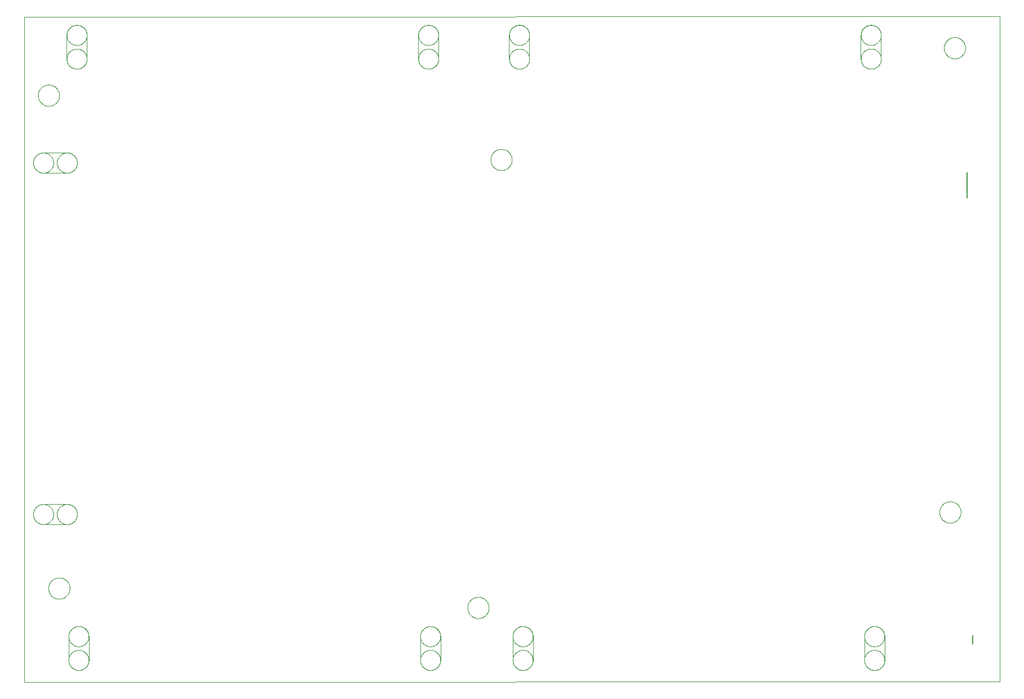
<source format=gbo>
G75*
%MOIN*%
%OFA0B0*%
%FSLAX25Y25*%
%IPPOS*%
%LPD*%
%AMOC8*
5,1,8,0,0,1.08239X$1,22.5*
%
%ADD10C,0.00000*%
%ADD11C,0.00800*%
%ADD12C,0.00009*%
D10*
X0020587Y0018619D02*
X0020587Y0412320D01*
X0597438Y0412713D01*
X0597438Y0019013D01*
X0020587Y0018619D01*
X0046740Y0031800D02*
X0046742Y0031954D01*
X0046748Y0032108D01*
X0046758Y0032261D01*
X0046772Y0032414D01*
X0046790Y0032567D01*
X0046811Y0032719D01*
X0046837Y0032871D01*
X0046867Y0033022D01*
X0046900Y0033172D01*
X0046938Y0033321D01*
X0046979Y0033470D01*
X0047024Y0033617D01*
X0047073Y0033763D01*
X0047126Y0033907D01*
X0047182Y0034050D01*
X0047242Y0034192D01*
X0047306Y0034332D01*
X0047373Y0034470D01*
X0047444Y0034607D01*
X0047518Y0034742D01*
X0047596Y0034874D01*
X0047677Y0035005D01*
X0047762Y0035134D01*
X0047849Y0035260D01*
X0047940Y0035384D01*
X0048035Y0035505D01*
X0048132Y0035625D01*
X0048232Y0035741D01*
X0048336Y0035855D01*
X0048442Y0035966D01*
X0048551Y0036075D01*
X0048663Y0036180D01*
X0048778Y0036283D01*
X0048895Y0036383D01*
X0049015Y0036479D01*
X0049137Y0036573D01*
X0049261Y0036663D01*
X0049388Y0036750D01*
X0049517Y0036834D01*
X0049649Y0036914D01*
X0049782Y0036991D01*
X0049917Y0037064D01*
X0050054Y0037134D01*
X0050193Y0037201D01*
X0050333Y0037263D01*
X0050475Y0037322D01*
X0050619Y0037378D01*
X0050764Y0037430D01*
X0050910Y0037477D01*
X0051057Y0037522D01*
X0051206Y0037562D01*
X0051355Y0037598D01*
X0051506Y0037631D01*
X0051657Y0037660D01*
X0051809Y0037684D01*
X0051961Y0037705D01*
X0052114Y0037722D01*
X0052267Y0037735D01*
X0052421Y0037744D01*
X0052575Y0037749D01*
X0052728Y0037750D01*
X0052882Y0037747D01*
X0053036Y0037740D01*
X0053189Y0037729D01*
X0053343Y0037714D01*
X0053495Y0037695D01*
X0053647Y0037672D01*
X0053799Y0037646D01*
X0053950Y0037615D01*
X0054100Y0037581D01*
X0054249Y0037542D01*
X0054396Y0037500D01*
X0054543Y0037454D01*
X0054689Y0037404D01*
X0054833Y0037351D01*
X0054976Y0037293D01*
X0055117Y0037232D01*
X0055257Y0037168D01*
X0055395Y0037100D01*
X0055531Y0037028D01*
X0055665Y0036953D01*
X0055797Y0036874D01*
X0055927Y0036792D01*
X0056055Y0036707D01*
X0056181Y0036618D01*
X0056304Y0036526D01*
X0056425Y0036431D01*
X0056544Y0036333D01*
X0056660Y0036232D01*
X0056773Y0036128D01*
X0056884Y0036021D01*
X0056991Y0035911D01*
X0057096Y0035798D01*
X0057198Y0035683D01*
X0057297Y0035565D01*
X0057393Y0035445D01*
X0057486Y0035322D01*
X0057575Y0035197D01*
X0057661Y0035070D01*
X0057744Y0034940D01*
X0057824Y0034808D01*
X0057900Y0034675D01*
X0057972Y0034539D01*
X0058041Y0034401D01*
X0058107Y0034262D01*
X0058169Y0034121D01*
X0058227Y0033979D01*
X0058281Y0033835D01*
X0058332Y0033690D01*
X0058379Y0033543D01*
X0058422Y0033396D01*
X0058461Y0033247D01*
X0058497Y0033097D01*
X0058528Y0032947D01*
X0058556Y0032795D01*
X0058580Y0032643D01*
X0058600Y0032491D01*
X0058616Y0032338D01*
X0058628Y0032184D01*
X0058636Y0032031D01*
X0058640Y0031877D01*
X0058640Y0031723D01*
X0058636Y0031569D01*
X0058628Y0031416D01*
X0058616Y0031262D01*
X0058600Y0031109D01*
X0058580Y0030957D01*
X0058556Y0030805D01*
X0058528Y0030653D01*
X0058497Y0030503D01*
X0058461Y0030353D01*
X0058422Y0030204D01*
X0058379Y0030057D01*
X0058332Y0029910D01*
X0058281Y0029765D01*
X0058227Y0029621D01*
X0058169Y0029479D01*
X0058107Y0029338D01*
X0058041Y0029199D01*
X0057972Y0029061D01*
X0057900Y0028925D01*
X0057824Y0028792D01*
X0057744Y0028660D01*
X0057661Y0028530D01*
X0057575Y0028403D01*
X0057486Y0028278D01*
X0057393Y0028155D01*
X0057297Y0028035D01*
X0057198Y0027917D01*
X0057096Y0027802D01*
X0056991Y0027689D01*
X0056884Y0027579D01*
X0056773Y0027472D01*
X0056660Y0027368D01*
X0056544Y0027267D01*
X0056425Y0027169D01*
X0056304Y0027074D01*
X0056181Y0026982D01*
X0056055Y0026893D01*
X0055927Y0026808D01*
X0055797Y0026726D01*
X0055665Y0026647D01*
X0055531Y0026572D01*
X0055395Y0026500D01*
X0055257Y0026432D01*
X0055117Y0026368D01*
X0054976Y0026307D01*
X0054833Y0026249D01*
X0054689Y0026196D01*
X0054543Y0026146D01*
X0054396Y0026100D01*
X0054249Y0026058D01*
X0054100Y0026019D01*
X0053950Y0025985D01*
X0053799Y0025954D01*
X0053647Y0025928D01*
X0053495Y0025905D01*
X0053343Y0025886D01*
X0053189Y0025871D01*
X0053036Y0025860D01*
X0052882Y0025853D01*
X0052728Y0025850D01*
X0052575Y0025851D01*
X0052421Y0025856D01*
X0052267Y0025865D01*
X0052114Y0025878D01*
X0051961Y0025895D01*
X0051809Y0025916D01*
X0051657Y0025940D01*
X0051506Y0025969D01*
X0051355Y0026002D01*
X0051206Y0026038D01*
X0051057Y0026078D01*
X0050910Y0026123D01*
X0050764Y0026170D01*
X0050619Y0026222D01*
X0050475Y0026278D01*
X0050333Y0026337D01*
X0050193Y0026399D01*
X0050054Y0026466D01*
X0049917Y0026536D01*
X0049782Y0026609D01*
X0049649Y0026686D01*
X0049517Y0026766D01*
X0049388Y0026850D01*
X0049261Y0026937D01*
X0049137Y0027027D01*
X0049015Y0027121D01*
X0048895Y0027217D01*
X0048778Y0027317D01*
X0048663Y0027420D01*
X0048551Y0027525D01*
X0048442Y0027634D01*
X0048336Y0027745D01*
X0048232Y0027859D01*
X0048132Y0027975D01*
X0048035Y0028095D01*
X0047940Y0028216D01*
X0047849Y0028340D01*
X0047762Y0028466D01*
X0047677Y0028595D01*
X0047596Y0028726D01*
X0047518Y0028858D01*
X0047444Y0028993D01*
X0047373Y0029130D01*
X0047306Y0029268D01*
X0047242Y0029408D01*
X0047182Y0029550D01*
X0047126Y0029693D01*
X0047073Y0029837D01*
X0047024Y0029983D01*
X0046979Y0030130D01*
X0046938Y0030279D01*
X0046900Y0030428D01*
X0046867Y0030578D01*
X0046837Y0030729D01*
X0046811Y0030881D01*
X0046790Y0031033D01*
X0046772Y0031186D01*
X0046758Y0031339D01*
X0046748Y0031492D01*
X0046742Y0031646D01*
X0046740Y0031800D01*
X0046690Y0031800D02*
X0046692Y0031647D01*
X0046698Y0031494D01*
X0046708Y0031341D01*
X0046721Y0031188D01*
X0046739Y0031036D01*
X0046760Y0030884D01*
X0046786Y0030733D01*
X0046815Y0030583D01*
X0046848Y0030433D01*
X0046885Y0030284D01*
X0046925Y0030136D01*
X0046970Y0029990D01*
X0047018Y0029844D01*
X0047070Y0029700D01*
X0047125Y0029557D01*
X0047184Y0029416D01*
X0047247Y0029276D01*
X0047313Y0029138D01*
X0047383Y0029001D01*
X0047456Y0028867D01*
X0047533Y0028734D01*
X0047613Y0028603D01*
X0047696Y0028475D01*
X0047782Y0028348D01*
X0047872Y0028224D01*
X0047965Y0028102D01*
X0048061Y0027983D01*
X0048160Y0027866D01*
X0048262Y0027751D01*
X0048367Y0027639D01*
X0048475Y0027530D01*
X0048585Y0027424D01*
X0048698Y0027321D01*
X0048814Y0027220D01*
X0048932Y0027123D01*
X0049053Y0027028D01*
X0049176Y0026937D01*
X0049301Y0026849D01*
X0049429Y0026764D01*
X0049558Y0026682D01*
X0049690Y0026604D01*
X0049824Y0026529D01*
X0049959Y0026457D01*
X0050097Y0026389D01*
X0050236Y0026325D01*
X0050376Y0026264D01*
X0050518Y0026207D01*
X0050662Y0026153D01*
X0050807Y0026103D01*
X0050953Y0026057D01*
X0051100Y0026014D01*
X0051248Y0025976D01*
X0051398Y0025941D01*
X0051548Y0025910D01*
X0051698Y0025882D01*
X0051850Y0025859D01*
X0052002Y0025840D01*
X0052154Y0025824D01*
X0052307Y0025812D01*
X0052460Y0025804D01*
X0052613Y0025800D01*
X0052767Y0025800D01*
X0052920Y0025804D01*
X0053073Y0025812D01*
X0053226Y0025824D01*
X0053378Y0025840D01*
X0053530Y0025859D01*
X0053682Y0025882D01*
X0053832Y0025910D01*
X0053982Y0025941D01*
X0054132Y0025976D01*
X0054280Y0026014D01*
X0054427Y0026057D01*
X0054573Y0026103D01*
X0054718Y0026153D01*
X0054862Y0026207D01*
X0055004Y0026264D01*
X0055144Y0026325D01*
X0055283Y0026389D01*
X0055421Y0026457D01*
X0055556Y0026529D01*
X0055690Y0026604D01*
X0055822Y0026682D01*
X0055951Y0026764D01*
X0056079Y0026849D01*
X0056204Y0026937D01*
X0056327Y0027028D01*
X0056448Y0027123D01*
X0056566Y0027220D01*
X0056682Y0027321D01*
X0056795Y0027424D01*
X0056905Y0027530D01*
X0057013Y0027639D01*
X0057118Y0027751D01*
X0057220Y0027866D01*
X0057319Y0027983D01*
X0057415Y0028102D01*
X0057508Y0028224D01*
X0057598Y0028348D01*
X0057684Y0028475D01*
X0057767Y0028603D01*
X0057847Y0028734D01*
X0057924Y0028867D01*
X0057997Y0029001D01*
X0058067Y0029138D01*
X0058133Y0029276D01*
X0058196Y0029416D01*
X0058255Y0029557D01*
X0058310Y0029700D01*
X0058362Y0029844D01*
X0058410Y0029990D01*
X0058455Y0030136D01*
X0058495Y0030284D01*
X0058532Y0030433D01*
X0058565Y0030583D01*
X0058594Y0030733D01*
X0058620Y0030884D01*
X0058641Y0031036D01*
X0058659Y0031188D01*
X0058672Y0031341D01*
X0058682Y0031494D01*
X0058688Y0031647D01*
X0058690Y0031800D01*
X0046740Y0045800D02*
X0046742Y0045954D01*
X0046748Y0046108D01*
X0046758Y0046261D01*
X0046772Y0046414D01*
X0046790Y0046567D01*
X0046811Y0046719D01*
X0046837Y0046871D01*
X0046867Y0047022D01*
X0046900Y0047172D01*
X0046938Y0047321D01*
X0046979Y0047470D01*
X0047024Y0047617D01*
X0047073Y0047763D01*
X0047126Y0047907D01*
X0047182Y0048050D01*
X0047242Y0048192D01*
X0047306Y0048332D01*
X0047373Y0048470D01*
X0047444Y0048607D01*
X0047518Y0048742D01*
X0047596Y0048874D01*
X0047677Y0049005D01*
X0047762Y0049134D01*
X0047849Y0049260D01*
X0047940Y0049384D01*
X0048035Y0049505D01*
X0048132Y0049625D01*
X0048232Y0049741D01*
X0048336Y0049855D01*
X0048442Y0049966D01*
X0048551Y0050075D01*
X0048663Y0050180D01*
X0048778Y0050283D01*
X0048895Y0050383D01*
X0049015Y0050479D01*
X0049137Y0050573D01*
X0049261Y0050663D01*
X0049388Y0050750D01*
X0049517Y0050834D01*
X0049649Y0050914D01*
X0049782Y0050991D01*
X0049917Y0051064D01*
X0050054Y0051134D01*
X0050193Y0051201D01*
X0050333Y0051263D01*
X0050475Y0051322D01*
X0050619Y0051378D01*
X0050764Y0051430D01*
X0050910Y0051477D01*
X0051057Y0051522D01*
X0051206Y0051562D01*
X0051355Y0051598D01*
X0051506Y0051631D01*
X0051657Y0051660D01*
X0051809Y0051684D01*
X0051961Y0051705D01*
X0052114Y0051722D01*
X0052267Y0051735D01*
X0052421Y0051744D01*
X0052575Y0051749D01*
X0052728Y0051750D01*
X0052882Y0051747D01*
X0053036Y0051740D01*
X0053189Y0051729D01*
X0053343Y0051714D01*
X0053495Y0051695D01*
X0053647Y0051672D01*
X0053799Y0051646D01*
X0053950Y0051615D01*
X0054100Y0051581D01*
X0054249Y0051542D01*
X0054396Y0051500D01*
X0054543Y0051454D01*
X0054689Y0051404D01*
X0054833Y0051351D01*
X0054976Y0051293D01*
X0055117Y0051232D01*
X0055257Y0051168D01*
X0055395Y0051100D01*
X0055531Y0051028D01*
X0055665Y0050953D01*
X0055797Y0050874D01*
X0055927Y0050792D01*
X0056055Y0050707D01*
X0056181Y0050618D01*
X0056304Y0050526D01*
X0056425Y0050431D01*
X0056544Y0050333D01*
X0056660Y0050232D01*
X0056773Y0050128D01*
X0056884Y0050021D01*
X0056991Y0049911D01*
X0057096Y0049798D01*
X0057198Y0049683D01*
X0057297Y0049565D01*
X0057393Y0049445D01*
X0057486Y0049322D01*
X0057575Y0049197D01*
X0057661Y0049070D01*
X0057744Y0048940D01*
X0057824Y0048808D01*
X0057900Y0048675D01*
X0057972Y0048539D01*
X0058041Y0048401D01*
X0058107Y0048262D01*
X0058169Y0048121D01*
X0058227Y0047979D01*
X0058281Y0047835D01*
X0058332Y0047690D01*
X0058379Y0047543D01*
X0058422Y0047396D01*
X0058461Y0047247D01*
X0058497Y0047097D01*
X0058528Y0046947D01*
X0058556Y0046795D01*
X0058580Y0046643D01*
X0058600Y0046491D01*
X0058616Y0046338D01*
X0058628Y0046184D01*
X0058636Y0046031D01*
X0058640Y0045877D01*
X0058640Y0045723D01*
X0058636Y0045569D01*
X0058628Y0045416D01*
X0058616Y0045262D01*
X0058600Y0045109D01*
X0058580Y0044957D01*
X0058556Y0044805D01*
X0058528Y0044653D01*
X0058497Y0044503D01*
X0058461Y0044353D01*
X0058422Y0044204D01*
X0058379Y0044057D01*
X0058332Y0043910D01*
X0058281Y0043765D01*
X0058227Y0043621D01*
X0058169Y0043479D01*
X0058107Y0043338D01*
X0058041Y0043199D01*
X0057972Y0043061D01*
X0057900Y0042925D01*
X0057824Y0042792D01*
X0057744Y0042660D01*
X0057661Y0042530D01*
X0057575Y0042403D01*
X0057486Y0042278D01*
X0057393Y0042155D01*
X0057297Y0042035D01*
X0057198Y0041917D01*
X0057096Y0041802D01*
X0056991Y0041689D01*
X0056884Y0041579D01*
X0056773Y0041472D01*
X0056660Y0041368D01*
X0056544Y0041267D01*
X0056425Y0041169D01*
X0056304Y0041074D01*
X0056181Y0040982D01*
X0056055Y0040893D01*
X0055927Y0040808D01*
X0055797Y0040726D01*
X0055665Y0040647D01*
X0055531Y0040572D01*
X0055395Y0040500D01*
X0055257Y0040432D01*
X0055117Y0040368D01*
X0054976Y0040307D01*
X0054833Y0040249D01*
X0054689Y0040196D01*
X0054543Y0040146D01*
X0054396Y0040100D01*
X0054249Y0040058D01*
X0054100Y0040019D01*
X0053950Y0039985D01*
X0053799Y0039954D01*
X0053647Y0039928D01*
X0053495Y0039905D01*
X0053343Y0039886D01*
X0053189Y0039871D01*
X0053036Y0039860D01*
X0052882Y0039853D01*
X0052728Y0039850D01*
X0052575Y0039851D01*
X0052421Y0039856D01*
X0052267Y0039865D01*
X0052114Y0039878D01*
X0051961Y0039895D01*
X0051809Y0039916D01*
X0051657Y0039940D01*
X0051506Y0039969D01*
X0051355Y0040002D01*
X0051206Y0040038D01*
X0051057Y0040078D01*
X0050910Y0040123D01*
X0050764Y0040170D01*
X0050619Y0040222D01*
X0050475Y0040278D01*
X0050333Y0040337D01*
X0050193Y0040399D01*
X0050054Y0040466D01*
X0049917Y0040536D01*
X0049782Y0040609D01*
X0049649Y0040686D01*
X0049517Y0040766D01*
X0049388Y0040850D01*
X0049261Y0040937D01*
X0049137Y0041027D01*
X0049015Y0041121D01*
X0048895Y0041217D01*
X0048778Y0041317D01*
X0048663Y0041420D01*
X0048551Y0041525D01*
X0048442Y0041634D01*
X0048336Y0041745D01*
X0048232Y0041859D01*
X0048132Y0041975D01*
X0048035Y0042095D01*
X0047940Y0042216D01*
X0047849Y0042340D01*
X0047762Y0042466D01*
X0047677Y0042595D01*
X0047596Y0042726D01*
X0047518Y0042858D01*
X0047444Y0042993D01*
X0047373Y0043130D01*
X0047306Y0043268D01*
X0047242Y0043408D01*
X0047182Y0043550D01*
X0047126Y0043693D01*
X0047073Y0043837D01*
X0047024Y0043983D01*
X0046979Y0044130D01*
X0046938Y0044279D01*
X0046900Y0044428D01*
X0046867Y0044578D01*
X0046837Y0044729D01*
X0046811Y0044881D01*
X0046790Y0045033D01*
X0046772Y0045186D01*
X0046758Y0045339D01*
X0046748Y0045492D01*
X0046742Y0045646D01*
X0046740Y0045800D01*
X0046690Y0045800D02*
X0046692Y0045953D01*
X0046698Y0046106D01*
X0046708Y0046259D01*
X0046721Y0046412D01*
X0046739Y0046564D01*
X0046760Y0046716D01*
X0046786Y0046867D01*
X0046815Y0047017D01*
X0046848Y0047167D01*
X0046885Y0047316D01*
X0046925Y0047464D01*
X0046970Y0047610D01*
X0047018Y0047756D01*
X0047070Y0047900D01*
X0047125Y0048043D01*
X0047184Y0048184D01*
X0047247Y0048324D01*
X0047313Y0048462D01*
X0047383Y0048599D01*
X0047456Y0048733D01*
X0047533Y0048866D01*
X0047613Y0048997D01*
X0047696Y0049125D01*
X0047782Y0049252D01*
X0047872Y0049376D01*
X0047965Y0049498D01*
X0048061Y0049617D01*
X0048160Y0049734D01*
X0048262Y0049849D01*
X0048367Y0049961D01*
X0048475Y0050070D01*
X0048585Y0050176D01*
X0048698Y0050279D01*
X0048814Y0050380D01*
X0048932Y0050477D01*
X0049053Y0050572D01*
X0049176Y0050663D01*
X0049301Y0050751D01*
X0049429Y0050836D01*
X0049558Y0050918D01*
X0049690Y0050996D01*
X0049824Y0051071D01*
X0049959Y0051143D01*
X0050097Y0051211D01*
X0050236Y0051275D01*
X0050376Y0051336D01*
X0050518Y0051393D01*
X0050662Y0051447D01*
X0050807Y0051497D01*
X0050953Y0051543D01*
X0051100Y0051586D01*
X0051248Y0051624D01*
X0051398Y0051659D01*
X0051548Y0051690D01*
X0051698Y0051718D01*
X0051850Y0051741D01*
X0052002Y0051760D01*
X0052154Y0051776D01*
X0052307Y0051788D01*
X0052460Y0051796D01*
X0052613Y0051800D01*
X0052767Y0051800D01*
X0052920Y0051796D01*
X0053073Y0051788D01*
X0053226Y0051776D01*
X0053378Y0051760D01*
X0053530Y0051741D01*
X0053682Y0051718D01*
X0053832Y0051690D01*
X0053982Y0051659D01*
X0054132Y0051624D01*
X0054280Y0051586D01*
X0054427Y0051543D01*
X0054573Y0051497D01*
X0054718Y0051447D01*
X0054862Y0051393D01*
X0055004Y0051336D01*
X0055144Y0051275D01*
X0055283Y0051211D01*
X0055421Y0051143D01*
X0055556Y0051071D01*
X0055690Y0050996D01*
X0055822Y0050918D01*
X0055951Y0050836D01*
X0056079Y0050751D01*
X0056204Y0050663D01*
X0056327Y0050572D01*
X0056448Y0050477D01*
X0056566Y0050380D01*
X0056682Y0050279D01*
X0056795Y0050176D01*
X0056905Y0050070D01*
X0057013Y0049961D01*
X0057118Y0049849D01*
X0057220Y0049734D01*
X0057319Y0049617D01*
X0057415Y0049498D01*
X0057508Y0049376D01*
X0057598Y0049252D01*
X0057684Y0049125D01*
X0057767Y0048997D01*
X0057847Y0048866D01*
X0057924Y0048733D01*
X0057997Y0048599D01*
X0058067Y0048462D01*
X0058133Y0048324D01*
X0058196Y0048184D01*
X0058255Y0048043D01*
X0058310Y0047900D01*
X0058362Y0047756D01*
X0058410Y0047610D01*
X0058455Y0047464D01*
X0058495Y0047316D01*
X0058532Y0047167D01*
X0058565Y0047017D01*
X0058594Y0046867D01*
X0058620Y0046716D01*
X0058641Y0046564D01*
X0058659Y0046412D01*
X0058672Y0046259D01*
X0058682Y0046106D01*
X0058688Y0045953D01*
X0058690Y0045800D01*
X0034800Y0074288D02*
X0034802Y0074446D01*
X0034808Y0074604D01*
X0034818Y0074762D01*
X0034832Y0074920D01*
X0034850Y0075077D01*
X0034871Y0075234D01*
X0034897Y0075390D01*
X0034927Y0075546D01*
X0034960Y0075701D01*
X0034998Y0075854D01*
X0035039Y0076007D01*
X0035084Y0076159D01*
X0035133Y0076310D01*
X0035186Y0076459D01*
X0035242Y0076607D01*
X0035302Y0076753D01*
X0035366Y0076898D01*
X0035434Y0077041D01*
X0035505Y0077183D01*
X0035579Y0077323D01*
X0035657Y0077460D01*
X0035739Y0077596D01*
X0035823Y0077730D01*
X0035912Y0077861D01*
X0036003Y0077990D01*
X0036098Y0078117D01*
X0036195Y0078242D01*
X0036296Y0078364D01*
X0036400Y0078483D01*
X0036507Y0078600D01*
X0036617Y0078714D01*
X0036730Y0078825D01*
X0036845Y0078934D01*
X0036963Y0079039D01*
X0037084Y0079141D01*
X0037207Y0079241D01*
X0037333Y0079337D01*
X0037461Y0079430D01*
X0037591Y0079520D01*
X0037724Y0079606D01*
X0037859Y0079690D01*
X0037995Y0079769D01*
X0038134Y0079846D01*
X0038275Y0079918D01*
X0038417Y0079988D01*
X0038561Y0080053D01*
X0038707Y0080115D01*
X0038854Y0080173D01*
X0039003Y0080228D01*
X0039153Y0080279D01*
X0039304Y0080326D01*
X0039456Y0080369D01*
X0039609Y0080408D01*
X0039764Y0080444D01*
X0039919Y0080475D01*
X0040075Y0080503D01*
X0040231Y0080527D01*
X0040388Y0080547D01*
X0040546Y0080563D01*
X0040703Y0080575D01*
X0040862Y0080583D01*
X0041020Y0080587D01*
X0041178Y0080587D01*
X0041336Y0080583D01*
X0041495Y0080575D01*
X0041652Y0080563D01*
X0041810Y0080547D01*
X0041967Y0080527D01*
X0042123Y0080503D01*
X0042279Y0080475D01*
X0042434Y0080444D01*
X0042589Y0080408D01*
X0042742Y0080369D01*
X0042894Y0080326D01*
X0043045Y0080279D01*
X0043195Y0080228D01*
X0043344Y0080173D01*
X0043491Y0080115D01*
X0043637Y0080053D01*
X0043781Y0079988D01*
X0043923Y0079918D01*
X0044064Y0079846D01*
X0044203Y0079769D01*
X0044339Y0079690D01*
X0044474Y0079606D01*
X0044607Y0079520D01*
X0044737Y0079430D01*
X0044865Y0079337D01*
X0044991Y0079241D01*
X0045114Y0079141D01*
X0045235Y0079039D01*
X0045353Y0078934D01*
X0045468Y0078825D01*
X0045581Y0078714D01*
X0045691Y0078600D01*
X0045798Y0078483D01*
X0045902Y0078364D01*
X0046003Y0078242D01*
X0046100Y0078117D01*
X0046195Y0077990D01*
X0046286Y0077861D01*
X0046375Y0077730D01*
X0046459Y0077596D01*
X0046541Y0077460D01*
X0046619Y0077323D01*
X0046693Y0077183D01*
X0046764Y0077041D01*
X0046832Y0076898D01*
X0046896Y0076753D01*
X0046956Y0076607D01*
X0047012Y0076459D01*
X0047065Y0076310D01*
X0047114Y0076159D01*
X0047159Y0076007D01*
X0047200Y0075854D01*
X0047238Y0075701D01*
X0047271Y0075546D01*
X0047301Y0075390D01*
X0047327Y0075234D01*
X0047348Y0075077D01*
X0047366Y0074920D01*
X0047380Y0074762D01*
X0047390Y0074604D01*
X0047396Y0074446D01*
X0047398Y0074288D01*
X0047396Y0074130D01*
X0047390Y0073972D01*
X0047380Y0073814D01*
X0047366Y0073656D01*
X0047348Y0073499D01*
X0047327Y0073342D01*
X0047301Y0073186D01*
X0047271Y0073030D01*
X0047238Y0072875D01*
X0047200Y0072722D01*
X0047159Y0072569D01*
X0047114Y0072417D01*
X0047065Y0072266D01*
X0047012Y0072117D01*
X0046956Y0071969D01*
X0046896Y0071823D01*
X0046832Y0071678D01*
X0046764Y0071535D01*
X0046693Y0071393D01*
X0046619Y0071253D01*
X0046541Y0071116D01*
X0046459Y0070980D01*
X0046375Y0070846D01*
X0046286Y0070715D01*
X0046195Y0070586D01*
X0046100Y0070459D01*
X0046003Y0070334D01*
X0045902Y0070212D01*
X0045798Y0070093D01*
X0045691Y0069976D01*
X0045581Y0069862D01*
X0045468Y0069751D01*
X0045353Y0069642D01*
X0045235Y0069537D01*
X0045114Y0069435D01*
X0044991Y0069335D01*
X0044865Y0069239D01*
X0044737Y0069146D01*
X0044607Y0069056D01*
X0044474Y0068970D01*
X0044339Y0068886D01*
X0044203Y0068807D01*
X0044064Y0068730D01*
X0043923Y0068658D01*
X0043781Y0068588D01*
X0043637Y0068523D01*
X0043491Y0068461D01*
X0043344Y0068403D01*
X0043195Y0068348D01*
X0043045Y0068297D01*
X0042894Y0068250D01*
X0042742Y0068207D01*
X0042589Y0068168D01*
X0042434Y0068132D01*
X0042279Y0068101D01*
X0042123Y0068073D01*
X0041967Y0068049D01*
X0041810Y0068029D01*
X0041652Y0068013D01*
X0041495Y0068001D01*
X0041336Y0067993D01*
X0041178Y0067989D01*
X0041020Y0067989D01*
X0040862Y0067993D01*
X0040703Y0068001D01*
X0040546Y0068013D01*
X0040388Y0068029D01*
X0040231Y0068049D01*
X0040075Y0068073D01*
X0039919Y0068101D01*
X0039764Y0068132D01*
X0039609Y0068168D01*
X0039456Y0068207D01*
X0039304Y0068250D01*
X0039153Y0068297D01*
X0039003Y0068348D01*
X0038854Y0068403D01*
X0038707Y0068461D01*
X0038561Y0068523D01*
X0038417Y0068588D01*
X0038275Y0068658D01*
X0038134Y0068730D01*
X0037995Y0068807D01*
X0037859Y0068886D01*
X0037724Y0068970D01*
X0037591Y0069056D01*
X0037461Y0069146D01*
X0037333Y0069239D01*
X0037207Y0069335D01*
X0037084Y0069435D01*
X0036963Y0069537D01*
X0036845Y0069642D01*
X0036730Y0069751D01*
X0036617Y0069862D01*
X0036507Y0069976D01*
X0036400Y0070093D01*
X0036296Y0070212D01*
X0036195Y0070334D01*
X0036098Y0070459D01*
X0036003Y0070586D01*
X0035912Y0070715D01*
X0035823Y0070846D01*
X0035739Y0070980D01*
X0035657Y0071116D01*
X0035579Y0071253D01*
X0035505Y0071393D01*
X0035434Y0071535D01*
X0035366Y0071678D01*
X0035302Y0071823D01*
X0035242Y0071969D01*
X0035186Y0072117D01*
X0035133Y0072266D01*
X0035084Y0072417D01*
X0035039Y0072569D01*
X0034998Y0072722D01*
X0034960Y0072875D01*
X0034927Y0073030D01*
X0034897Y0073186D01*
X0034871Y0073342D01*
X0034850Y0073499D01*
X0034832Y0073656D01*
X0034818Y0073814D01*
X0034808Y0073972D01*
X0034802Y0074130D01*
X0034800Y0074288D01*
X0025850Y0118083D02*
X0025852Y0118237D01*
X0025858Y0118391D01*
X0025868Y0118544D01*
X0025882Y0118697D01*
X0025900Y0118850D01*
X0025921Y0119002D01*
X0025947Y0119154D01*
X0025977Y0119305D01*
X0026010Y0119455D01*
X0026048Y0119604D01*
X0026089Y0119753D01*
X0026134Y0119900D01*
X0026183Y0120046D01*
X0026236Y0120190D01*
X0026292Y0120333D01*
X0026352Y0120475D01*
X0026416Y0120615D01*
X0026483Y0120753D01*
X0026554Y0120890D01*
X0026628Y0121025D01*
X0026706Y0121157D01*
X0026787Y0121288D01*
X0026872Y0121417D01*
X0026959Y0121543D01*
X0027050Y0121667D01*
X0027145Y0121788D01*
X0027242Y0121908D01*
X0027342Y0122024D01*
X0027446Y0122138D01*
X0027552Y0122249D01*
X0027661Y0122358D01*
X0027773Y0122463D01*
X0027888Y0122566D01*
X0028005Y0122666D01*
X0028125Y0122762D01*
X0028247Y0122856D01*
X0028371Y0122946D01*
X0028498Y0123033D01*
X0028627Y0123117D01*
X0028759Y0123197D01*
X0028892Y0123274D01*
X0029027Y0123347D01*
X0029164Y0123417D01*
X0029303Y0123484D01*
X0029443Y0123546D01*
X0029585Y0123605D01*
X0029729Y0123661D01*
X0029874Y0123713D01*
X0030020Y0123760D01*
X0030167Y0123805D01*
X0030316Y0123845D01*
X0030465Y0123881D01*
X0030616Y0123914D01*
X0030767Y0123943D01*
X0030919Y0123967D01*
X0031071Y0123988D01*
X0031224Y0124005D01*
X0031377Y0124018D01*
X0031531Y0124027D01*
X0031685Y0124032D01*
X0031838Y0124033D01*
X0031992Y0124030D01*
X0032146Y0124023D01*
X0032299Y0124012D01*
X0032453Y0123997D01*
X0032605Y0123978D01*
X0032757Y0123955D01*
X0032909Y0123929D01*
X0033060Y0123898D01*
X0033210Y0123864D01*
X0033359Y0123825D01*
X0033506Y0123783D01*
X0033653Y0123737D01*
X0033799Y0123687D01*
X0033943Y0123634D01*
X0034086Y0123576D01*
X0034227Y0123515D01*
X0034367Y0123451D01*
X0034505Y0123383D01*
X0034641Y0123311D01*
X0034775Y0123236D01*
X0034907Y0123157D01*
X0035037Y0123075D01*
X0035165Y0122990D01*
X0035291Y0122901D01*
X0035414Y0122809D01*
X0035535Y0122714D01*
X0035654Y0122616D01*
X0035770Y0122515D01*
X0035883Y0122411D01*
X0035994Y0122304D01*
X0036101Y0122194D01*
X0036206Y0122081D01*
X0036308Y0121966D01*
X0036407Y0121848D01*
X0036503Y0121728D01*
X0036596Y0121605D01*
X0036685Y0121480D01*
X0036771Y0121353D01*
X0036854Y0121223D01*
X0036934Y0121091D01*
X0037010Y0120958D01*
X0037082Y0120822D01*
X0037151Y0120684D01*
X0037217Y0120545D01*
X0037279Y0120404D01*
X0037337Y0120262D01*
X0037391Y0120118D01*
X0037442Y0119973D01*
X0037489Y0119826D01*
X0037532Y0119679D01*
X0037571Y0119530D01*
X0037607Y0119380D01*
X0037638Y0119230D01*
X0037666Y0119078D01*
X0037690Y0118926D01*
X0037710Y0118774D01*
X0037726Y0118621D01*
X0037738Y0118467D01*
X0037746Y0118314D01*
X0037750Y0118160D01*
X0037750Y0118006D01*
X0037746Y0117852D01*
X0037738Y0117699D01*
X0037726Y0117545D01*
X0037710Y0117392D01*
X0037690Y0117240D01*
X0037666Y0117088D01*
X0037638Y0116936D01*
X0037607Y0116786D01*
X0037571Y0116636D01*
X0037532Y0116487D01*
X0037489Y0116340D01*
X0037442Y0116193D01*
X0037391Y0116048D01*
X0037337Y0115904D01*
X0037279Y0115762D01*
X0037217Y0115621D01*
X0037151Y0115482D01*
X0037082Y0115344D01*
X0037010Y0115208D01*
X0036934Y0115075D01*
X0036854Y0114943D01*
X0036771Y0114813D01*
X0036685Y0114686D01*
X0036596Y0114561D01*
X0036503Y0114438D01*
X0036407Y0114318D01*
X0036308Y0114200D01*
X0036206Y0114085D01*
X0036101Y0113972D01*
X0035994Y0113862D01*
X0035883Y0113755D01*
X0035770Y0113651D01*
X0035654Y0113550D01*
X0035535Y0113452D01*
X0035414Y0113357D01*
X0035291Y0113265D01*
X0035165Y0113176D01*
X0035037Y0113091D01*
X0034907Y0113009D01*
X0034775Y0112930D01*
X0034641Y0112855D01*
X0034505Y0112783D01*
X0034367Y0112715D01*
X0034227Y0112651D01*
X0034086Y0112590D01*
X0033943Y0112532D01*
X0033799Y0112479D01*
X0033653Y0112429D01*
X0033506Y0112383D01*
X0033359Y0112341D01*
X0033210Y0112302D01*
X0033060Y0112268D01*
X0032909Y0112237D01*
X0032757Y0112211D01*
X0032605Y0112188D01*
X0032453Y0112169D01*
X0032299Y0112154D01*
X0032146Y0112143D01*
X0031992Y0112136D01*
X0031838Y0112133D01*
X0031685Y0112134D01*
X0031531Y0112139D01*
X0031377Y0112148D01*
X0031224Y0112161D01*
X0031071Y0112178D01*
X0030919Y0112199D01*
X0030767Y0112223D01*
X0030616Y0112252D01*
X0030465Y0112285D01*
X0030316Y0112321D01*
X0030167Y0112361D01*
X0030020Y0112406D01*
X0029874Y0112453D01*
X0029729Y0112505D01*
X0029585Y0112561D01*
X0029443Y0112620D01*
X0029303Y0112682D01*
X0029164Y0112749D01*
X0029027Y0112819D01*
X0028892Y0112892D01*
X0028759Y0112969D01*
X0028627Y0113049D01*
X0028498Y0113133D01*
X0028371Y0113220D01*
X0028247Y0113310D01*
X0028125Y0113404D01*
X0028005Y0113500D01*
X0027888Y0113600D01*
X0027773Y0113703D01*
X0027661Y0113808D01*
X0027552Y0113917D01*
X0027446Y0114028D01*
X0027342Y0114142D01*
X0027242Y0114258D01*
X0027145Y0114378D01*
X0027050Y0114499D01*
X0026959Y0114623D01*
X0026872Y0114749D01*
X0026787Y0114878D01*
X0026706Y0115009D01*
X0026628Y0115141D01*
X0026554Y0115276D01*
X0026483Y0115413D01*
X0026416Y0115551D01*
X0026352Y0115691D01*
X0026292Y0115833D01*
X0026236Y0115976D01*
X0026183Y0116120D01*
X0026134Y0116266D01*
X0026089Y0116413D01*
X0026048Y0116562D01*
X0026010Y0116711D01*
X0025977Y0116861D01*
X0025947Y0117012D01*
X0025921Y0117164D01*
X0025900Y0117316D01*
X0025882Y0117469D01*
X0025868Y0117622D01*
X0025858Y0117775D01*
X0025852Y0117929D01*
X0025850Y0118083D01*
X0031800Y0124083D02*
X0031647Y0124081D01*
X0031494Y0124075D01*
X0031341Y0124065D01*
X0031188Y0124052D01*
X0031036Y0124034D01*
X0030884Y0124013D01*
X0030733Y0123987D01*
X0030583Y0123958D01*
X0030433Y0123925D01*
X0030284Y0123888D01*
X0030136Y0123848D01*
X0029990Y0123803D01*
X0029844Y0123755D01*
X0029700Y0123703D01*
X0029557Y0123648D01*
X0029416Y0123589D01*
X0029276Y0123526D01*
X0029138Y0123460D01*
X0029001Y0123390D01*
X0028867Y0123317D01*
X0028734Y0123240D01*
X0028603Y0123160D01*
X0028475Y0123077D01*
X0028348Y0122991D01*
X0028224Y0122901D01*
X0028102Y0122808D01*
X0027983Y0122712D01*
X0027866Y0122613D01*
X0027751Y0122511D01*
X0027639Y0122406D01*
X0027530Y0122298D01*
X0027424Y0122188D01*
X0027321Y0122075D01*
X0027220Y0121959D01*
X0027123Y0121841D01*
X0027028Y0121720D01*
X0026937Y0121597D01*
X0026849Y0121472D01*
X0026764Y0121344D01*
X0026682Y0121215D01*
X0026604Y0121083D01*
X0026529Y0120949D01*
X0026457Y0120814D01*
X0026389Y0120676D01*
X0026325Y0120537D01*
X0026264Y0120397D01*
X0026207Y0120255D01*
X0026153Y0120111D01*
X0026103Y0119966D01*
X0026057Y0119820D01*
X0026014Y0119673D01*
X0025976Y0119525D01*
X0025941Y0119375D01*
X0025910Y0119225D01*
X0025882Y0119075D01*
X0025859Y0118923D01*
X0025840Y0118771D01*
X0025824Y0118619D01*
X0025812Y0118466D01*
X0025804Y0118313D01*
X0025800Y0118160D01*
X0025800Y0118006D01*
X0025804Y0117853D01*
X0025812Y0117700D01*
X0025824Y0117547D01*
X0025840Y0117395D01*
X0025859Y0117243D01*
X0025882Y0117091D01*
X0025910Y0116941D01*
X0025941Y0116791D01*
X0025976Y0116641D01*
X0026014Y0116493D01*
X0026057Y0116346D01*
X0026103Y0116200D01*
X0026153Y0116055D01*
X0026207Y0115911D01*
X0026264Y0115769D01*
X0026325Y0115629D01*
X0026389Y0115490D01*
X0026457Y0115352D01*
X0026529Y0115217D01*
X0026604Y0115083D01*
X0026682Y0114951D01*
X0026764Y0114822D01*
X0026849Y0114694D01*
X0026937Y0114569D01*
X0027028Y0114446D01*
X0027123Y0114325D01*
X0027220Y0114207D01*
X0027321Y0114091D01*
X0027424Y0113978D01*
X0027530Y0113868D01*
X0027639Y0113760D01*
X0027751Y0113655D01*
X0027866Y0113553D01*
X0027983Y0113454D01*
X0028102Y0113358D01*
X0028224Y0113265D01*
X0028348Y0113175D01*
X0028475Y0113089D01*
X0028603Y0113006D01*
X0028734Y0112926D01*
X0028867Y0112849D01*
X0029001Y0112776D01*
X0029138Y0112706D01*
X0029276Y0112640D01*
X0029416Y0112577D01*
X0029557Y0112518D01*
X0029700Y0112463D01*
X0029844Y0112411D01*
X0029990Y0112363D01*
X0030136Y0112318D01*
X0030284Y0112278D01*
X0030433Y0112241D01*
X0030583Y0112208D01*
X0030733Y0112179D01*
X0030884Y0112153D01*
X0031036Y0112132D01*
X0031188Y0112114D01*
X0031341Y0112101D01*
X0031494Y0112091D01*
X0031647Y0112085D01*
X0031800Y0112083D01*
X0039850Y0118083D02*
X0039852Y0118237D01*
X0039858Y0118391D01*
X0039868Y0118544D01*
X0039882Y0118697D01*
X0039900Y0118850D01*
X0039921Y0119002D01*
X0039947Y0119154D01*
X0039977Y0119305D01*
X0040010Y0119455D01*
X0040048Y0119604D01*
X0040089Y0119753D01*
X0040134Y0119900D01*
X0040183Y0120046D01*
X0040236Y0120190D01*
X0040292Y0120333D01*
X0040352Y0120475D01*
X0040416Y0120615D01*
X0040483Y0120753D01*
X0040554Y0120890D01*
X0040628Y0121025D01*
X0040706Y0121157D01*
X0040787Y0121288D01*
X0040872Y0121417D01*
X0040959Y0121543D01*
X0041050Y0121667D01*
X0041145Y0121788D01*
X0041242Y0121908D01*
X0041342Y0122024D01*
X0041446Y0122138D01*
X0041552Y0122249D01*
X0041661Y0122358D01*
X0041773Y0122463D01*
X0041888Y0122566D01*
X0042005Y0122666D01*
X0042125Y0122762D01*
X0042247Y0122856D01*
X0042371Y0122946D01*
X0042498Y0123033D01*
X0042627Y0123117D01*
X0042759Y0123197D01*
X0042892Y0123274D01*
X0043027Y0123347D01*
X0043164Y0123417D01*
X0043303Y0123484D01*
X0043443Y0123546D01*
X0043585Y0123605D01*
X0043729Y0123661D01*
X0043874Y0123713D01*
X0044020Y0123760D01*
X0044167Y0123805D01*
X0044316Y0123845D01*
X0044465Y0123881D01*
X0044616Y0123914D01*
X0044767Y0123943D01*
X0044919Y0123967D01*
X0045071Y0123988D01*
X0045224Y0124005D01*
X0045377Y0124018D01*
X0045531Y0124027D01*
X0045685Y0124032D01*
X0045838Y0124033D01*
X0045992Y0124030D01*
X0046146Y0124023D01*
X0046299Y0124012D01*
X0046453Y0123997D01*
X0046605Y0123978D01*
X0046757Y0123955D01*
X0046909Y0123929D01*
X0047060Y0123898D01*
X0047210Y0123864D01*
X0047359Y0123825D01*
X0047506Y0123783D01*
X0047653Y0123737D01*
X0047799Y0123687D01*
X0047943Y0123634D01*
X0048086Y0123576D01*
X0048227Y0123515D01*
X0048367Y0123451D01*
X0048505Y0123383D01*
X0048641Y0123311D01*
X0048775Y0123236D01*
X0048907Y0123157D01*
X0049037Y0123075D01*
X0049165Y0122990D01*
X0049291Y0122901D01*
X0049414Y0122809D01*
X0049535Y0122714D01*
X0049654Y0122616D01*
X0049770Y0122515D01*
X0049883Y0122411D01*
X0049994Y0122304D01*
X0050101Y0122194D01*
X0050206Y0122081D01*
X0050308Y0121966D01*
X0050407Y0121848D01*
X0050503Y0121728D01*
X0050596Y0121605D01*
X0050685Y0121480D01*
X0050771Y0121353D01*
X0050854Y0121223D01*
X0050934Y0121091D01*
X0051010Y0120958D01*
X0051082Y0120822D01*
X0051151Y0120684D01*
X0051217Y0120545D01*
X0051279Y0120404D01*
X0051337Y0120262D01*
X0051391Y0120118D01*
X0051442Y0119973D01*
X0051489Y0119826D01*
X0051532Y0119679D01*
X0051571Y0119530D01*
X0051607Y0119380D01*
X0051638Y0119230D01*
X0051666Y0119078D01*
X0051690Y0118926D01*
X0051710Y0118774D01*
X0051726Y0118621D01*
X0051738Y0118467D01*
X0051746Y0118314D01*
X0051750Y0118160D01*
X0051750Y0118006D01*
X0051746Y0117852D01*
X0051738Y0117699D01*
X0051726Y0117545D01*
X0051710Y0117392D01*
X0051690Y0117240D01*
X0051666Y0117088D01*
X0051638Y0116936D01*
X0051607Y0116786D01*
X0051571Y0116636D01*
X0051532Y0116487D01*
X0051489Y0116340D01*
X0051442Y0116193D01*
X0051391Y0116048D01*
X0051337Y0115904D01*
X0051279Y0115762D01*
X0051217Y0115621D01*
X0051151Y0115482D01*
X0051082Y0115344D01*
X0051010Y0115208D01*
X0050934Y0115075D01*
X0050854Y0114943D01*
X0050771Y0114813D01*
X0050685Y0114686D01*
X0050596Y0114561D01*
X0050503Y0114438D01*
X0050407Y0114318D01*
X0050308Y0114200D01*
X0050206Y0114085D01*
X0050101Y0113972D01*
X0049994Y0113862D01*
X0049883Y0113755D01*
X0049770Y0113651D01*
X0049654Y0113550D01*
X0049535Y0113452D01*
X0049414Y0113357D01*
X0049291Y0113265D01*
X0049165Y0113176D01*
X0049037Y0113091D01*
X0048907Y0113009D01*
X0048775Y0112930D01*
X0048641Y0112855D01*
X0048505Y0112783D01*
X0048367Y0112715D01*
X0048227Y0112651D01*
X0048086Y0112590D01*
X0047943Y0112532D01*
X0047799Y0112479D01*
X0047653Y0112429D01*
X0047506Y0112383D01*
X0047359Y0112341D01*
X0047210Y0112302D01*
X0047060Y0112268D01*
X0046909Y0112237D01*
X0046757Y0112211D01*
X0046605Y0112188D01*
X0046453Y0112169D01*
X0046299Y0112154D01*
X0046146Y0112143D01*
X0045992Y0112136D01*
X0045838Y0112133D01*
X0045685Y0112134D01*
X0045531Y0112139D01*
X0045377Y0112148D01*
X0045224Y0112161D01*
X0045071Y0112178D01*
X0044919Y0112199D01*
X0044767Y0112223D01*
X0044616Y0112252D01*
X0044465Y0112285D01*
X0044316Y0112321D01*
X0044167Y0112361D01*
X0044020Y0112406D01*
X0043874Y0112453D01*
X0043729Y0112505D01*
X0043585Y0112561D01*
X0043443Y0112620D01*
X0043303Y0112682D01*
X0043164Y0112749D01*
X0043027Y0112819D01*
X0042892Y0112892D01*
X0042759Y0112969D01*
X0042627Y0113049D01*
X0042498Y0113133D01*
X0042371Y0113220D01*
X0042247Y0113310D01*
X0042125Y0113404D01*
X0042005Y0113500D01*
X0041888Y0113600D01*
X0041773Y0113703D01*
X0041661Y0113808D01*
X0041552Y0113917D01*
X0041446Y0114028D01*
X0041342Y0114142D01*
X0041242Y0114258D01*
X0041145Y0114378D01*
X0041050Y0114499D01*
X0040959Y0114623D01*
X0040872Y0114749D01*
X0040787Y0114878D01*
X0040706Y0115009D01*
X0040628Y0115141D01*
X0040554Y0115276D01*
X0040483Y0115413D01*
X0040416Y0115551D01*
X0040352Y0115691D01*
X0040292Y0115833D01*
X0040236Y0115976D01*
X0040183Y0116120D01*
X0040134Y0116266D01*
X0040089Y0116413D01*
X0040048Y0116562D01*
X0040010Y0116711D01*
X0039977Y0116861D01*
X0039947Y0117012D01*
X0039921Y0117164D01*
X0039900Y0117316D01*
X0039882Y0117469D01*
X0039868Y0117622D01*
X0039858Y0117775D01*
X0039852Y0117929D01*
X0039850Y0118083D01*
X0045800Y0112083D02*
X0045953Y0112085D01*
X0046106Y0112091D01*
X0046259Y0112101D01*
X0046412Y0112114D01*
X0046564Y0112132D01*
X0046716Y0112153D01*
X0046867Y0112179D01*
X0047017Y0112208D01*
X0047167Y0112241D01*
X0047316Y0112278D01*
X0047464Y0112318D01*
X0047610Y0112363D01*
X0047756Y0112411D01*
X0047900Y0112463D01*
X0048043Y0112518D01*
X0048184Y0112577D01*
X0048324Y0112640D01*
X0048462Y0112706D01*
X0048599Y0112776D01*
X0048733Y0112849D01*
X0048866Y0112926D01*
X0048997Y0113006D01*
X0049125Y0113089D01*
X0049252Y0113175D01*
X0049376Y0113265D01*
X0049498Y0113358D01*
X0049617Y0113454D01*
X0049734Y0113553D01*
X0049849Y0113655D01*
X0049961Y0113760D01*
X0050070Y0113868D01*
X0050176Y0113978D01*
X0050279Y0114091D01*
X0050380Y0114207D01*
X0050477Y0114325D01*
X0050572Y0114446D01*
X0050663Y0114569D01*
X0050751Y0114694D01*
X0050836Y0114822D01*
X0050918Y0114951D01*
X0050996Y0115083D01*
X0051071Y0115217D01*
X0051143Y0115352D01*
X0051211Y0115490D01*
X0051275Y0115629D01*
X0051336Y0115769D01*
X0051393Y0115911D01*
X0051447Y0116055D01*
X0051497Y0116200D01*
X0051543Y0116346D01*
X0051586Y0116493D01*
X0051624Y0116641D01*
X0051659Y0116791D01*
X0051690Y0116941D01*
X0051718Y0117091D01*
X0051741Y0117243D01*
X0051760Y0117395D01*
X0051776Y0117547D01*
X0051788Y0117700D01*
X0051796Y0117853D01*
X0051800Y0118006D01*
X0051800Y0118160D01*
X0051796Y0118313D01*
X0051788Y0118466D01*
X0051776Y0118619D01*
X0051760Y0118771D01*
X0051741Y0118923D01*
X0051718Y0119075D01*
X0051690Y0119225D01*
X0051659Y0119375D01*
X0051624Y0119525D01*
X0051586Y0119673D01*
X0051543Y0119820D01*
X0051497Y0119966D01*
X0051447Y0120111D01*
X0051393Y0120255D01*
X0051336Y0120397D01*
X0051275Y0120537D01*
X0051211Y0120676D01*
X0051143Y0120814D01*
X0051071Y0120949D01*
X0050996Y0121083D01*
X0050918Y0121215D01*
X0050836Y0121344D01*
X0050751Y0121472D01*
X0050663Y0121597D01*
X0050572Y0121720D01*
X0050477Y0121841D01*
X0050380Y0121959D01*
X0050279Y0122075D01*
X0050176Y0122188D01*
X0050070Y0122298D01*
X0049961Y0122406D01*
X0049849Y0122511D01*
X0049734Y0122613D01*
X0049617Y0122712D01*
X0049498Y0122808D01*
X0049376Y0122901D01*
X0049252Y0122991D01*
X0049125Y0123077D01*
X0048997Y0123160D01*
X0048866Y0123240D01*
X0048733Y0123317D01*
X0048599Y0123390D01*
X0048462Y0123460D01*
X0048324Y0123526D01*
X0048184Y0123589D01*
X0048043Y0123648D01*
X0047900Y0123703D01*
X0047756Y0123755D01*
X0047610Y0123803D01*
X0047464Y0123848D01*
X0047316Y0123888D01*
X0047167Y0123925D01*
X0047017Y0123958D01*
X0046867Y0123987D01*
X0046716Y0124013D01*
X0046564Y0124034D01*
X0046412Y0124052D01*
X0046259Y0124065D01*
X0046106Y0124075D01*
X0045953Y0124081D01*
X0045800Y0124083D01*
X0254740Y0045800D02*
X0254742Y0045954D01*
X0254748Y0046108D01*
X0254758Y0046261D01*
X0254772Y0046414D01*
X0254790Y0046567D01*
X0254811Y0046719D01*
X0254837Y0046871D01*
X0254867Y0047022D01*
X0254900Y0047172D01*
X0254938Y0047321D01*
X0254979Y0047470D01*
X0255024Y0047617D01*
X0255073Y0047763D01*
X0255126Y0047907D01*
X0255182Y0048050D01*
X0255242Y0048192D01*
X0255306Y0048332D01*
X0255373Y0048470D01*
X0255444Y0048607D01*
X0255518Y0048742D01*
X0255596Y0048874D01*
X0255677Y0049005D01*
X0255762Y0049134D01*
X0255849Y0049260D01*
X0255940Y0049384D01*
X0256035Y0049505D01*
X0256132Y0049625D01*
X0256232Y0049741D01*
X0256336Y0049855D01*
X0256442Y0049966D01*
X0256551Y0050075D01*
X0256663Y0050180D01*
X0256778Y0050283D01*
X0256895Y0050383D01*
X0257015Y0050479D01*
X0257137Y0050573D01*
X0257261Y0050663D01*
X0257388Y0050750D01*
X0257517Y0050834D01*
X0257649Y0050914D01*
X0257782Y0050991D01*
X0257917Y0051064D01*
X0258054Y0051134D01*
X0258193Y0051201D01*
X0258333Y0051263D01*
X0258475Y0051322D01*
X0258619Y0051378D01*
X0258764Y0051430D01*
X0258910Y0051477D01*
X0259057Y0051522D01*
X0259206Y0051562D01*
X0259355Y0051598D01*
X0259506Y0051631D01*
X0259657Y0051660D01*
X0259809Y0051684D01*
X0259961Y0051705D01*
X0260114Y0051722D01*
X0260267Y0051735D01*
X0260421Y0051744D01*
X0260575Y0051749D01*
X0260728Y0051750D01*
X0260882Y0051747D01*
X0261036Y0051740D01*
X0261189Y0051729D01*
X0261343Y0051714D01*
X0261495Y0051695D01*
X0261647Y0051672D01*
X0261799Y0051646D01*
X0261950Y0051615D01*
X0262100Y0051581D01*
X0262249Y0051542D01*
X0262396Y0051500D01*
X0262543Y0051454D01*
X0262689Y0051404D01*
X0262833Y0051351D01*
X0262976Y0051293D01*
X0263117Y0051232D01*
X0263257Y0051168D01*
X0263395Y0051100D01*
X0263531Y0051028D01*
X0263665Y0050953D01*
X0263797Y0050874D01*
X0263927Y0050792D01*
X0264055Y0050707D01*
X0264181Y0050618D01*
X0264304Y0050526D01*
X0264425Y0050431D01*
X0264544Y0050333D01*
X0264660Y0050232D01*
X0264773Y0050128D01*
X0264884Y0050021D01*
X0264991Y0049911D01*
X0265096Y0049798D01*
X0265198Y0049683D01*
X0265297Y0049565D01*
X0265393Y0049445D01*
X0265486Y0049322D01*
X0265575Y0049197D01*
X0265661Y0049070D01*
X0265744Y0048940D01*
X0265824Y0048808D01*
X0265900Y0048675D01*
X0265972Y0048539D01*
X0266041Y0048401D01*
X0266107Y0048262D01*
X0266169Y0048121D01*
X0266227Y0047979D01*
X0266281Y0047835D01*
X0266332Y0047690D01*
X0266379Y0047543D01*
X0266422Y0047396D01*
X0266461Y0047247D01*
X0266497Y0047097D01*
X0266528Y0046947D01*
X0266556Y0046795D01*
X0266580Y0046643D01*
X0266600Y0046491D01*
X0266616Y0046338D01*
X0266628Y0046184D01*
X0266636Y0046031D01*
X0266640Y0045877D01*
X0266640Y0045723D01*
X0266636Y0045569D01*
X0266628Y0045416D01*
X0266616Y0045262D01*
X0266600Y0045109D01*
X0266580Y0044957D01*
X0266556Y0044805D01*
X0266528Y0044653D01*
X0266497Y0044503D01*
X0266461Y0044353D01*
X0266422Y0044204D01*
X0266379Y0044057D01*
X0266332Y0043910D01*
X0266281Y0043765D01*
X0266227Y0043621D01*
X0266169Y0043479D01*
X0266107Y0043338D01*
X0266041Y0043199D01*
X0265972Y0043061D01*
X0265900Y0042925D01*
X0265824Y0042792D01*
X0265744Y0042660D01*
X0265661Y0042530D01*
X0265575Y0042403D01*
X0265486Y0042278D01*
X0265393Y0042155D01*
X0265297Y0042035D01*
X0265198Y0041917D01*
X0265096Y0041802D01*
X0264991Y0041689D01*
X0264884Y0041579D01*
X0264773Y0041472D01*
X0264660Y0041368D01*
X0264544Y0041267D01*
X0264425Y0041169D01*
X0264304Y0041074D01*
X0264181Y0040982D01*
X0264055Y0040893D01*
X0263927Y0040808D01*
X0263797Y0040726D01*
X0263665Y0040647D01*
X0263531Y0040572D01*
X0263395Y0040500D01*
X0263257Y0040432D01*
X0263117Y0040368D01*
X0262976Y0040307D01*
X0262833Y0040249D01*
X0262689Y0040196D01*
X0262543Y0040146D01*
X0262396Y0040100D01*
X0262249Y0040058D01*
X0262100Y0040019D01*
X0261950Y0039985D01*
X0261799Y0039954D01*
X0261647Y0039928D01*
X0261495Y0039905D01*
X0261343Y0039886D01*
X0261189Y0039871D01*
X0261036Y0039860D01*
X0260882Y0039853D01*
X0260728Y0039850D01*
X0260575Y0039851D01*
X0260421Y0039856D01*
X0260267Y0039865D01*
X0260114Y0039878D01*
X0259961Y0039895D01*
X0259809Y0039916D01*
X0259657Y0039940D01*
X0259506Y0039969D01*
X0259355Y0040002D01*
X0259206Y0040038D01*
X0259057Y0040078D01*
X0258910Y0040123D01*
X0258764Y0040170D01*
X0258619Y0040222D01*
X0258475Y0040278D01*
X0258333Y0040337D01*
X0258193Y0040399D01*
X0258054Y0040466D01*
X0257917Y0040536D01*
X0257782Y0040609D01*
X0257649Y0040686D01*
X0257517Y0040766D01*
X0257388Y0040850D01*
X0257261Y0040937D01*
X0257137Y0041027D01*
X0257015Y0041121D01*
X0256895Y0041217D01*
X0256778Y0041317D01*
X0256663Y0041420D01*
X0256551Y0041525D01*
X0256442Y0041634D01*
X0256336Y0041745D01*
X0256232Y0041859D01*
X0256132Y0041975D01*
X0256035Y0042095D01*
X0255940Y0042216D01*
X0255849Y0042340D01*
X0255762Y0042466D01*
X0255677Y0042595D01*
X0255596Y0042726D01*
X0255518Y0042858D01*
X0255444Y0042993D01*
X0255373Y0043130D01*
X0255306Y0043268D01*
X0255242Y0043408D01*
X0255182Y0043550D01*
X0255126Y0043693D01*
X0255073Y0043837D01*
X0255024Y0043983D01*
X0254979Y0044130D01*
X0254938Y0044279D01*
X0254900Y0044428D01*
X0254867Y0044578D01*
X0254837Y0044729D01*
X0254811Y0044881D01*
X0254790Y0045033D01*
X0254772Y0045186D01*
X0254758Y0045339D01*
X0254748Y0045492D01*
X0254742Y0045646D01*
X0254740Y0045800D01*
X0254690Y0045800D02*
X0254692Y0045953D01*
X0254698Y0046106D01*
X0254708Y0046259D01*
X0254721Y0046412D01*
X0254739Y0046564D01*
X0254760Y0046716D01*
X0254786Y0046867D01*
X0254815Y0047017D01*
X0254848Y0047167D01*
X0254885Y0047316D01*
X0254925Y0047464D01*
X0254970Y0047610D01*
X0255018Y0047756D01*
X0255070Y0047900D01*
X0255125Y0048043D01*
X0255184Y0048184D01*
X0255247Y0048324D01*
X0255313Y0048462D01*
X0255383Y0048599D01*
X0255456Y0048733D01*
X0255533Y0048866D01*
X0255613Y0048997D01*
X0255696Y0049125D01*
X0255782Y0049252D01*
X0255872Y0049376D01*
X0255965Y0049498D01*
X0256061Y0049617D01*
X0256160Y0049734D01*
X0256262Y0049849D01*
X0256367Y0049961D01*
X0256475Y0050070D01*
X0256585Y0050176D01*
X0256698Y0050279D01*
X0256814Y0050380D01*
X0256932Y0050477D01*
X0257053Y0050572D01*
X0257176Y0050663D01*
X0257301Y0050751D01*
X0257429Y0050836D01*
X0257558Y0050918D01*
X0257690Y0050996D01*
X0257824Y0051071D01*
X0257959Y0051143D01*
X0258097Y0051211D01*
X0258236Y0051275D01*
X0258376Y0051336D01*
X0258518Y0051393D01*
X0258662Y0051447D01*
X0258807Y0051497D01*
X0258953Y0051543D01*
X0259100Y0051586D01*
X0259248Y0051624D01*
X0259398Y0051659D01*
X0259548Y0051690D01*
X0259698Y0051718D01*
X0259850Y0051741D01*
X0260002Y0051760D01*
X0260154Y0051776D01*
X0260307Y0051788D01*
X0260460Y0051796D01*
X0260613Y0051800D01*
X0260767Y0051800D01*
X0260920Y0051796D01*
X0261073Y0051788D01*
X0261226Y0051776D01*
X0261378Y0051760D01*
X0261530Y0051741D01*
X0261682Y0051718D01*
X0261832Y0051690D01*
X0261982Y0051659D01*
X0262132Y0051624D01*
X0262280Y0051586D01*
X0262427Y0051543D01*
X0262573Y0051497D01*
X0262718Y0051447D01*
X0262862Y0051393D01*
X0263004Y0051336D01*
X0263144Y0051275D01*
X0263283Y0051211D01*
X0263421Y0051143D01*
X0263556Y0051071D01*
X0263690Y0050996D01*
X0263822Y0050918D01*
X0263951Y0050836D01*
X0264079Y0050751D01*
X0264204Y0050663D01*
X0264327Y0050572D01*
X0264448Y0050477D01*
X0264566Y0050380D01*
X0264682Y0050279D01*
X0264795Y0050176D01*
X0264905Y0050070D01*
X0265013Y0049961D01*
X0265118Y0049849D01*
X0265220Y0049734D01*
X0265319Y0049617D01*
X0265415Y0049498D01*
X0265508Y0049376D01*
X0265598Y0049252D01*
X0265684Y0049125D01*
X0265767Y0048997D01*
X0265847Y0048866D01*
X0265924Y0048733D01*
X0265997Y0048599D01*
X0266067Y0048462D01*
X0266133Y0048324D01*
X0266196Y0048184D01*
X0266255Y0048043D01*
X0266310Y0047900D01*
X0266362Y0047756D01*
X0266410Y0047610D01*
X0266455Y0047464D01*
X0266495Y0047316D01*
X0266532Y0047167D01*
X0266565Y0047017D01*
X0266594Y0046867D01*
X0266620Y0046716D01*
X0266641Y0046564D01*
X0266659Y0046412D01*
X0266672Y0046259D01*
X0266682Y0046106D01*
X0266688Y0045953D01*
X0266690Y0045800D01*
X0254740Y0031800D02*
X0254742Y0031954D01*
X0254748Y0032108D01*
X0254758Y0032261D01*
X0254772Y0032414D01*
X0254790Y0032567D01*
X0254811Y0032719D01*
X0254837Y0032871D01*
X0254867Y0033022D01*
X0254900Y0033172D01*
X0254938Y0033321D01*
X0254979Y0033470D01*
X0255024Y0033617D01*
X0255073Y0033763D01*
X0255126Y0033907D01*
X0255182Y0034050D01*
X0255242Y0034192D01*
X0255306Y0034332D01*
X0255373Y0034470D01*
X0255444Y0034607D01*
X0255518Y0034742D01*
X0255596Y0034874D01*
X0255677Y0035005D01*
X0255762Y0035134D01*
X0255849Y0035260D01*
X0255940Y0035384D01*
X0256035Y0035505D01*
X0256132Y0035625D01*
X0256232Y0035741D01*
X0256336Y0035855D01*
X0256442Y0035966D01*
X0256551Y0036075D01*
X0256663Y0036180D01*
X0256778Y0036283D01*
X0256895Y0036383D01*
X0257015Y0036479D01*
X0257137Y0036573D01*
X0257261Y0036663D01*
X0257388Y0036750D01*
X0257517Y0036834D01*
X0257649Y0036914D01*
X0257782Y0036991D01*
X0257917Y0037064D01*
X0258054Y0037134D01*
X0258193Y0037201D01*
X0258333Y0037263D01*
X0258475Y0037322D01*
X0258619Y0037378D01*
X0258764Y0037430D01*
X0258910Y0037477D01*
X0259057Y0037522D01*
X0259206Y0037562D01*
X0259355Y0037598D01*
X0259506Y0037631D01*
X0259657Y0037660D01*
X0259809Y0037684D01*
X0259961Y0037705D01*
X0260114Y0037722D01*
X0260267Y0037735D01*
X0260421Y0037744D01*
X0260575Y0037749D01*
X0260728Y0037750D01*
X0260882Y0037747D01*
X0261036Y0037740D01*
X0261189Y0037729D01*
X0261343Y0037714D01*
X0261495Y0037695D01*
X0261647Y0037672D01*
X0261799Y0037646D01*
X0261950Y0037615D01*
X0262100Y0037581D01*
X0262249Y0037542D01*
X0262396Y0037500D01*
X0262543Y0037454D01*
X0262689Y0037404D01*
X0262833Y0037351D01*
X0262976Y0037293D01*
X0263117Y0037232D01*
X0263257Y0037168D01*
X0263395Y0037100D01*
X0263531Y0037028D01*
X0263665Y0036953D01*
X0263797Y0036874D01*
X0263927Y0036792D01*
X0264055Y0036707D01*
X0264181Y0036618D01*
X0264304Y0036526D01*
X0264425Y0036431D01*
X0264544Y0036333D01*
X0264660Y0036232D01*
X0264773Y0036128D01*
X0264884Y0036021D01*
X0264991Y0035911D01*
X0265096Y0035798D01*
X0265198Y0035683D01*
X0265297Y0035565D01*
X0265393Y0035445D01*
X0265486Y0035322D01*
X0265575Y0035197D01*
X0265661Y0035070D01*
X0265744Y0034940D01*
X0265824Y0034808D01*
X0265900Y0034675D01*
X0265972Y0034539D01*
X0266041Y0034401D01*
X0266107Y0034262D01*
X0266169Y0034121D01*
X0266227Y0033979D01*
X0266281Y0033835D01*
X0266332Y0033690D01*
X0266379Y0033543D01*
X0266422Y0033396D01*
X0266461Y0033247D01*
X0266497Y0033097D01*
X0266528Y0032947D01*
X0266556Y0032795D01*
X0266580Y0032643D01*
X0266600Y0032491D01*
X0266616Y0032338D01*
X0266628Y0032184D01*
X0266636Y0032031D01*
X0266640Y0031877D01*
X0266640Y0031723D01*
X0266636Y0031569D01*
X0266628Y0031416D01*
X0266616Y0031262D01*
X0266600Y0031109D01*
X0266580Y0030957D01*
X0266556Y0030805D01*
X0266528Y0030653D01*
X0266497Y0030503D01*
X0266461Y0030353D01*
X0266422Y0030204D01*
X0266379Y0030057D01*
X0266332Y0029910D01*
X0266281Y0029765D01*
X0266227Y0029621D01*
X0266169Y0029479D01*
X0266107Y0029338D01*
X0266041Y0029199D01*
X0265972Y0029061D01*
X0265900Y0028925D01*
X0265824Y0028792D01*
X0265744Y0028660D01*
X0265661Y0028530D01*
X0265575Y0028403D01*
X0265486Y0028278D01*
X0265393Y0028155D01*
X0265297Y0028035D01*
X0265198Y0027917D01*
X0265096Y0027802D01*
X0264991Y0027689D01*
X0264884Y0027579D01*
X0264773Y0027472D01*
X0264660Y0027368D01*
X0264544Y0027267D01*
X0264425Y0027169D01*
X0264304Y0027074D01*
X0264181Y0026982D01*
X0264055Y0026893D01*
X0263927Y0026808D01*
X0263797Y0026726D01*
X0263665Y0026647D01*
X0263531Y0026572D01*
X0263395Y0026500D01*
X0263257Y0026432D01*
X0263117Y0026368D01*
X0262976Y0026307D01*
X0262833Y0026249D01*
X0262689Y0026196D01*
X0262543Y0026146D01*
X0262396Y0026100D01*
X0262249Y0026058D01*
X0262100Y0026019D01*
X0261950Y0025985D01*
X0261799Y0025954D01*
X0261647Y0025928D01*
X0261495Y0025905D01*
X0261343Y0025886D01*
X0261189Y0025871D01*
X0261036Y0025860D01*
X0260882Y0025853D01*
X0260728Y0025850D01*
X0260575Y0025851D01*
X0260421Y0025856D01*
X0260267Y0025865D01*
X0260114Y0025878D01*
X0259961Y0025895D01*
X0259809Y0025916D01*
X0259657Y0025940D01*
X0259506Y0025969D01*
X0259355Y0026002D01*
X0259206Y0026038D01*
X0259057Y0026078D01*
X0258910Y0026123D01*
X0258764Y0026170D01*
X0258619Y0026222D01*
X0258475Y0026278D01*
X0258333Y0026337D01*
X0258193Y0026399D01*
X0258054Y0026466D01*
X0257917Y0026536D01*
X0257782Y0026609D01*
X0257649Y0026686D01*
X0257517Y0026766D01*
X0257388Y0026850D01*
X0257261Y0026937D01*
X0257137Y0027027D01*
X0257015Y0027121D01*
X0256895Y0027217D01*
X0256778Y0027317D01*
X0256663Y0027420D01*
X0256551Y0027525D01*
X0256442Y0027634D01*
X0256336Y0027745D01*
X0256232Y0027859D01*
X0256132Y0027975D01*
X0256035Y0028095D01*
X0255940Y0028216D01*
X0255849Y0028340D01*
X0255762Y0028466D01*
X0255677Y0028595D01*
X0255596Y0028726D01*
X0255518Y0028858D01*
X0255444Y0028993D01*
X0255373Y0029130D01*
X0255306Y0029268D01*
X0255242Y0029408D01*
X0255182Y0029550D01*
X0255126Y0029693D01*
X0255073Y0029837D01*
X0255024Y0029983D01*
X0254979Y0030130D01*
X0254938Y0030279D01*
X0254900Y0030428D01*
X0254867Y0030578D01*
X0254837Y0030729D01*
X0254811Y0030881D01*
X0254790Y0031033D01*
X0254772Y0031186D01*
X0254758Y0031339D01*
X0254748Y0031492D01*
X0254742Y0031646D01*
X0254740Y0031800D01*
X0254690Y0031800D02*
X0254692Y0031647D01*
X0254698Y0031494D01*
X0254708Y0031341D01*
X0254721Y0031188D01*
X0254739Y0031036D01*
X0254760Y0030884D01*
X0254786Y0030733D01*
X0254815Y0030583D01*
X0254848Y0030433D01*
X0254885Y0030284D01*
X0254925Y0030136D01*
X0254970Y0029990D01*
X0255018Y0029844D01*
X0255070Y0029700D01*
X0255125Y0029557D01*
X0255184Y0029416D01*
X0255247Y0029276D01*
X0255313Y0029138D01*
X0255383Y0029001D01*
X0255456Y0028867D01*
X0255533Y0028734D01*
X0255613Y0028603D01*
X0255696Y0028475D01*
X0255782Y0028348D01*
X0255872Y0028224D01*
X0255965Y0028102D01*
X0256061Y0027983D01*
X0256160Y0027866D01*
X0256262Y0027751D01*
X0256367Y0027639D01*
X0256475Y0027530D01*
X0256585Y0027424D01*
X0256698Y0027321D01*
X0256814Y0027220D01*
X0256932Y0027123D01*
X0257053Y0027028D01*
X0257176Y0026937D01*
X0257301Y0026849D01*
X0257429Y0026764D01*
X0257558Y0026682D01*
X0257690Y0026604D01*
X0257824Y0026529D01*
X0257959Y0026457D01*
X0258097Y0026389D01*
X0258236Y0026325D01*
X0258376Y0026264D01*
X0258518Y0026207D01*
X0258662Y0026153D01*
X0258807Y0026103D01*
X0258953Y0026057D01*
X0259100Y0026014D01*
X0259248Y0025976D01*
X0259398Y0025941D01*
X0259548Y0025910D01*
X0259698Y0025882D01*
X0259850Y0025859D01*
X0260002Y0025840D01*
X0260154Y0025824D01*
X0260307Y0025812D01*
X0260460Y0025804D01*
X0260613Y0025800D01*
X0260767Y0025800D01*
X0260920Y0025804D01*
X0261073Y0025812D01*
X0261226Y0025824D01*
X0261378Y0025840D01*
X0261530Y0025859D01*
X0261682Y0025882D01*
X0261832Y0025910D01*
X0261982Y0025941D01*
X0262132Y0025976D01*
X0262280Y0026014D01*
X0262427Y0026057D01*
X0262573Y0026103D01*
X0262718Y0026153D01*
X0262862Y0026207D01*
X0263004Y0026264D01*
X0263144Y0026325D01*
X0263283Y0026389D01*
X0263421Y0026457D01*
X0263556Y0026529D01*
X0263690Y0026604D01*
X0263822Y0026682D01*
X0263951Y0026764D01*
X0264079Y0026849D01*
X0264204Y0026937D01*
X0264327Y0027028D01*
X0264448Y0027123D01*
X0264566Y0027220D01*
X0264682Y0027321D01*
X0264795Y0027424D01*
X0264905Y0027530D01*
X0265013Y0027639D01*
X0265118Y0027751D01*
X0265220Y0027866D01*
X0265319Y0027983D01*
X0265415Y0028102D01*
X0265508Y0028224D01*
X0265598Y0028348D01*
X0265684Y0028475D01*
X0265767Y0028603D01*
X0265847Y0028734D01*
X0265924Y0028867D01*
X0265997Y0029001D01*
X0266067Y0029138D01*
X0266133Y0029276D01*
X0266196Y0029416D01*
X0266255Y0029557D01*
X0266310Y0029700D01*
X0266362Y0029844D01*
X0266410Y0029990D01*
X0266455Y0030136D01*
X0266495Y0030284D01*
X0266532Y0030433D01*
X0266565Y0030583D01*
X0266594Y0030733D01*
X0266620Y0030884D01*
X0266641Y0031036D01*
X0266659Y0031188D01*
X0266672Y0031341D01*
X0266682Y0031494D01*
X0266688Y0031647D01*
X0266690Y0031800D01*
X0282674Y0062831D02*
X0282676Y0062989D01*
X0282682Y0063147D01*
X0282692Y0063305D01*
X0282706Y0063463D01*
X0282724Y0063620D01*
X0282745Y0063777D01*
X0282771Y0063933D01*
X0282801Y0064089D01*
X0282834Y0064244D01*
X0282872Y0064397D01*
X0282913Y0064550D01*
X0282958Y0064702D01*
X0283007Y0064853D01*
X0283060Y0065002D01*
X0283116Y0065150D01*
X0283176Y0065296D01*
X0283240Y0065441D01*
X0283308Y0065584D01*
X0283379Y0065726D01*
X0283453Y0065866D01*
X0283531Y0066003D01*
X0283613Y0066139D01*
X0283697Y0066273D01*
X0283786Y0066404D01*
X0283877Y0066533D01*
X0283972Y0066660D01*
X0284069Y0066785D01*
X0284170Y0066907D01*
X0284274Y0067026D01*
X0284381Y0067143D01*
X0284491Y0067257D01*
X0284604Y0067368D01*
X0284719Y0067477D01*
X0284837Y0067582D01*
X0284958Y0067684D01*
X0285081Y0067784D01*
X0285207Y0067880D01*
X0285335Y0067973D01*
X0285465Y0068063D01*
X0285598Y0068149D01*
X0285733Y0068233D01*
X0285869Y0068312D01*
X0286008Y0068389D01*
X0286149Y0068461D01*
X0286291Y0068531D01*
X0286435Y0068596D01*
X0286581Y0068658D01*
X0286728Y0068716D01*
X0286877Y0068771D01*
X0287027Y0068822D01*
X0287178Y0068869D01*
X0287330Y0068912D01*
X0287483Y0068951D01*
X0287638Y0068987D01*
X0287793Y0069018D01*
X0287949Y0069046D01*
X0288105Y0069070D01*
X0288262Y0069090D01*
X0288420Y0069106D01*
X0288577Y0069118D01*
X0288736Y0069126D01*
X0288894Y0069130D01*
X0289052Y0069130D01*
X0289210Y0069126D01*
X0289369Y0069118D01*
X0289526Y0069106D01*
X0289684Y0069090D01*
X0289841Y0069070D01*
X0289997Y0069046D01*
X0290153Y0069018D01*
X0290308Y0068987D01*
X0290463Y0068951D01*
X0290616Y0068912D01*
X0290768Y0068869D01*
X0290919Y0068822D01*
X0291069Y0068771D01*
X0291218Y0068716D01*
X0291365Y0068658D01*
X0291511Y0068596D01*
X0291655Y0068531D01*
X0291797Y0068461D01*
X0291938Y0068389D01*
X0292077Y0068312D01*
X0292213Y0068233D01*
X0292348Y0068149D01*
X0292481Y0068063D01*
X0292611Y0067973D01*
X0292739Y0067880D01*
X0292865Y0067784D01*
X0292988Y0067684D01*
X0293109Y0067582D01*
X0293227Y0067477D01*
X0293342Y0067368D01*
X0293455Y0067257D01*
X0293565Y0067143D01*
X0293672Y0067026D01*
X0293776Y0066907D01*
X0293877Y0066785D01*
X0293974Y0066660D01*
X0294069Y0066533D01*
X0294160Y0066404D01*
X0294249Y0066273D01*
X0294333Y0066139D01*
X0294415Y0066003D01*
X0294493Y0065866D01*
X0294567Y0065726D01*
X0294638Y0065584D01*
X0294706Y0065441D01*
X0294770Y0065296D01*
X0294830Y0065150D01*
X0294886Y0065002D01*
X0294939Y0064853D01*
X0294988Y0064702D01*
X0295033Y0064550D01*
X0295074Y0064397D01*
X0295112Y0064244D01*
X0295145Y0064089D01*
X0295175Y0063933D01*
X0295201Y0063777D01*
X0295222Y0063620D01*
X0295240Y0063463D01*
X0295254Y0063305D01*
X0295264Y0063147D01*
X0295270Y0062989D01*
X0295272Y0062831D01*
X0295270Y0062673D01*
X0295264Y0062515D01*
X0295254Y0062357D01*
X0295240Y0062199D01*
X0295222Y0062042D01*
X0295201Y0061885D01*
X0295175Y0061729D01*
X0295145Y0061573D01*
X0295112Y0061418D01*
X0295074Y0061265D01*
X0295033Y0061112D01*
X0294988Y0060960D01*
X0294939Y0060809D01*
X0294886Y0060660D01*
X0294830Y0060512D01*
X0294770Y0060366D01*
X0294706Y0060221D01*
X0294638Y0060078D01*
X0294567Y0059936D01*
X0294493Y0059796D01*
X0294415Y0059659D01*
X0294333Y0059523D01*
X0294249Y0059389D01*
X0294160Y0059258D01*
X0294069Y0059129D01*
X0293974Y0059002D01*
X0293877Y0058877D01*
X0293776Y0058755D01*
X0293672Y0058636D01*
X0293565Y0058519D01*
X0293455Y0058405D01*
X0293342Y0058294D01*
X0293227Y0058185D01*
X0293109Y0058080D01*
X0292988Y0057978D01*
X0292865Y0057878D01*
X0292739Y0057782D01*
X0292611Y0057689D01*
X0292481Y0057599D01*
X0292348Y0057513D01*
X0292213Y0057429D01*
X0292077Y0057350D01*
X0291938Y0057273D01*
X0291797Y0057201D01*
X0291655Y0057131D01*
X0291511Y0057066D01*
X0291365Y0057004D01*
X0291218Y0056946D01*
X0291069Y0056891D01*
X0290919Y0056840D01*
X0290768Y0056793D01*
X0290616Y0056750D01*
X0290463Y0056711D01*
X0290308Y0056675D01*
X0290153Y0056644D01*
X0289997Y0056616D01*
X0289841Y0056592D01*
X0289684Y0056572D01*
X0289526Y0056556D01*
X0289369Y0056544D01*
X0289210Y0056536D01*
X0289052Y0056532D01*
X0288894Y0056532D01*
X0288736Y0056536D01*
X0288577Y0056544D01*
X0288420Y0056556D01*
X0288262Y0056572D01*
X0288105Y0056592D01*
X0287949Y0056616D01*
X0287793Y0056644D01*
X0287638Y0056675D01*
X0287483Y0056711D01*
X0287330Y0056750D01*
X0287178Y0056793D01*
X0287027Y0056840D01*
X0286877Y0056891D01*
X0286728Y0056946D01*
X0286581Y0057004D01*
X0286435Y0057066D01*
X0286291Y0057131D01*
X0286149Y0057201D01*
X0286008Y0057273D01*
X0285869Y0057350D01*
X0285733Y0057429D01*
X0285598Y0057513D01*
X0285465Y0057599D01*
X0285335Y0057689D01*
X0285207Y0057782D01*
X0285081Y0057878D01*
X0284958Y0057978D01*
X0284837Y0058080D01*
X0284719Y0058185D01*
X0284604Y0058294D01*
X0284491Y0058405D01*
X0284381Y0058519D01*
X0284274Y0058636D01*
X0284170Y0058755D01*
X0284069Y0058877D01*
X0283972Y0059002D01*
X0283877Y0059129D01*
X0283786Y0059258D01*
X0283697Y0059389D01*
X0283613Y0059523D01*
X0283531Y0059659D01*
X0283453Y0059796D01*
X0283379Y0059936D01*
X0283308Y0060078D01*
X0283240Y0060221D01*
X0283176Y0060366D01*
X0283116Y0060512D01*
X0283060Y0060660D01*
X0283007Y0060809D01*
X0282958Y0060960D01*
X0282913Y0061112D01*
X0282872Y0061265D01*
X0282834Y0061418D01*
X0282801Y0061573D01*
X0282771Y0061729D01*
X0282745Y0061885D01*
X0282724Y0062042D01*
X0282706Y0062199D01*
X0282692Y0062357D01*
X0282682Y0062515D01*
X0282676Y0062673D01*
X0282674Y0062831D01*
X0309417Y0045800D02*
X0309419Y0045954D01*
X0309425Y0046108D01*
X0309435Y0046261D01*
X0309449Y0046414D01*
X0309467Y0046567D01*
X0309488Y0046719D01*
X0309514Y0046871D01*
X0309544Y0047022D01*
X0309577Y0047172D01*
X0309615Y0047321D01*
X0309656Y0047470D01*
X0309701Y0047617D01*
X0309750Y0047763D01*
X0309803Y0047907D01*
X0309859Y0048050D01*
X0309919Y0048192D01*
X0309983Y0048332D01*
X0310050Y0048470D01*
X0310121Y0048607D01*
X0310195Y0048742D01*
X0310273Y0048874D01*
X0310354Y0049005D01*
X0310439Y0049134D01*
X0310526Y0049260D01*
X0310617Y0049384D01*
X0310712Y0049505D01*
X0310809Y0049625D01*
X0310909Y0049741D01*
X0311013Y0049855D01*
X0311119Y0049966D01*
X0311228Y0050075D01*
X0311340Y0050180D01*
X0311455Y0050283D01*
X0311572Y0050383D01*
X0311692Y0050479D01*
X0311814Y0050573D01*
X0311938Y0050663D01*
X0312065Y0050750D01*
X0312194Y0050834D01*
X0312326Y0050914D01*
X0312459Y0050991D01*
X0312594Y0051064D01*
X0312731Y0051134D01*
X0312870Y0051201D01*
X0313010Y0051263D01*
X0313152Y0051322D01*
X0313296Y0051378D01*
X0313441Y0051430D01*
X0313587Y0051477D01*
X0313734Y0051522D01*
X0313883Y0051562D01*
X0314032Y0051598D01*
X0314183Y0051631D01*
X0314334Y0051660D01*
X0314486Y0051684D01*
X0314638Y0051705D01*
X0314791Y0051722D01*
X0314944Y0051735D01*
X0315098Y0051744D01*
X0315252Y0051749D01*
X0315405Y0051750D01*
X0315559Y0051747D01*
X0315713Y0051740D01*
X0315866Y0051729D01*
X0316020Y0051714D01*
X0316172Y0051695D01*
X0316324Y0051672D01*
X0316476Y0051646D01*
X0316627Y0051615D01*
X0316777Y0051581D01*
X0316926Y0051542D01*
X0317073Y0051500D01*
X0317220Y0051454D01*
X0317366Y0051404D01*
X0317510Y0051351D01*
X0317653Y0051293D01*
X0317794Y0051232D01*
X0317934Y0051168D01*
X0318072Y0051100D01*
X0318208Y0051028D01*
X0318342Y0050953D01*
X0318474Y0050874D01*
X0318604Y0050792D01*
X0318732Y0050707D01*
X0318858Y0050618D01*
X0318981Y0050526D01*
X0319102Y0050431D01*
X0319221Y0050333D01*
X0319337Y0050232D01*
X0319450Y0050128D01*
X0319561Y0050021D01*
X0319668Y0049911D01*
X0319773Y0049798D01*
X0319875Y0049683D01*
X0319974Y0049565D01*
X0320070Y0049445D01*
X0320163Y0049322D01*
X0320252Y0049197D01*
X0320338Y0049070D01*
X0320421Y0048940D01*
X0320501Y0048808D01*
X0320577Y0048675D01*
X0320649Y0048539D01*
X0320718Y0048401D01*
X0320784Y0048262D01*
X0320846Y0048121D01*
X0320904Y0047979D01*
X0320958Y0047835D01*
X0321009Y0047690D01*
X0321056Y0047543D01*
X0321099Y0047396D01*
X0321138Y0047247D01*
X0321174Y0047097D01*
X0321205Y0046947D01*
X0321233Y0046795D01*
X0321257Y0046643D01*
X0321277Y0046491D01*
X0321293Y0046338D01*
X0321305Y0046184D01*
X0321313Y0046031D01*
X0321317Y0045877D01*
X0321317Y0045723D01*
X0321313Y0045569D01*
X0321305Y0045416D01*
X0321293Y0045262D01*
X0321277Y0045109D01*
X0321257Y0044957D01*
X0321233Y0044805D01*
X0321205Y0044653D01*
X0321174Y0044503D01*
X0321138Y0044353D01*
X0321099Y0044204D01*
X0321056Y0044057D01*
X0321009Y0043910D01*
X0320958Y0043765D01*
X0320904Y0043621D01*
X0320846Y0043479D01*
X0320784Y0043338D01*
X0320718Y0043199D01*
X0320649Y0043061D01*
X0320577Y0042925D01*
X0320501Y0042792D01*
X0320421Y0042660D01*
X0320338Y0042530D01*
X0320252Y0042403D01*
X0320163Y0042278D01*
X0320070Y0042155D01*
X0319974Y0042035D01*
X0319875Y0041917D01*
X0319773Y0041802D01*
X0319668Y0041689D01*
X0319561Y0041579D01*
X0319450Y0041472D01*
X0319337Y0041368D01*
X0319221Y0041267D01*
X0319102Y0041169D01*
X0318981Y0041074D01*
X0318858Y0040982D01*
X0318732Y0040893D01*
X0318604Y0040808D01*
X0318474Y0040726D01*
X0318342Y0040647D01*
X0318208Y0040572D01*
X0318072Y0040500D01*
X0317934Y0040432D01*
X0317794Y0040368D01*
X0317653Y0040307D01*
X0317510Y0040249D01*
X0317366Y0040196D01*
X0317220Y0040146D01*
X0317073Y0040100D01*
X0316926Y0040058D01*
X0316777Y0040019D01*
X0316627Y0039985D01*
X0316476Y0039954D01*
X0316324Y0039928D01*
X0316172Y0039905D01*
X0316020Y0039886D01*
X0315866Y0039871D01*
X0315713Y0039860D01*
X0315559Y0039853D01*
X0315405Y0039850D01*
X0315252Y0039851D01*
X0315098Y0039856D01*
X0314944Y0039865D01*
X0314791Y0039878D01*
X0314638Y0039895D01*
X0314486Y0039916D01*
X0314334Y0039940D01*
X0314183Y0039969D01*
X0314032Y0040002D01*
X0313883Y0040038D01*
X0313734Y0040078D01*
X0313587Y0040123D01*
X0313441Y0040170D01*
X0313296Y0040222D01*
X0313152Y0040278D01*
X0313010Y0040337D01*
X0312870Y0040399D01*
X0312731Y0040466D01*
X0312594Y0040536D01*
X0312459Y0040609D01*
X0312326Y0040686D01*
X0312194Y0040766D01*
X0312065Y0040850D01*
X0311938Y0040937D01*
X0311814Y0041027D01*
X0311692Y0041121D01*
X0311572Y0041217D01*
X0311455Y0041317D01*
X0311340Y0041420D01*
X0311228Y0041525D01*
X0311119Y0041634D01*
X0311013Y0041745D01*
X0310909Y0041859D01*
X0310809Y0041975D01*
X0310712Y0042095D01*
X0310617Y0042216D01*
X0310526Y0042340D01*
X0310439Y0042466D01*
X0310354Y0042595D01*
X0310273Y0042726D01*
X0310195Y0042858D01*
X0310121Y0042993D01*
X0310050Y0043130D01*
X0309983Y0043268D01*
X0309919Y0043408D01*
X0309859Y0043550D01*
X0309803Y0043693D01*
X0309750Y0043837D01*
X0309701Y0043983D01*
X0309656Y0044130D01*
X0309615Y0044279D01*
X0309577Y0044428D01*
X0309544Y0044578D01*
X0309514Y0044729D01*
X0309488Y0044881D01*
X0309467Y0045033D01*
X0309449Y0045186D01*
X0309435Y0045339D01*
X0309425Y0045492D01*
X0309419Y0045646D01*
X0309417Y0045800D01*
X0309367Y0045800D02*
X0309369Y0045953D01*
X0309375Y0046106D01*
X0309385Y0046259D01*
X0309398Y0046412D01*
X0309416Y0046564D01*
X0309437Y0046716D01*
X0309463Y0046867D01*
X0309492Y0047017D01*
X0309525Y0047167D01*
X0309562Y0047316D01*
X0309602Y0047464D01*
X0309647Y0047610D01*
X0309695Y0047756D01*
X0309747Y0047900D01*
X0309802Y0048043D01*
X0309861Y0048184D01*
X0309924Y0048324D01*
X0309990Y0048462D01*
X0310060Y0048599D01*
X0310133Y0048733D01*
X0310210Y0048866D01*
X0310290Y0048997D01*
X0310373Y0049125D01*
X0310459Y0049252D01*
X0310549Y0049376D01*
X0310642Y0049498D01*
X0310738Y0049617D01*
X0310837Y0049734D01*
X0310939Y0049849D01*
X0311044Y0049961D01*
X0311152Y0050070D01*
X0311262Y0050176D01*
X0311375Y0050279D01*
X0311491Y0050380D01*
X0311609Y0050477D01*
X0311730Y0050572D01*
X0311853Y0050663D01*
X0311978Y0050751D01*
X0312106Y0050836D01*
X0312235Y0050918D01*
X0312367Y0050996D01*
X0312501Y0051071D01*
X0312636Y0051143D01*
X0312774Y0051211D01*
X0312913Y0051275D01*
X0313053Y0051336D01*
X0313195Y0051393D01*
X0313339Y0051447D01*
X0313484Y0051497D01*
X0313630Y0051543D01*
X0313777Y0051586D01*
X0313925Y0051624D01*
X0314075Y0051659D01*
X0314225Y0051690D01*
X0314375Y0051718D01*
X0314527Y0051741D01*
X0314679Y0051760D01*
X0314831Y0051776D01*
X0314984Y0051788D01*
X0315137Y0051796D01*
X0315290Y0051800D01*
X0315444Y0051800D01*
X0315597Y0051796D01*
X0315750Y0051788D01*
X0315903Y0051776D01*
X0316055Y0051760D01*
X0316207Y0051741D01*
X0316359Y0051718D01*
X0316509Y0051690D01*
X0316659Y0051659D01*
X0316809Y0051624D01*
X0316957Y0051586D01*
X0317104Y0051543D01*
X0317250Y0051497D01*
X0317395Y0051447D01*
X0317539Y0051393D01*
X0317681Y0051336D01*
X0317821Y0051275D01*
X0317960Y0051211D01*
X0318098Y0051143D01*
X0318233Y0051071D01*
X0318367Y0050996D01*
X0318499Y0050918D01*
X0318628Y0050836D01*
X0318756Y0050751D01*
X0318881Y0050663D01*
X0319004Y0050572D01*
X0319125Y0050477D01*
X0319243Y0050380D01*
X0319359Y0050279D01*
X0319472Y0050176D01*
X0319582Y0050070D01*
X0319690Y0049961D01*
X0319795Y0049849D01*
X0319897Y0049734D01*
X0319996Y0049617D01*
X0320092Y0049498D01*
X0320185Y0049376D01*
X0320275Y0049252D01*
X0320361Y0049125D01*
X0320444Y0048997D01*
X0320524Y0048866D01*
X0320601Y0048733D01*
X0320674Y0048599D01*
X0320744Y0048462D01*
X0320810Y0048324D01*
X0320873Y0048184D01*
X0320932Y0048043D01*
X0320987Y0047900D01*
X0321039Y0047756D01*
X0321087Y0047610D01*
X0321132Y0047464D01*
X0321172Y0047316D01*
X0321209Y0047167D01*
X0321242Y0047017D01*
X0321271Y0046867D01*
X0321297Y0046716D01*
X0321318Y0046564D01*
X0321336Y0046412D01*
X0321349Y0046259D01*
X0321359Y0046106D01*
X0321365Y0045953D01*
X0321367Y0045800D01*
X0309417Y0031800D02*
X0309419Y0031954D01*
X0309425Y0032108D01*
X0309435Y0032261D01*
X0309449Y0032414D01*
X0309467Y0032567D01*
X0309488Y0032719D01*
X0309514Y0032871D01*
X0309544Y0033022D01*
X0309577Y0033172D01*
X0309615Y0033321D01*
X0309656Y0033470D01*
X0309701Y0033617D01*
X0309750Y0033763D01*
X0309803Y0033907D01*
X0309859Y0034050D01*
X0309919Y0034192D01*
X0309983Y0034332D01*
X0310050Y0034470D01*
X0310121Y0034607D01*
X0310195Y0034742D01*
X0310273Y0034874D01*
X0310354Y0035005D01*
X0310439Y0035134D01*
X0310526Y0035260D01*
X0310617Y0035384D01*
X0310712Y0035505D01*
X0310809Y0035625D01*
X0310909Y0035741D01*
X0311013Y0035855D01*
X0311119Y0035966D01*
X0311228Y0036075D01*
X0311340Y0036180D01*
X0311455Y0036283D01*
X0311572Y0036383D01*
X0311692Y0036479D01*
X0311814Y0036573D01*
X0311938Y0036663D01*
X0312065Y0036750D01*
X0312194Y0036834D01*
X0312326Y0036914D01*
X0312459Y0036991D01*
X0312594Y0037064D01*
X0312731Y0037134D01*
X0312870Y0037201D01*
X0313010Y0037263D01*
X0313152Y0037322D01*
X0313296Y0037378D01*
X0313441Y0037430D01*
X0313587Y0037477D01*
X0313734Y0037522D01*
X0313883Y0037562D01*
X0314032Y0037598D01*
X0314183Y0037631D01*
X0314334Y0037660D01*
X0314486Y0037684D01*
X0314638Y0037705D01*
X0314791Y0037722D01*
X0314944Y0037735D01*
X0315098Y0037744D01*
X0315252Y0037749D01*
X0315405Y0037750D01*
X0315559Y0037747D01*
X0315713Y0037740D01*
X0315866Y0037729D01*
X0316020Y0037714D01*
X0316172Y0037695D01*
X0316324Y0037672D01*
X0316476Y0037646D01*
X0316627Y0037615D01*
X0316777Y0037581D01*
X0316926Y0037542D01*
X0317073Y0037500D01*
X0317220Y0037454D01*
X0317366Y0037404D01*
X0317510Y0037351D01*
X0317653Y0037293D01*
X0317794Y0037232D01*
X0317934Y0037168D01*
X0318072Y0037100D01*
X0318208Y0037028D01*
X0318342Y0036953D01*
X0318474Y0036874D01*
X0318604Y0036792D01*
X0318732Y0036707D01*
X0318858Y0036618D01*
X0318981Y0036526D01*
X0319102Y0036431D01*
X0319221Y0036333D01*
X0319337Y0036232D01*
X0319450Y0036128D01*
X0319561Y0036021D01*
X0319668Y0035911D01*
X0319773Y0035798D01*
X0319875Y0035683D01*
X0319974Y0035565D01*
X0320070Y0035445D01*
X0320163Y0035322D01*
X0320252Y0035197D01*
X0320338Y0035070D01*
X0320421Y0034940D01*
X0320501Y0034808D01*
X0320577Y0034675D01*
X0320649Y0034539D01*
X0320718Y0034401D01*
X0320784Y0034262D01*
X0320846Y0034121D01*
X0320904Y0033979D01*
X0320958Y0033835D01*
X0321009Y0033690D01*
X0321056Y0033543D01*
X0321099Y0033396D01*
X0321138Y0033247D01*
X0321174Y0033097D01*
X0321205Y0032947D01*
X0321233Y0032795D01*
X0321257Y0032643D01*
X0321277Y0032491D01*
X0321293Y0032338D01*
X0321305Y0032184D01*
X0321313Y0032031D01*
X0321317Y0031877D01*
X0321317Y0031723D01*
X0321313Y0031569D01*
X0321305Y0031416D01*
X0321293Y0031262D01*
X0321277Y0031109D01*
X0321257Y0030957D01*
X0321233Y0030805D01*
X0321205Y0030653D01*
X0321174Y0030503D01*
X0321138Y0030353D01*
X0321099Y0030204D01*
X0321056Y0030057D01*
X0321009Y0029910D01*
X0320958Y0029765D01*
X0320904Y0029621D01*
X0320846Y0029479D01*
X0320784Y0029338D01*
X0320718Y0029199D01*
X0320649Y0029061D01*
X0320577Y0028925D01*
X0320501Y0028792D01*
X0320421Y0028660D01*
X0320338Y0028530D01*
X0320252Y0028403D01*
X0320163Y0028278D01*
X0320070Y0028155D01*
X0319974Y0028035D01*
X0319875Y0027917D01*
X0319773Y0027802D01*
X0319668Y0027689D01*
X0319561Y0027579D01*
X0319450Y0027472D01*
X0319337Y0027368D01*
X0319221Y0027267D01*
X0319102Y0027169D01*
X0318981Y0027074D01*
X0318858Y0026982D01*
X0318732Y0026893D01*
X0318604Y0026808D01*
X0318474Y0026726D01*
X0318342Y0026647D01*
X0318208Y0026572D01*
X0318072Y0026500D01*
X0317934Y0026432D01*
X0317794Y0026368D01*
X0317653Y0026307D01*
X0317510Y0026249D01*
X0317366Y0026196D01*
X0317220Y0026146D01*
X0317073Y0026100D01*
X0316926Y0026058D01*
X0316777Y0026019D01*
X0316627Y0025985D01*
X0316476Y0025954D01*
X0316324Y0025928D01*
X0316172Y0025905D01*
X0316020Y0025886D01*
X0315866Y0025871D01*
X0315713Y0025860D01*
X0315559Y0025853D01*
X0315405Y0025850D01*
X0315252Y0025851D01*
X0315098Y0025856D01*
X0314944Y0025865D01*
X0314791Y0025878D01*
X0314638Y0025895D01*
X0314486Y0025916D01*
X0314334Y0025940D01*
X0314183Y0025969D01*
X0314032Y0026002D01*
X0313883Y0026038D01*
X0313734Y0026078D01*
X0313587Y0026123D01*
X0313441Y0026170D01*
X0313296Y0026222D01*
X0313152Y0026278D01*
X0313010Y0026337D01*
X0312870Y0026399D01*
X0312731Y0026466D01*
X0312594Y0026536D01*
X0312459Y0026609D01*
X0312326Y0026686D01*
X0312194Y0026766D01*
X0312065Y0026850D01*
X0311938Y0026937D01*
X0311814Y0027027D01*
X0311692Y0027121D01*
X0311572Y0027217D01*
X0311455Y0027317D01*
X0311340Y0027420D01*
X0311228Y0027525D01*
X0311119Y0027634D01*
X0311013Y0027745D01*
X0310909Y0027859D01*
X0310809Y0027975D01*
X0310712Y0028095D01*
X0310617Y0028216D01*
X0310526Y0028340D01*
X0310439Y0028466D01*
X0310354Y0028595D01*
X0310273Y0028726D01*
X0310195Y0028858D01*
X0310121Y0028993D01*
X0310050Y0029130D01*
X0309983Y0029268D01*
X0309919Y0029408D01*
X0309859Y0029550D01*
X0309803Y0029693D01*
X0309750Y0029837D01*
X0309701Y0029983D01*
X0309656Y0030130D01*
X0309615Y0030279D01*
X0309577Y0030428D01*
X0309544Y0030578D01*
X0309514Y0030729D01*
X0309488Y0030881D01*
X0309467Y0031033D01*
X0309449Y0031186D01*
X0309435Y0031339D01*
X0309425Y0031492D01*
X0309419Y0031646D01*
X0309417Y0031800D01*
X0309367Y0031800D02*
X0309369Y0031647D01*
X0309375Y0031494D01*
X0309385Y0031341D01*
X0309398Y0031188D01*
X0309416Y0031036D01*
X0309437Y0030884D01*
X0309463Y0030733D01*
X0309492Y0030583D01*
X0309525Y0030433D01*
X0309562Y0030284D01*
X0309602Y0030136D01*
X0309647Y0029990D01*
X0309695Y0029844D01*
X0309747Y0029700D01*
X0309802Y0029557D01*
X0309861Y0029416D01*
X0309924Y0029276D01*
X0309990Y0029138D01*
X0310060Y0029001D01*
X0310133Y0028867D01*
X0310210Y0028734D01*
X0310290Y0028603D01*
X0310373Y0028475D01*
X0310459Y0028348D01*
X0310549Y0028224D01*
X0310642Y0028102D01*
X0310738Y0027983D01*
X0310837Y0027866D01*
X0310939Y0027751D01*
X0311044Y0027639D01*
X0311152Y0027530D01*
X0311262Y0027424D01*
X0311375Y0027321D01*
X0311491Y0027220D01*
X0311609Y0027123D01*
X0311730Y0027028D01*
X0311853Y0026937D01*
X0311978Y0026849D01*
X0312106Y0026764D01*
X0312235Y0026682D01*
X0312367Y0026604D01*
X0312501Y0026529D01*
X0312636Y0026457D01*
X0312774Y0026389D01*
X0312913Y0026325D01*
X0313053Y0026264D01*
X0313195Y0026207D01*
X0313339Y0026153D01*
X0313484Y0026103D01*
X0313630Y0026057D01*
X0313777Y0026014D01*
X0313925Y0025976D01*
X0314075Y0025941D01*
X0314225Y0025910D01*
X0314375Y0025882D01*
X0314527Y0025859D01*
X0314679Y0025840D01*
X0314831Y0025824D01*
X0314984Y0025812D01*
X0315137Y0025804D01*
X0315290Y0025800D01*
X0315444Y0025800D01*
X0315597Y0025804D01*
X0315750Y0025812D01*
X0315903Y0025824D01*
X0316055Y0025840D01*
X0316207Y0025859D01*
X0316359Y0025882D01*
X0316509Y0025910D01*
X0316659Y0025941D01*
X0316809Y0025976D01*
X0316957Y0026014D01*
X0317104Y0026057D01*
X0317250Y0026103D01*
X0317395Y0026153D01*
X0317539Y0026207D01*
X0317681Y0026264D01*
X0317821Y0026325D01*
X0317960Y0026389D01*
X0318098Y0026457D01*
X0318233Y0026529D01*
X0318367Y0026604D01*
X0318499Y0026682D01*
X0318628Y0026764D01*
X0318756Y0026849D01*
X0318881Y0026937D01*
X0319004Y0027028D01*
X0319125Y0027123D01*
X0319243Y0027220D01*
X0319359Y0027321D01*
X0319472Y0027424D01*
X0319582Y0027530D01*
X0319690Y0027639D01*
X0319795Y0027751D01*
X0319897Y0027866D01*
X0319996Y0027983D01*
X0320092Y0028102D01*
X0320185Y0028224D01*
X0320275Y0028348D01*
X0320361Y0028475D01*
X0320444Y0028603D01*
X0320524Y0028734D01*
X0320601Y0028867D01*
X0320674Y0029001D01*
X0320744Y0029138D01*
X0320810Y0029276D01*
X0320873Y0029416D01*
X0320932Y0029557D01*
X0320987Y0029700D01*
X0321039Y0029844D01*
X0321087Y0029990D01*
X0321132Y0030136D01*
X0321172Y0030284D01*
X0321209Y0030433D01*
X0321242Y0030583D01*
X0321271Y0030733D01*
X0321297Y0030884D01*
X0321318Y0031036D01*
X0321336Y0031188D01*
X0321349Y0031341D01*
X0321359Y0031494D01*
X0321365Y0031647D01*
X0321367Y0031800D01*
X0517417Y0031800D02*
X0517419Y0031954D01*
X0517425Y0032108D01*
X0517435Y0032261D01*
X0517449Y0032414D01*
X0517467Y0032567D01*
X0517488Y0032719D01*
X0517514Y0032871D01*
X0517544Y0033022D01*
X0517577Y0033172D01*
X0517615Y0033321D01*
X0517656Y0033470D01*
X0517701Y0033617D01*
X0517750Y0033763D01*
X0517803Y0033907D01*
X0517859Y0034050D01*
X0517919Y0034192D01*
X0517983Y0034332D01*
X0518050Y0034470D01*
X0518121Y0034607D01*
X0518195Y0034742D01*
X0518273Y0034874D01*
X0518354Y0035005D01*
X0518439Y0035134D01*
X0518526Y0035260D01*
X0518617Y0035384D01*
X0518712Y0035505D01*
X0518809Y0035625D01*
X0518909Y0035741D01*
X0519013Y0035855D01*
X0519119Y0035966D01*
X0519228Y0036075D01*
X0519340Y0036180D01*
X0519455Y0036283D01*
X0519572Y0036383D01*
X0519692Y0036479D01*
X0519814Y0036573D01*
X0519938Y0036663D01*
X0520065Y0036750D01*
X0520194Y0036834D01*
X0520326Y0036914D01*
X0520459Y0036991D01*
X0520594Y0037064D01*
X0520731Y0037134D01*
X0520870Y0037201D01*
X0521010Y0037263D01*
X0521152Y0037322D01*
X0521296Y0037378D01*
X0521441Y0037430D01*
X0521587Y0037477D01*
X0521734Y0037522D01*
X0521883Y0037562D01*
X0522032Y0037598D01*
X0522183Y0037631D01*
X0522334Y0037660D01*
X0522486Y0037684D01*
X0522638Y0037705D01*
X0522791Y0037722D01*
X0522944Y0037735D01*
X0523098Y0037744D01*
X0523252Y0037749D01*
X0523405Y0037750D01*
X0523559Y0037747D01*
X0523713Y0037740D01*
X0523866Y0037729D01*
X0524020Y0037714D01*
X0524172Y0037695D01*
X0524324Y0037672D01*
X0524476Y0037646D01*
X0524627Y0037615D01*
X0524777Y0037581D01*
X0524926Y0037542D01*
X0525073Y0037500D01*
X0525220Y0037454D01*
X0525366Y0037404D01*
X0525510Y0037351D01*
X0525653Y0037293D01*
X0525794Y0037232D01*
X0525934Y0037168D01*
X0526072Y0037100D01*
X0526208Y0037028D01*
X0526342Y0036953D01*
X0526474Y0036874D01*
X0526604Y0036792D01*
X0526732Y0036707D01*
X0526858Y0036618D01*
X0526981Y0036526D01*
X0527102Y0036431D01*
X0527221Y0036333D01*
X0527337Y0036232D01*
X0527450Y0036128D01*
X0527561Y0036021D01*
X0527668Y0035911D01*
X0527773Y0035798D01*
X0527875Y0035683D01*
X0527974Y0035565D01*
X0528070Y0035445D01*
X0528163Y0035322D01*
X0528252Y0035197D01*
X0528338Y0035070D01*
X0528421Y0034940D01*
X0528501Y0034808D01*
X0528577Y0034675D01*
X0528649Y0034539D01*
X0528718Y0034401D01*
X0528784Y0034262D01*
X0528846Y0034121D01*
X0528904Y0033979D01*
X0528958Y0033835D01*
X0529009Y0033690D01*
X0529056Y0033543D01*
X0529099Y0033396D01*
X0529138Y0033247D01*
X0529174Y0033097D01*
X0529205Y0032947D01*
X0529233Y0032795D01*
X0529257Y0032643D01*
X0529277Y0032491D01*
X0529293Y0032338D01*
X0529305Y0032184D01*
X0529313Y0032031D01*
X0529317Y0031877D01*
X0529317Y0031723D01*
X0529313Y0031569D01*
X0529305Y0031416D01*
X0529293Y0031262D01*
X0529277Y0031109D01*
X0529257Y0030957D01*
X0529233Y0030805D01*
X0529205Y0030653D01*
X0529174Y0030503D01*
X0529138Y0030353D01*
X0529099Y0030204D01*
X0529056Y0030057D01*
X0529009Y0029910D01*
X0528958Y0029765D01*
X0528904Y0029621D01*
X0528846Y0029479D01*
X0528784Y0029338D01*
X0528718Y0029199D01*
X0528649Y0029061D01*
X0528577Y0028925D01*
X0528501Y0028792D01*
X0528421Y0028660D01*
X0528338Y0028530D01*
X0528252Y0028403D01*
X0528163Y0028278D01*
X0528070Y0028155D01*
X0527974Y0028035D01*
X0527875Y0027917D01*
X0527773Y0027802D01*
X0527668Y0027689D01*
X0527561Y0027579D01*
X0527450Y0027472D01*
X0527337Y0027368D01*
X0527221Y0027267D01*
X0527102Y0027169D01*
X0526981Y0027074D01*
X0526858Y0026982D01*
X0526732Y0026893D01*
X0526604Y0026808D01*
X0526474Y0026726D01*
X0526342Y0026647D01*
X0526208Y0026572D01*
X0526072Y0026500D01*
X0525934Y0026432D01*
X0525794Y0026368D01*
X0525653Y0026307D01*
X0525510Y0026249D01*
X0525366Y0026196D01*
X0525220Y0026146D01*
X0525073Y0026100D01*
X0524926Y0026058D01*
X0524777Y0026019D01*
X0524627Y0025985D01*
X0524476Y0025954D01*
X0524324Y0025928D01*
X0524172Y0025905D01*
X0524020Y0025886D01*
X0523866Y0025871D01*
X0523713Y0025860D01*
X0523559Y0025853D01*
X0523405Y0025850D01*
X0523252Y0025851D01*
X0523098Y0025856D01*
X0522944Y0025865D01*
X0522791Y0025878D01*
X0522638Y0025895D01*
X0522486Y0025916D01*
X0522334Y0025940D01*
X0522183Y0025969D01*
X0522032Y0026002D01*
X0521883Y0026038D01*
X0521734Y0026078D01*
X0521587Y0026123D01*
X0521441Y0026170D01*
X0521296Y0026222D01*
X0521152Y0026278D01*
X0521010Y0026337D01*
X0520870Y0026399D01*
X0520731Y0026466D01*
X0520594Y0026536D01*
X0520459Y0026609D01*
X0520326Y0026686D01*
X0520194Y0026766D01*
X0520065Y0026850D01*
X0519938Y0026937D01*
X0519814Y0027027D01*
X0519692Y0027121D01*
X0519572Y0027217D01*
X0519455Y0027317D01*
X0519340Y0027420D01*
X0519228Y0027525D01*
X0519119Y0027634D01*
X0519013Y0027745D01*
X0518909Y0027859D01*
X0518809Y0027975D01*
X0518712Y0028095D01*
X0518617Y0028216D01*
X0518526Y0028340D01*
X0518439Y0028466D01*
X0518354Y0028595D01*
X0518273Y0028726D01*
X0518195Y0028858D01*
X0518121Y0028993D01*
X0518050Y0029130D01*
X0517983Y0029268D01*
X0517919Y0029408D01*
X0517859Y0029550D01*
X0517803Y0029693D01*
X0517750Y0029837D01*
X0517701Y0029983D01*
X0517656Y0030130D01*
X0517615Y0030279D01*
X0517577Y0030428D01*
X0517544Y0030578D01*
X0517514Y0030729D01*
X0517488Y0030881D01*
X0517467Y0031033D01*
X0517449Y0031186D01*
X0517435Y0031339D01*
X0517425Y0031492D01*
X0517419Y0031646D01*
X0517417Y0031800D01*
X0517367Y0031800D02*
X0517369Y0031647D01*
X0517375Y0031494D01*
X0517385Y0031341D01*
X0517398Y0031188D01*
X0517416Y0031036D01*
X0517437Y0030884D01*
X0517463Y0030733D01*
X0517492Y0030583D01*
X0517525Y0030433D01*
X0517562Y0030284D01*
X0517602Y0030136D01*
X0517647Y0029990D01*
X0517695Y0029844D01*
X0517747Y0029700D01*
X0517802Y0029557D01*
X0517861Y0029416D01*
X0517924Y0029276D01*
X0517990Y0029138D01*
X0518060Y0029001D01*
X0518133Y0028867D01*
X0518210Y0028734D01*
X0518290Y0028603D01*
X0518373Y0028475D01*
X0518459Y0028348D01*
X0518549Y0028224D01*
X0518642Y0028102D01*
X0518738Y0027983D01*
X0518837Y0027866D01*
X0518939Y0027751D01*
X0519044Y0027639D01*
X0519152Y0027530D01*
X0519262Y0027424D01*
X0519375Y0027321D01*
X0519491Y0027220D01*
X0519609Y0027123D01*
X0519730Y0027028D01*
X0519853Y0026937D01*
X0519978Y0026849D01*
X0520106Y0026764D01*
X0520235Y0026682D01*
X0520367Y0026604D01*
X0520501Y0026529D01*
X0520636Y0026457D01*
X0520774Y0026389D01*
X0520913Y0026325D01*
X0521053Y0026264D01*
X0521195Y0026207D01*
X0521339Y0026153D01*
X0521484Y0026103D01*
X0521630Y0026057D01*
X0521777Y0026014D01*
X0521925Y0025976D01*
X0522075Y0025941D01*
X0522225Y0025910D01*
X0522375Y0025882D01*
X0522527Y0025859D01*
X0522679Y0025840D01*
X0522831Y0025824D01*
X0522984Y0025812D01*
X0523137Y0025804D01*
X0523290Y0025800D01*
X0523444Y0025800D01*
X0523597Y0025804D01*
X0523750Y0025812D01*
X0523903Y0025824D01*
X0524055Y0025840D01*
X0524207Y0025859D01*
X0524359Y0025882D01*
X0524509Y0025910D01*
X0524659Y0025941D01*
X0524809Y0025976D01*
X0524957Y0026014D01*
X0525104Y0026057D01*
X0525250Y0026103D01*
X0525395Y0026153D01*
X0525539Y0026207D01*
X0525681Y0026264D01*
X0525821Y0026325D01*
X0525960Y0026389D01*
X0526098Y0026457D01*
X0526233Y0026529D01*
X0526367Y0026604D01*
X0526499Y0026682D01*
X0526628Y0026764D01*
X0526756Y0026849D01*
X0526881Y0026937D01*
X0527004Y0027028D01*
X0527125Y0027123D01*
X0527243Y0027220D01*
X0527359Y0027321D01*
X0527472Y0027424D01*
X0527582Y0027530D01*
X0527690Y0027639D01*
X0527795Y0027751D01*
X0527897Y0027866D01*
X0527996Y0027983D01*
X0528092Y0028102D01*
X0528185Y0028224D01*
X0528275Y0028348D01*
X0528361Y0028475D01*
X0528444Y0028603D01*
X0528524Y0028734D01*
X0528601Y0028867D01*
X0528674Y0029001D01*
X0528744Y0029138D01*
X0528810Y0029276D01*
X0528873Y0029416D01*
X0528932Y0029557D01*
X0528987Y0029700D01*
X0529039Y0029844D01*
X0529087Y0029990D01*
X0529132Y0030136D01*
X0529172Y0030284D01*
X0529209Y0030433D01*
X0529242Y0030583D01*
X0529271Y0030733D01*
X0529297Y0030884D01*
X0529318Y0031036D01*
X0529336Y0031188D01*
X0529349Y0031341D01*
X0529359Y0031494D01*
X0529365Y0031647D01*
X0529367Y0031800D01*
X0517417Y0045800D02*
X0517419Y0045954D01*
X0517425Y0046108D01*
X0517435Y0046261D01*
X0517449Y0046414D01*
X0517467Y0046567D01*
X0517488Y0046719D01*
X0517514Y0046871D01*
X0517544Y0047022D01*
X0517577Y0047172D01*
X0517615Y0047321D01*
X0517656Y0047470D01*
X0517701Y0047617D01*
X0517750Y0047763D01*
X0517803Y0047907D01*
X0517859Y0048050D01*
X0517919Y0048192D01*
X0517983Y0048332D01*
X0518050Y0048470D01*
X0518121Y0048607D01*
X0518195Y0048742D01*
X0518273Y0048874D01*
X0518354Y0049005D01*
X0518439Y0049134D01*
X0518526Y0049260D01*
X0518617Y0049384D01*
X0518712Y0049505D01*
X0518809Y0049625D01*
X0518909Y0049741D01*
X0519013Y0049855D01*
X0519119Y0049966D01*
X0519228Y0050075D01*
X0519340Y0050180D01*
X0519455Y0050283D01*
X0519572Y0050383D01*
X0519692Y0050479D01*
X0519814Y0050573D01*
X0519938Y0050663D01*
X0520065Y0050750D01*
X0520194Y0050834D01*
X0520326Y0050914D01*
X0520459Y0050991D01*
X0520594Y0051064D01*
X0520731Y0051134D01*
X0520870Y0051201D01*
X0521010Y0051263D01*
X0521152Y0051322D01*
X0521296Y0051378D01*
X0521441Y0051430D01*
X0521587Y0051477D01*
X0521734Y0051522D01*
X0521883Y0051562D01*
X0522032Y0051598D01*
X0522183Y0051631D01*
X0522334Y0051660D01*
X0522486Y0051684D01*
X0522638Y0051705D01*
X0522791Y0051722D01*
X0522944Y0051735D01*
X0523098Y0051744D01*
X0523252Y0051749D01*
X0523405Y0051750D01*
X0523559Y0051747D01*
X0523713Y0051740D01*
X0523866Y0051729D01*
X0524020Y0051714D01*
X0524172Y0051695D01*
X0524324Y0051672D01*
X0524476Y0051646D01*
X0524627Y0051615D01*
X0524777Y0051581D01*
X0524926Y0051542D01*
X0525073Y0051500D01*
X0525220Y0051454D01*
X0525366Y0051404D01*
X0525510Y0051351D01*
X0525653Y0051293D01*
X0525794Y0051232D01*
X0525934Y0051168D01*
X0526072Y0051100D01*
X0526208Y0051028D01*
X0526342Y0050953D01*
X0526474Y0050874D01*
X0526604Y0050792D01*
X0526732Y0050707D01*
X0526858Y0050618D01*
X0526981Y0050526D01*
X0527102Y0050431D01*
X0527221Y0050333D01*
X0527337Y0050232D01*
X0527450Y0050128D01*
X0527561Y0050021D01*
X0527668Y0049911D01*
X0527773Y0049798D01*
X0527875Y0049683D01*
X0527974Y0049565D01*
X0528070Y0049445D01*
X0528163Y0049322D01*
X0528252Y0049197D01*
X0528338Y0049070D01*
X0528421Y0048940D01*
X0528501Y0048808D01*
X0528577Y0048675D01*
X0528649Y0048539D01*
X0528718Y0048401D01*
X0528784Y0048262D01*
X0528846Y0048121D01*
X0528904Y0047979D01*
X0528958Y0047835D01*
X0529009Y0047690D01*
X0529056Y0047543D01*
X0529099Y0047396D01*
X0529138Y0047247D01*
X0529174Y0047097D01*
X0529205Y0046947D01*
X0529233Y0046795D01*
X0529257Y0046643D01*
X0529277Y0046491D01*
X0529293Y0046338D01*
X0529305Y0046184D01*
X0529313Y0046031D01*
X0529317Y0045877D01*
X0529317Y0045723D01*
X0529313Y0045569D01*
X0529305Y0045416D01*
X0529293Y0045262D01*
X0529277Y0045109D01*
X0529257Y0044957D01*
X0529233Y0044805D01*
X0529205Y0044653D01*
X0529174Y0044503D01*
X0529138Y0044353D01*
X0529099Y0044204D01*
X0529056Y0044057D01*
X0529009Y0043910D01*
X0528958Y0043765D01*
X0528904Y0043621D01*
X0528846Y0043479D01*
X0528784Y0043338D01*
X0528718Y0043199D01*
X0528649Y0043061D01*
X0528577Y0042925D01*
X0528501Y0042792D01*
X0528421Y0042660D01*
X0528338Y0042530D01*
X0528252Y0042403D01*
X0528163Y0042278D01*
X0528070Y0042155D01*
X0527974Y0042035D01*
X0527875Y0041917D01*
X0527773Y0041802D01*
X0527668Y0041689D01*
X0527561Y0041579D01*
X0527450Y0041472D01*
X0527337Y0041368D01*
X0527221Y0041267D01*
X0527102Y0041169D01*
X0526981Y0041074D01*
X0526858Y0040982D01*
X0526732Y0040893D01*
X0526604Y0040808D01*
X0526474Y0040726D01*
X0526342Y0040647D01*
X0526208Y0040572D01*
X0526072Y0040500D01*
X0525934Y0040432D01*
X0525794Y0040368D01*
X0525653Y0040307D01*
X0525510Y0040249D01*
X0525366Y0040196D01*
X0525220Y0040146D01*
X0525073Y0040100D01*
X0524926Y0040058D01*
X0524777Y0040019D01*
X0524627Y0039985D01*
X0524476Y0039954D01*
X0524324Y0039928D01*
X0524172Y0039905D01*
X0524020Y0039886D01*
X0523866Y0039871D01*
X0523713Y0039860D01*
X0523559Y0039853D01*
X0523405Y0039850D01*
X0523252Y0039851D01*
X0523098Y0039856D01*
X0522944Y0039865D01*
X0522791Y0039878D01*
X0522638Y0039895D01*
X0522486Y0039916D01*
X0522334Y0039940D01*
X0522183Y0039969D01*
X0522032Y0040002D01*
X0521883Y0040038D01*
X0521734Y0040078D01*
X0521587Y0040123D01*
X0521441Y0040170D01*
X0521296Y0040222D01*
X0521152Y0040278D01*
X0521010Y0040337D01*
X0520870Y0040399D01*
X0520731Y0040466D01*
X0520594Y0040536D01*
X0520459Y0040609D01*
X0520326Y0040686D01*
X0520194Y0040766D01*
X0520065Y0040850D01*
X0519938Y0040937D01*
X0519814Y0041027D01*
X0519692Y0041121D01*
X0519572Y0041217D01*
X0519455Y0041317D01*
X0519340Y0041420D01*
X0519228Y0041525D01*
X0519119Y0041634D01*
X0519013Y0041745D01*
X0518909Y0041859D01*
X0518809Y0041975D01*
X0518712Y0042095D01*
X0518617Y0042216D01*
X0518526Y0042340D01*
X0518439Y0042466D01*
X0518354Y0042595D01*
X0518273Y0042726D01*
X0518195Y0042858D01*
X0518121Y0042993D01*
X0518050Y0043130D01*
X0517983Y0043268D01*
X0517919Y0043408D01*
X0517859Y0043550D01*
X0517803Y0043693D01*
X0517750Y0043837D01*
X0517701Y0043983D01*
X0517656Y0044130D01*
X0517615Y0044279D01*
X0517577Y0044428D01*
X0517544Y0044578D01*
X0517514Y0044729D01*
X0517488Y0044881D01*
X0517467Y0045033D01*
X0517449Y0045186D01*
X0517435Y0045339D01*
X0517425Y0045492D01*
X0517419Y0045646D01*
X0517417Y0045800D01*
X0517367Y0045800D02*
X0517369Y0045953D01*
X0517375Y0046106D01*
X0517385Y0046259D01*
X0517398Y0046412D01*
X0517416Y0046564D01*
X0517437Y0046716D01*
X0517463Y0046867D01*
X0517492Y0047017D01*
X0517525Y0047167D01*
X0517562Y0047316D01*
X0517602Y0047464D01*
X0517647Y0047610D01*
X0517695Y0047756D01*
X0517747Y0047900D01*
X0517802Y0048043D01*
X0517861Y0048184D01*
X0517924Y0048324D01*
X0517990Y0048462D01*
X0518060Y0048599D01*
X0518133Y0048733D01*
X0518210Y0048866D01*
X0518290Y0048997D01*
X0518373Y0049125D01*
X0518459Y0049252D01*
X0518549Y0049376D01*
X0518642Y0049498D01*
X0518738Y0049617D01*
X0518837Y0049734D01*
X0518939Y0049849D01*
X0519044Y0049961D01*
X0519152Y0050070D01*
X0519262Y0050176D01*
X0519375Y0050279D01*
X0519491Y0050380D01*
X0519609Y0050477D01*
X0519730Y0050572D01*
X0519853Y0050663D01*
X0519978Y0050751D01*
X0520106Y0050836D01*
X0520235Y0050918D01*
X0520367Y0050996D01*
X0520501Y0051071D01*
X0520636Y0051143D01*
X0520774Y0051211D01*
X0520913Y0051275D01*
X0521053Y0051336D01*
X0521195Y0051393D01*
X0521339Y0051447D01*
X0521484Y0051497D01*
X0521630Y0051543D01*
X0521777Y0051586D01*
X0521925Y0051624D01*
X0522075Y0051659D01*
X0522225Y0051690D01*
X0522375Y0051718D01*
X0522527Y0051741D01*
X0522679Y0051760D01*
X0522831Y0051776D01*
X0522984Y0051788D01*
X0523137Y0051796D01*
X0523290Y0051800D01*
X0523444Y0051800D01*
X0523597Y0051796D01*
X0523750Y0051788D01*
X0523903Y0051776D01*
X0524055Y0051760D01*
X0524207Y0051741D01*
X0524359Y0051718D01*
X0524509Y0051690D01*
X0524659Y0051659D01*
X0524809Y0051624D01*
X0524957Y0051586D01*
X0525104Y0051543D01*
X0525250Y0051497D01*
X0525395Y0051447D01*
X0525539Y0051393D01*
X0525681Y0051336D01*
X0525821Y0051275D01*
X0525960Y0051211D01*
X0526098Y0051143D01*
X0526233Y0051071D01*
X0526367Y0050996D01*
X0526499Y0050918D01*
X0526628Y0050836D01*
X0526756Y0050751D01*
X0526881Y0050663D01*
X0527004Y0050572D01*
X0527125Y0050477D01*
X0527243Y0050380D01*
X0527359Y0050279D01*
X0527472Y0050176D01*
X0527582Y0050070D01*
X0527690Y0049961D01*
X0527795Y0049849D01*
X0527897Y0049734D01*
X0527996Y0049617D01*
X0528092Y0049498D01*
X0528185Y0049376D01*
X0528275Y0049252D01*
X0528361Y0049125D01*
X0528444Y0048997D01*
X0528524Y0048866D01*
X0528601Y0048733D01*
X0528674Y0048599D01*
X0528744Y0048462D01*
X0528810Y0048324D01*
X0528873Y0048184D01*
X0528932Y0048043D01*
X0528987Y0047900D01*
X0529039Y0047756D01*
X0529087Y0047610D01*
X0529132Y0047464D01*
X0529172Y0047316D01*
X0529209Y0047167D01*
X0529242Y0047017D01*
X0529271Y0046867D01*
X0529297Y0046716D01*
X0529318Y0046564D01*
X0529336Y0046412D01*
X0529349Y0046259D01*
X0529359Y0046106D01*
X0529365Y0045953D01*
X0529367Y0045800D01*
X0561808Y0119328D02*
X0561810Y0119486D01*
X0561816Y0119644D01*
X0561826Y0119802D01*
X0561840Y0119960D01*
X0561858Y0120117D01*
X0561879Y0120274D01*
X0561905Y0120430D01*
X0561935Y0120586D01*
X0561968Y0120741D01*
X0562006Y0120894D01*
X0562047Y0121047D01*
X0562092Y0121199D01*
X0562141Y0121350D01*
X0562194Y0121499D01*
X0562250Y0121647D01*
X0562310Y0121793D01*
X0562374Y0121938D01*
X0562442Y0122081D01*
X0562513Y0122223D01*
X0562587Y0122363D01*
X0562665Y0122500D01*
X0562747Y0122636D01*
X0562831Y0122770D01*
X0562920Y0122901D01*
X0563011Y0123030D01*
X0563106Y0123157D01*
X0563203Y0123282D01*
X0563304Y0123404D01*
X0563408Y0123523D01*
X0563515Y0123640D01*
X0563625Y0123754D01*
X0563738Y0123865D01*
X0563853Y0123974D01*
X0563971Y0124079D01*
X0564092Y0124181D01*
X0564215Y0124281D01*
X0564341Y0124377D01*
X0564469Y0124470D01*
X0564599Y0124560D01*
X0564732Y0124646D01*
X0564867Y0124730D01*
X0565003Y0124809D01*
X0565142Y0124886D01*
X0565283Y0124958D01*
X0565425Y0125028D01*
X0565569Y0125093D01*
X0565715Y0125155D01*
X0565862Y0125213D01*
X0566011Y0125268D01*
X0566161Y0125319D01*
X0566312Y0125366D01*
X0566464Y0125409D01*
X0566617Y0125448D01*
X0566772Y0125484D01*
X0566927Y0125515D01*
X0567083Y0125543D01*
X0567239Y0125567D01*
X0567396Y0125587D01*
X0567554Y0125603D01*
X0567711Y0125615D01*
X0567870Y0125623D01*
X0568028Y0125627D01*
X0568186Y0125627D01*
X0568344Y0125623D01*
X0568503Y0125615D01*
X0568660Y0125603D01*
X0568818Y0125587D01*
X0568975Y0125567D01*
X0569131Y0125543D01*
X0569287Y0125515D01*
X0569442Y0125484D01*
X0569597Y0125448D01*
X0569750Y0125409D01*
X0569902Y0125366D01*
X0570053Y0125319D01*
X0570203Y0125268D01*
X0570352Y0125213D01*
X0570499Y0125155D01*
X0570645Y0125093D01*
X0570789Y0125028D01*
X0570931Y0124958D01*
X0571072Y0124886D01*
X0571211Y0124809D01*
X0571347Y0124730D01*
X0571482Y0124646D01*
X0571615Y0124560D01*
X0571745Y0124470D01*
X0571873Y0124377D01*
X0571999Y0124281D01*
X0572122Y0124181D01*
X0572243Y0124079D01*
X0572361Y0123974D01*
X0572476Y0123865D01*
X0572589Y0123754D01*
X0572699Y0123640D01*
X0572806Y0123523D01*
X0572910Y0123404D01*
X0573011Y0123282D01*
X0573108Y0123157D01*
X0573203Y0123030D01*
X0573294Y0122901D01*
X0573383Y0122770D01*
X0573467Y0122636D01*
X0573549Y0122500D01*
X0573627Y0122363D01*
X0573701Y0122223D01*
X0573772Y0122081D01*
X0573840Y0121938D01*
X0573904Y0121793D01*
X0573964Y0121647D01*
X0574020Y0121499D01*
X0574073Y0121350D01*
X0574122Y0121199D01*
X0574167Y0121047D01*
X0574208Y0120894D01*
X0574246Y0120741D01*
X0574279Y0120586D01*
X0574309Y0120430D01*
X0574335Y0120274D01*
X0574356Y0120117D01*
X0574374Y0119960D01*
X0574388Y0119802D01*
X0574398Y0119644D01*
X0574404Y0119486D01*
X0574406Y0119328D01*
X0574404Y0119170D01*
X0574398Y0119012D01*
X0574388Y0118854D01*
X0574374Y0118696D01*
X0574356Y0118539D01*
X0574335Y0118382D01*
X0574309Y0118226D01*
X0574279Y0118070D01*
X0574246Y0117915D01*
X0574208Y0117762D01*
X0574167Y0117609D01*
X0574122Y0117457D01*
X0574073Y0117306D01*
X0574020Y0117157D01*
X0573964Y0117009D01*
X0573904Y0116863D01*
X0573840Y0116718D01*
X0573772Y0116575D01*
X0573701Y0116433D01*
X0573627Y0116293D01*
X0573549Y0116156D01*
X0573467Y0116020D01*
X0573383Y0115886D01*
X0573294Y0115755D01*
X0573203Y0115626D01*
X0573108Y0115499D01*
X0573011Y0115374D01*
X0572910Y0115252D01*
X0572806Y0115133D01*
X0572699Y0115016D01*
X0572589Y0114902D01*
X0572476Y0114791D01*
X0572361Y0114682D01*
X0572243Y0114577D01*
X0572122Y0114475D01*
X0571999Y0114375D01*
X0571873Y0114279D01*
X0571745Y0114186D01*
X0571615Y0114096D01*
X0571482Y0114010D01*
X0571347Y0113926D01*
X0571211Y0113847D01*
X0571072Y0113770D01*
X0570931Y0113698D01*
X0570789Y0113628D01*
X0570645Y0113563D01*
X0570499Y0113501D01*
X0570352Y0113443D01*
X0570203Y0113388D01*
X0570053Y0113337D01*
X0569902Y0113290D01*
X0569750Y0113247D01*
X0569597Y0113208D01*
X0569442Y0113172D01*
X0569287Y0113141D01*
X0569131Y0113113D01*
X0568975Y0113089D01*
X0568818Y0113069D01*
X0568660Y0113053D01*
X0568503Y0113041D01*
X0568344Y0113033D01*
X0568186Y0113029D01*
X0568028Y0113029D01*
X0567870Y0113033D01*
X0567711Y0113041D01*
X0567554Y0113053D01*
X0567396Y0113069D01*
X0567239Y0113089D01*
X0567083Y0113113D01*
X0566927Y0113141D01*
X0566772Y0113172D01*
X0566617Y0113208D01*
X0566464Y0113247D01*
X0566312Y0113290D01*
X0566161Y0113337D01*
X0566011Y0113388D01*
X0565862Y0113443D01*
X0565715Y0113501D01*
X0565569Y0113563D01*
X0565425Y0113628D01*
X0565283Y0113698D01*
X0565142Y0113770D01*
X0565003Y0113847D01*
X0564867Y0113926D01*
X0564732Y0114010D01*
X0564599Y0114096D01*
X0564469Y0114186D01*
X0564341Y0114279D01*
X0564215Y0114375D01*
X0564092Y0114475D01*
X0563971Y0114577D01*
X0563853Y0114682D01*
X0563738Y0114791D01*
X0563625Y0114902D01*
X0563515Y0115016D01*
X0563408Y0115133D01*
X0563304Y0115252D01*
X0563203Y0115374D01*
X0563106Y0115499D01*
X0563011Y0115626D01*
X0562920Y0115755D01*
X0562831Y0115886D01*
X0562747Y0116020D01*
X0562665Y0116156D01*
X0562587Y0116293D01*
X0562513Y0116433D01*
X0562442Y0116575D01*
X0562374Y0116718D01*
X0562310Y0116863D01*
X0562250Y0117009D01*
X0562194Y0117157D01*
X0562141Y0117306D01*
X0562092Y0117457D01*
X0562047Y0117609D01*
X0562006Y0117762D01*
X0561968Y0117915D01*
X0561935Y0118070D01*
X0561905Y0118226D01*
X0561879Y0118382D01*
X0561858Y0118539D01*
X0561840Y0118696D01*
X0561826Y0118854D01*
X0561816Y0119012D01*
X0561810Y0119170D01*
X0561808Y0119328D01*
X0296336Y0327950D02*
X0296338Y0328108D01*
X0296344Y0328266D01*
X0296354Y0328424D01*
X0296368Y0328582D01*
X0296386Y0328739D01*
X0296407Y0328896D01*
X0296433Y0329052D01*
X0296463Y0329208D01*
X0296496Y0329363D01*
X0296534Y0329516D01*
X0296575Y0329669D01*
X0296620Y0329821D01*
X0296669Y0329972D01*
X0296722Y0330121D01*
X0296778Y0330269D01*
X0296838Y0330415D01*
X0296902Y0330560D01*
X0296970Y0330703D01*
X0297041Y0330845D01*
X0297115Y0330985D01*
X0297193Y0331122D01*
X0297275Y0331258D01*
X0297359Y0331392D01*
X0297448Y0331523D01*
X0297539Y0331652D01*
X0297634Y0331779D01*
X0297731Y0331904D01*
X0297832Y0332026D01*
X0297936Y0332145D01*
X0298043Y0332262D01*
X0298153Y0332376D01*
X0298266Y0332487D01*
X0298381Y0332596D01*
X0298499Y0332701D01*
X0298620Y0332803D01*
X0298743Y0332903D01*
X0298869Y0332999D01*
X0298997Y0333092D01*
X0299127Y0333182D01*
X0299260Y0333268D01*
X0299395Y0333352D01*
X0299531Y0333431D01*
X0299670Y0333508D01*
X0299811Y0333580D01*
X0299953Y0333650D01*
X0300097Y0333715D01*
X0300243Y0333777D01*
X0300390Y0333835D01*
X0300539Y0333890D01*
X0300689Y0333941D01*
X0300840Y0333988D01*
X0300992Y0334031D01*
X0301145Y0334070D01*
X0301300Y0334106D01*
X0301455Y0334137D01*
X0301611Y0334165D01*
X0301767Y0334189D01*
X0301924Y0334209D01*
X0302082Y0334225D01*
X0302239Y0334237D01*
X0302398Y0334245D01*
X0302556Y0334249D01*
X0302714Y0334249D01*
X0302872Y0334245D01*
X0303031Y0334237D01*
X0303188Y0334225D01*
X0303346Y0334209D01*
X0303503Y0334189D01*
X0303659Y0334165D01*
X0303815Y0334137D01*
X0303970Y0334106D01*
X0304125Y0334070D01*
X0304278Y0334031D01*
X0304430Y0333988D01*
X0304581Y0333941D01*
X0304731Y0333890D01*
X0304880Y0333835D01*
X0305027Y0333777D01*
X0305173Y0333715D01*
X0305317Y0333650D01*
X0305459Y0333580D01*
X0305600Y0333508D01*
X0305739Y0333431D01*
X0305875Y0333352D01*
X0306010Y0333268D01*
X0306143Y0333182D01*
X0306273Y0333092D01*
X0306401Y0332999D01*
X0306527Y0332903D01*
X0306650Y0332803D01*
X0306771Y0332701D01*
X0306889Y0332596D01*
X0307004Y0332487D01*
X0307117Y0332376D01*
X0307227Y0332262D01*
X0307334Y0332145D01*
X0307438Y0332026D01*
X0307539Y0331904D01*
X0307636Y0331779D01*
X0307731Y0331652D01*
X0307822Y0331523D01*
X0307911Y0331392D01*
X0307995Y0331258D01*
X0308077Y0331122D01*
X0308155Y0330985D01*
X0308229Y0330845D01*
X0308300Y0330703D01*
X0308368Y0330560D01*
X0308432Y0330415D01*
X0308492Y0330269D01*
X0308548Y0330121D01*
X0308601Y0329972D01*
X0308650Y0329821D01*
X0308695Y0329669D01*
X0308736Y0329516D01*
X0308774Y0329363D01*
X0308807Y0329208D01*
X0308837Y0329052D01*
X0308863Y0328896D01*
X0308884Y0328739D01*
X0308902Y0328582D01*
X0308916Y0328424D01*
X0308926Y0328266D01*
X0308932Y0328108D01*
X0308934Y0327950D01*
X0308932Y0327792D01*
X0308926Y0327634D01*
X0308916Y0327476D01*
X0308902Y0327318D01*
X0308884Y0327161D01*
X0308863Y0327004D01*
X0308837Y0326848D01*
X0308807Y0326692D01*
X0308774Y0326537D01*
X0308736Y0326384D01*
X0308695Y0326231D01*
X0308650Y0326079D01*
X0308601Y0325928D01*
X0308548Y0325779D01*
X0308492Y0325631D01*
X0308432Y0325485D01*
X0308368Y0325340D01*
X0308300Y0325197D01*
X0308229Y0325055D01*
X0308155Y0324915D01*
X0308077Y0324778D01*
X0307995Y0324642D01*
X0307911Y0324508D01*
X0307822Y0324377D01*
X0307731Y0324248D01*
X0307636Y0324121D01*
X0307539Y0323996D01*
X0307438Y0323874D01*
X0307334Y0323755D01*
X0307227Y0323638D01*
X0307117Y0323524D01*
X0307004Y0323413D01*
X0306889Y0323304D01*
X0306771Y0323199D01*
X0306650Y0323097D01*
X0306527Y0322997D01*
X0306401Y0322901D01*
X0306273Y0322808D01*
X0306143Y0322718D01*
X0306010Y0322632D01*
X0305875Y0322548D01*
X0305739Y0322469D01*
X0305600Y0322392D01*
X0305459Y0322320D01*
X0305317Y0322250D01*
X0305173Y0322185D01*
X0305027Y0322123D01*
X0304880Y0322065D01*
X0304731Y0322010D01*
X0304581Y0321959D01*
X0304430Y0321912D01*
X0304278Y0321869D01*
X0304125Y0321830D01*
X0303970Y0321794D01*
X0303815Y0321763D01*
X0303659Y0321735D01*
X0303503Y0321711D01*
X0303346Y0321691D01*
X0303188Y0321675D01*
X0303031Y0321663D01*
X0302872Y0321655D01*
X0302714Y0321651D01*
X0302556Y0321651D01*
X0302398Y0321655D01*
X0302239Y0321663D01*
X0302082Y0321675D01*
X0301924Y0321691D01*
X0301767Y0321711D01*
X0301611Y0321735D01*
X0301455Y0321763D01*
X0301300Y0321794D01*
X0301145Y0321830D01*
X0300992Y0321869D01*
X0300840Y0321912D01*
X0300689Y0321959D01*
X0300539Y0322010D01*
X0300390Y0322065D01*
X0300243Y0322123D01*
X0300097Y0322185D01*
X0299953Y0322250D01*
X0299811Y0322320D01*
X0299670Y0322392D01*
X0299531Y0322469D01*
X0299395Y0322548D01*
X0299260Y0322632D01*
X0299127Y0322718D01*
X0298997Y0322808D01*
X0298869Y0322901D01*
X0298743Y0322997D01*
X0298620Y0323097D01*
X0298499Y0323199D01*
X0298381Y0323304D01*
X0298266Y0323413D01*
X0298153Y0323524D01*
X0298043Y0323638D01*
X0297936Y0323755D01*
X0297832Y0323874D01*
X0297731Y0323996D01*
X0297634Y0324121D01*
X0297539Y0324248D01*
X0297448Y0324377D01*
X0297359Y0324508D01*
X0297275Y0324642D01*
X0297193Y0324778D01*
X0297115Y0324915D01*
X0297041Y0325055D01*
X0296970Y0325197D01*
X0296902Y0325340D01*
X0296838Y0325485D01*
X0296778Y0325631D01*
X0296722Y0325779D01*
X0296669Y0325928D01*
X0296620Y0326079D01*
X0296575Y0326231D01*
X0296534Y0326384D01*
X0296496Y0326537D01*
X0296463Y0326692D01*
X0296433Y0326848D01*
X0296407Y0327004D01*
X0296386Y0327161D01*
X0296368Y0327318D01*
X0296354Y0327476D01*
X0296344Y0327634D01*
X0296338Y0327792D01*
X0296336Y0327950D01*
X0307370Y0387619D02*
X0307372Y0387773D01*
X0307378Y0387927D01*
X0307388Y0388080D01*
X0307402Y0388233D01*
X0307420Y0388386D01*
X0307441Y0388538D01*
X0307467Y0388690D01*
X0307497Y0388841D01*
X0307530Y0388991D01*
X0307568Y0389140D01*
X0307609Y0389289D01*
X0307654Y0389436D01*
X0307703Y0389582D01*
X0307756Y0389726D01*
X0307812Y0389869D01*
X0307872Y0390011D01*
X0307936Y0390151D01*
X0308003Y0390289D01*
X0308074Y0390426D01*
X0308148Y0390561D01*
X0308226Y0390693D01*
X0308307Y0390824D01*
X0308392Y0390953D01*
X0308479Y0391079D01*
X0308570Y0391203D01*
X0308665Y0391324D01*
X0308762Y0391444D01*
X0308862Y0391560D01*
X0308966Y0391674D01*
X0309072Y0391785D01*
X0309181Y0391894D01*
X0309293Y0391999D01*
X0309408Y0392102D01*
X0309525Y0392202D01*
X0309645Y0392298D01*
X0309767Y0392392D01*
X0309891Y0392482D01*
X0310018Y0392569D01*
X0310147Y0392653D01*
X0310279Y0392733D01*
X0310412Y0392810D01*
X0310547Y0392883D01*
X0310684Y0392953D01*
X0310823Y0393020D01*
X0310963Y0393082D01*
X0311105Y0393141D01*
X0311249Y0393197D01*
X0311394Y0393249D01*
X0311540Y0393296D01*
X0311687Y0393341D01*
X0311836Y0393381D01*
X0311985Y0393417D01*
X0312136Y0393450D01*
X0312287Y0393479D01*
X0312439Y0393503D01*
X0312591Y0393524D01*
X0312744Y0393541D01*
X0312897Y0393554D01*
X0313051Y0393563D01*
X0313205Y0393568D01*
X0313358Y0393569D01*
X0313512Y0393566D01*
X0313666Y0393559D01*
X0313819Y0393548D01*
X0313973Y0393533D01*
X0314125Y0393514D01*
X0314277Y0393491D01*
X0314429Y0393465D01*
X0314580Y0393434D01*
X0314730Y0393400D01*
X0314879Y0393361D01*
X0315026Y0393319D01*
X0315173Y0393273D01*
X0315319Y0393223D01*
X0315463Y0393170D01*
X0315606Y0393112D01*
X0315747Y0393051D01*
X0315887Y0392987D01*
X0316025Y0392919D01*
X0316161Y0392847D01*
X0316295Y0392772D01*
X0316427Y0392693D01*
X0316557Y0392611D01*
X0316685Y0392526D01*
X0316811Y0392437D01*
X0316934Y0392345D01*
X0317055Y0392250D01*
X0317174Y0392152D01*
X0317290Y0392051D01*
X0317403Y0391947D01*
X0317514Y0391840D01*
X0317621Y0391730D01*
X0317726Y0391617D01*
X0317828Y0391502D01*
X0317927Y0391384D01*
X0318023Y0391264D01*
X0318116Y0391141D01*
X0318205Y0391016D01*
X0318291Y0390889D01*
X0318374Y0390759D01*
X0318454Y0390627D01*
X0318530Y0390494D01*
X0318602Y0390358D01*
X0318671Y0390220D01*
X0318737Y0390081D01*
X0318799Y0389940D01*
X0318857Y0389798D01*
X0318911Y0389654D01*
X0318962Y0389509D01*
X0319009Y0389362D01*
X0319052Y0389215D01*
X0319091Y0389066D01*
X0319127Y0388916D01*
X0319158Y0388766D01*
X0319186Y0388614D01*
X0319210Y0388462D01*
X0319230Y0388310D01*
X0319246Y0388157D01*
X0319258Y0388003D01*
X0319266Y0387850D01*
X0319270Y0387696D01*
X0319270Y0387542D01*
X0319266Y0387388D01*
X0319258Y0387235D01*
X0319246Y0387081D01*
X0319230Y0386928D01*
X0319210Y0386776D01*
X0319186Y0386624D01*
X0319158Y0386472D01*
X0319127Y0386322D01*
X0319091Y0386172D01*
X0319052Y0386023D01*
X0319009Y0385876D01*
X0318962Y0385729D01*
X0318911Y0385584D01*
X0318857Y0385440D01*
X0318799Y0385298D01*
X0318737Y0385157D01*
X0318671Y0385018D01*
X0318602Y0384880D01*
X0318530Y0384744D01*
X0318454Y0384611D01*
X0318374Y0384479D01*
X0318291Y0384349D01*
X0318205Y0384222D01*
X0318116Y0384097D01*
X0318023Y0383974D01*
X0317927Y0383854D01*
X0317828Y0383736D01*
X0317726Y0383621D01*
X0317621Y0383508D01*
X0317514Y0383398D01*
X0317403Y0383291D01*
X0317290Y0383187D01*
X0317174Y0383086D01*
X0317055Y0382988D01*
X0316934Y0382893D01*
X0316811Y0382801D01*
X0316685Y0382712D01*
X0316557Y0382627D01*
X0316427Y0382545D01*
X0316295Y0382466D01*
X0316161Y0382391D01*
X0316025Y0382319D01*
X0315887Y0382251D01*
X0315747Y0382187D01*
X0315606Y0382126D01*
X0315463Y0382068D01*
X0315319Y0382015D01*
X0315173Y0381965D01*
X0315026Y0381919D01*
X0314879Y0381877D01*
X0314730Y0381838D01*
X0314580Y0381804D01*
X0314429Y0381773D01*
X0314277Y0381747D01*
X0314125Y0381724D01*
X0313973Y0381705D01*
X0313819Y0381690D01*
X0313666Y0381679D01*
X0313512Y0381672D01*
X0313358Y0381669D01*
X0313205Y0381670D01*
X0313051Y0381675D01*
X0312897Y0381684D01*
X0312744Y0381697D01*
X0312591Y0381714D01*
X0312439Y0381735D01*
X0312287Y0381759D01*
X0312136Y0381788D01*
X0311985Y0381821D01*
X0311836Y0381857D01*
X0311687Y0381897D01*
X0311540Y0381942D01*
X0311394Y0381989D01*
X0311249Y0382041D01*
X0311105Y0382097D01*
X0310963Y0382156D01*
X0310823Y0382218D01*
X0310684Y0382285D01*
X0310547Y0382355D01*
X0310412Y0382428D01*
X0310279Y0382505D01*
X0310147Y0382585D01*
X0310018Y0382669D01*
X0309891Y0382756D01*
X0309767Y0382846D01*
X0309645Y0382940D01*
X0309525Y0383036D01*
X0309408Y0383136D01*
X0309293Y0383239D01*
X0309181Y0383344D01*
X0309072Y0383453D01*
X0308966Y0383564D01*
X0308862Y0383678D01*
X0308762Y0383794D01*
X0308665Y0383914D01*
X0308570Y0384035D01*
X0308479Y0384159D01*
X0308392Y0384285D01*
X0308307Y0384414D01*
X0308226Y0384545D01*
X0308148Y0384677D01*
X0308074Y0384812D01*
X0308003Y0384949D01*
X0307936Y0385087D01*
X0307872Y0385227D01*
X0307812Y0385369D01*
X0307756Y0385512D01*
X0307703Y0385656D01*
X0307654Y0385802D01*
X0307609Y0385949D01*
X0307568Y0386098D01*
X0307530Y0386247D01*
X0307497Y0386397D01*
X0307467Y0386548D01*
X0307441Y0386700D01*
X0307420Y0386852D01*
X0307402Y0387005D01*
X0307388Y0387158D01*
X0307378Y0387311D01*
X0307372Y0387465D01*
X0307370Y0387619D01*
X0307320Y0387619D02*
X0307322Y0387466D01*
X0307328Y0387313D01*
X0307338Y0387160D01*
X0307351Y0387007D01*
X0307369Y0386855D01*
X0307390Y0386703D01*
X0307416Y0386552D01*
X0307445Y0386402D01*
X0307478Y0386252D01*
X0307515Y0386103D01*
X0307555Y0385955D01*
X0307600Y0385809D01*
X0307648Y0385663D01*
X0307700Y0385519D01*
X0307755Y0385376D01*
X0307814Y0385235D01*
X0307877Y0385095D01*
X0307943Y0384957D01*
X0308013Y0384820D01*
X0308086Y0384686D01*
X0308163Y0384553D01*
X0308243Y0384422D01*
X0308326Y0384294D01*
X0308412Y0384167D01*
X0308502Y0384043D01*
X0308595Y0383921D01*
X0308691Y0383802D01*
X0308790Y0383685D01*
X0308892Y0383570D01*
X0308997Y0383458D01*
X0309105Y0383349D01*
X0309215Y0383243D01*
X0309328Y0383140D01*
X0309444Y0383039D01*
X0309562Y0382942D01*
X0309683Y0382847D01*
X0309806Y0382756D01*
X0309931Y0382668D01*
X0310059Y0382583D01*
X0310188Y0382501D01*
X0310320Y0382423D01*
X0310454Y0382348D01*
X0310589Y0382276D01*
X0310727Y0382208D01*
X0310866Y0382144D01*
X0311006Y0382083D01*
X0311148Y0382026D01*
X0311292Y0381972D01*
X0311437Y0381922D01*
X0311583Y0381876D01*
X0311730Y0381833D01*
X0311878Y0381795D01*
X0312028Y0381760D01*
X0312178Y0381729D01*
X0312328Y0381701D01*
X0312480Y0381678D01*
X0312632Y0381659D01*
X0312784Y0381643D01*
X0312937Y0381631D01*
X0313090Y0381623D01*
X0313243Y0381619D01*
X0313397Y0381619D01*
X0313550Y0381623D01*
X0313703Y0381631D01*
X0313856Y0381643D01*
X0314008Y0381659D01*
X0314160Y0381678D01*
X0314312Y0381701D01*
X0314462Y0381729D01*
X0314612Y0381760D01*
X0314762Y0381795D01*
X0314910Y0381833D01*
X0315057Y0381876D01*
X0315203Y0381922D01*
X0315348Y0381972D01*
X0315492Y0382026D01*
X0315634Y0382083D01*
X0315774Y0382144D01*
X0315913Y0382208D01*
X0316051Y0382276D01*
X0316186Y0382348D01*
X0316320Y0382423D01*
X0316452Y0382501D01*
X0316581Y0382583D01*
X0316709Y0382668D01*
X0316834Y0382756D01*
X0316957Y0382847D01*
X0317078Y0382942D01*
X0317196Y0383039D01*
X0317312Y0383140D01*
X0317425Y0383243D01*
X0317535Y0383349D01*
X0317643Y0383458D01*
X0317748Y0383570D01*
X0317850Y0383685D01*
X0317949Y0383802D01*
X0318045Y0383921D01*
X0318138Y0384043D01*
X0318228Y0384167D01*
X0318314Y0384294D01*
X0318397Y0384422D01*
X0318477Y0384553D01*
X0318554Y0384686D01*
X0318627Y0384820D01*
X0318697Y0384957D01*
X0318763Y0385095D01*
X0318826Y0385235D01*
X0318885Y0385376D01*
X0318940Y0385519D01*
X0318992Y0385663D01*
X0319040Y0385809D01*
X0319085Y0385955D01*
X0319125Y0386103D01*
X0319162Y0386252D01*
X0319195Y0386402D01*
X0319224Y0386552D01*
X0319250Y0386703D01*
X0319271Y0386855D01*
X0319289Y0387007D01*
X0319302Y0387160D01*
X0319312Y0387313D01*
X0319318Y0387466D01*
X0319320Y0387619D01*
X0307370Y0401619D02*
X0307372Y0401773D01*
X0307378Y0401927D01*
X0307388Y0402080D01*
X0307402Y0402233D01*
X0307420Y0402386D01*
X0307441Y0402538D01*
X0307467Y0402690D01*
X0307497Y0402841D01*
X0307530Y0402991D01*
X0307568Y0403140D01*
X0307609Y0403289D01*
X0307654Y0403436D01*
X0307703Y0403582D01*
X0307756Y0403726D01*
X0307812Y0403869D01*
X0307872Y0404011D01*
X0307936Y0404151D01*
X0308003Y0404289D01*
X0308074Y0404426D01*
X0308148Y0404561D01*
X0308226Y0404693D01*
X0308307Y0404824D01*
X0308392Y0404953D01*
X0308479Y0405079D01*
X0308570Y0405203D01*
X0308665Y0405324D01*
X0308762Y0405444D01*
X0308862Y0405560D01*
X0308966Y0405674D01*
X0309072Y0405785D01*
X0309181Y0405894D01*
X0309293Y0405999D01*
X0309408Y0406102D01*
X0309525Y0406202D01*
X0309645Y0406298D01*
X0309767Y0406392D01*
X0309891Y0406482D01*
X0310018Y0406569D01*
X0310147Y0406653D01*
X0310279Y0406733D01*
X0310412Y0406810D01*
X0310547Y0406883D01*
X0310684Y0406953D01*
X0310823Y0407020D01*
X0310963Y0407082D01*
X0311105Y0407141D01*
X0311249Y0407197D01*
X0311394Y0407249D01*
X0311540Y0407296D01*
X0311687Y0407341D01*
X0311836Y0407381D01*
X0311985Y0407417D01*
X0312136Y0407450D01*
X0312287Y0407479D01*
X0312439Y0407503D01*
X0312591Y0407524D01*
X0312744Y0407541D01*
X0312897Y0407554D01*
X0313051Y0407563D01*
X0313205Y0407568D01*
X0313358Y0407569D01*
X0313512Y0407566D01*
X0313666Y0407559D01*
X0313819Y0407548D01*
X0313973Y0407533D01*
X0314125Y0407514D01*
X0314277Y0407491D01*
X0314429Y0407465D01*
X0314580Y0407434D01*
X0314730Y0407400D01*
X0314879Y0407361D01*
X0315026Y0407319D01*
X0315173Y0407273D01*
X0315319Y0407223D01*
X0315463Y0407170D01*
X0315606Y0407112D01*
X0315747Y0407051D01*
X0315887Y0406987D01*
X0316025Y0406919D01*
X0316161Y0406847D01*
X0316295Y0406772D01*
X0316427Y0406693D01*
X0316557Y0406611D01*
X0316685Y0406526D01*
X0316811Y0406437D01*
X0316934Y0406345D01*
X0317055Y0406250D01*
X0317174Y0406152D01*
X0317290Y0406051D01*
X0317403Y0405947D01*
X0317514Y0405840D01*
X0317621Y0405730D01*
X0317726Y0405617D01*
X0317828Y0405502D01*
X0317927Y0405384D01*
X0318023Y0405264D01*
X0318116Y0405141D01*
X0318205Y0405016D01*
X0318291Y0404889D01*
X0318374Y0404759D01*
X0318454Y0404627D01*
X0318530Y0404494D01*
X0318602Y0404358D01*
X0318671Y0404220D01*
X0318737Y0404081D01*
X0318799Y0403940D01*
X0318857Y0403798D01*
X0318911Y0403654D01*
X0318962Y0403509D01*
X0319009Y0403362D01*
X0319052Y0403215D01*
X0319091Y0403066D01*
X0319127Y0402916D01*
X0319158Y0402766D01*
X0319186Y0402614D01*
X0319210Y0402462D01*
X0319230Y0402310D01*
X0319246Y0402157D01*
X0319258Y0402003D01*
X0319266Y0401850D01*
X0319270Y0401696D01*
X0319270Y0401542D01*
X0319266Y0401388D01*
X0319258Y0401235D01*
X0319246Y0401081D01*
X0319230Y0400928D01*
X0319210Y0400776D01*
X0319186Y0400624D01*
X0319158Y0400472D01*
X0319127Y0400322D01*
X0319091Y0400172D01*
X0319052Y0400023D01*
X0319009Y0399876D01*
X0318962Y0399729D01*
X0318911Y0399584D01*
X0318857Y0399440D01*
X0318799Y0399298D01*
X0318737Y0399157D01*
X0318671Y0399018D01*
X0318602Y0398880D01*
X0318530Y0398744D01*
X0318454Y0398611D01*
X0318374Y0398479D01*
X0318291Y0398349D01*
X0318205Y0398222D01*
X0318116Y0398097D01*
X0318023Y0397974D01*
X0317927Y0397854D01*
X0317828Y0397736D01*
X0317726Y0397621D01*
X0317621Y0397508D01*
X0317514Y0397398D01*
X0317403Y0397291D01*
X0317290Y0397187D01*
X0317174Y0397086D01*
X0317055Y0396988D01*
X0316934Y0396893D01*
X0316811Y0396801D01*
X0316685Y0396712D01*
X0316557Y0396627D01*
X0316427Y0396545D01*
X0316295Y0396466D01*
X0316161Y0396391D01*
X0316025Y0396319D01*
X0315887Y0396251D01*
X0315747Y0396187D01*
X0315606Y0396126D01*
X0315463Y0396068D01*
X0315319Y0396015D01*
X0315173Y0395965D01*
X0315026Y0395919D01*
X0314879Y0395877D01*
X0314730Y0395838D01*
X0314580Y0395804D01*
X0314429Y0395773D01*
X0314277Y0395747D01*
X0314125Y0395724D01*
X0313973Y0395705D01*
X0313819Y0395690D01*
X0313666Y0395679D01*
X0313512Y0395672D01*
X0313358Y0395669D01*
X0313205Y0395670D01*
X0313051Y0395675D01*
X0312897Y0395684D01*
X0312744Y0395697D01*
X0312591Y0395714D01*
X0312439Y0395735D01*
X0312287Y0395759D01*
X0312136Y0395788D01*
X0311985Y0395821D01*
X0311836Y0395857D01*
X0311687Y0395897D01*
X0311540Y0395942D01*
X0311394Y0395989D01*
X0311249Y0396041D01*
X0311105Y0396097D01*
X0310963Y0396156D01*
X0310823Y0396218D01*
X0310684Y0396285D01*
X0310547Y0396355D01*
X0310412Y0396428D01*
X0310279Y0396505D01*
X0310147Y0396585D01*
X0310018Y0396669D01*
X0309891Y0396756D01*
X0309767Y0396846D01*
X0309645Y0396940D01*
X0309525Y0397036D01*
X0309408Y0397136D01*
X0309293Y0397239D01*
X0309181Y0397344D01*
X0309072Y0397453D01*
X0308966Y0397564D01*
X0308862Y0397678D01*
X0308762Y0397794D01*
X0308665Y0397914D01*
X0308570Y0398035D01*
X0308479Y0398159D01*
X0308392Y0398285D01*
X0308307Y0398414D01*
X0308226Y0398545D01*
X0308148Y0398677D01*
X0308074Y0398812D01*
X0308003Y0398949D01*
X0307936Y0399087D01*
X0307872Y0399227D01*
X0307812Y0399369D01*
X0307756Y0399512D01*
X0307703Y0399656D01*
X0307654Y0399802D01*
X0307609Y0399949D01*
X0307568Y0400098D01*
X0307530Y0400247D01*
X0307497Y0400397D01*
X0307467Y0400548D01*
X0307441Y0400700D01*
X0307420Y0400852D01*
X0307402Y0401005D01*
X0307388Y0401158D01*
X0307378Y0401311D01*
X0307372Y0401465D01*
X0307370Y0401619D01*
X0307320Y0401619D02*
X0307322Y0401772D01*
X0307328Y0401925D01*
X0307338Y0402078D01*
X0307351Y0402231D01*
X0307369Y0402383D01*
X0307390Y0402535D01*
X0307416Y0402686D01*
X0307445Y0402836D01*
X0307478Y0402986D01*
X0307515Y0403135D01*
X0307555Y0403283D01*
X0307600Y0403429D01*
X0307648Y0403575D01*
X0307700Y0403719D01*
X0307755Y0403862D01*
X0307814Y0404003D01*
X0307877Y0404143D01*
X0307943Y0404281D01*
X0308013Y0404418D01*
X0308086Y0404552D01*
X0308163Y0404685D01*
X0308243Y0404816D01*
X0308326Y0404944D01*
X0308412Y0405071D01*
X0308502Y0405195D01*
X0308595Y0405317D01*
X0308691Y0405436D01*
X0308790Y0405553D01*
X0308892Y0405668D01*
X0308997Y0405780D01*
X0309105Y0405889D01*
X0309215Y0405995D01*
X0309328Y0406098D01*
X0309444Y0406199D01*
X0309562Y0406296D01*
X0309683Y0406391D01*
X0309806Y0406482D01*
X0309931Y0406570D01*
X0310059Y0406655D01*
X0310188Y0406737D01*
X0310320Y0406815D01*
X0310454Y0406890D01*
X0310589Y0406962D01*
X0310727Y0407030D01*
X0310866Y0407094D01*
X0311006Y0407155D01*
X0311148Y0407212D01*
X0311292Y0407266D01*
X0311437Y0407316D01*
X0311583Y0407362D01*
X0311730Y0407405D01*
X0311878Y0407443D01*
X0312028Y0407478D01*
X0312178Y0407509D01*
X0312328Y0407537D01*
X0312480Y0407560D01*
X0312632Y0407579D01*
X0312784Y0407595D01*
X0312937Y0407607D01*
X0313090Y0407615D01*
X0313243Y0407619D01*
X0313397Y0407619D01*
X0313550Y0407615D01*
X0313703Y0407607D01*
X0313856Y0407595D01*
X0314008Y0407579D01*
X0314160Y0407560D01*
X0314312Y0407537D01*
X0314462Y0407509D01*
X0314612Y0407478D01*
X0314762Y0407443D01*
X0314910Y0407405D01*
X0315057Y0407362D01*
X0315203Y0407316D01*
X0315348Y0407266D01*
X0315492Y0407212D01*
X0315634Y0407155D01*
X0315774Y0407094D01*
X0315913Y0407030D01*
X0316051Y0406962D01*
X0316186Y0406890D01*
X0316320Y0406815D01*
X0316452Y0406737D01*
X0316581Y0406655D01*
X0316709Y0406570D01*
X0316834Y0406482D01*
X0316957Y0406391D01*
X0317078Y0406296D01*
X0317196Y0406199D01*
X0317312Y0406098D01*
X0317425Y0405995D01*
X0317535Y0405889D01*
X0317643Y0405780D01*
X0317748Y0405668D01*
X0317850Y0405553D01*
X0317949Y0405436D01*
X0318045Y0405317D01*
X0318138Y0405195D01*
X0318228Y0405071D01*
X0318314Y0404944D01*
X0318397Y0404816D01*
X0318477Y0404685D01*
X0318554Y0404552D01*
X0318627Y0404418D01*
X0318697Y0404281D01*
X0318763Y0404143D01*
X0318826Y0404003D01*
X0318885Y0403862D01*
X0318940Y0403719D01*
X0318992Y0403575D01*
X0319040Y0403429D01*
X0319085Y0403283D01*
X0319125Y0403135D01*
X0319162Y0402986D01*
X0319195Y0402836D01*
X0319224Y0402686D01*
X0319250Y0402535D01*
X0319271Y0402383D01*
X0319289Y0402231D01*
X0319302Y0402078D01*
X0319312Y0401925D01*
X0319318Y0401772D01*
X0319320Y0401619D01*
X0253637Y0401619D02*
X0253639Y0401773D01*
X0253645Y0401927D01*
X0253655Y0402080D01*
X0253669Y0402233D01*
X0253687Y0402386D01*
X0253708Y0402538D01*
X0253734Y0402690D01*
X0253764Y0402841D01*
X0253797Y0402991D01*
X0253835Y0403140D01*
X0253876Y0403289D01*
X0253921Y0403436D01*
X0253970Y0403582D01*
X0254023Y0403726D01*
X0254079Y0403869D01*
X0254139Y0404011D01*
X0254203Y0404151D01*
X0254270Y0404289D01*
X0254341Y0404426D01*
X0254415Y0404561D01*
X0254493Y0404693D01*
X0254574Y0404824D01*
X0254659Y0404953D01*
X0254746Y0405079D01*
X0254837Y0405203D01*
X0254932Y0405324D01*
X0255029Y0405444D01*
X0255129Y0405560D01*
X0255233Y0405674D01*
X0255339Y0405785D01*
X0255448Y0405894D01*
X0255560Y0405999D01*
X0255675Y0406102D01*
X0255792Y0406202D01*
X0255912Y0406298D01*
X0256034Y0406392D01*
X0256158Y0406482D01*
X0256285Y0406569D01*
X0256414Y0406653D01*
X0256546Y0406733D01*
X0256679Y0406810D01*
X0256814Y0406883D01*
X0256951Y0406953D01*
X0257090Y0407020D01*
X0257230Y0407082D01*
X0257372Y0407141D01*
X0257516Y0407197D01*
X0257661Y0407249D01*
X0257807Y0407296D01*
X0257954Y0407341D01*
X0258103Y0407381D01*
X0258252Y0407417D01*
X0258403Y0407450D01*
X0258554Y0407479D01*
X0258706Y0407503D01*
X0258858Y0407524D01*
X0259011Y0407541D01*
X0259164Y0407554D01*
X0259318Y0407563D01*
X0259472Y0407568D01*
X0259625Y0407569D01*
X0259779Y0407566D01*
X0259933Y0407559D01*
X0260086Y0407548D01*
X0260240Y0407533D01*
X0260392Y0407514D01*
X0260544Y0407491D01*
X0260696Y0407465D01*
X0260847Y0407434D01*
X0260997Y0407400D01*
X0261146Y0407361D01*
X0261293Y0407319D01*
X0261440Y0407273D01*
X0261586Y0407223D01*
X0261730Y0407170D01*
X0261873Y0407112D01*
X0262014Y0407051D01*
X0262154Y0406987D01*
X0262292Y0406919D01*
X0262428Y0406847D01*
X0262562Y0406772D01*
X0262694Y0406693D01*
X0262824Y0406611D01*
X0262952Y0406526D01*
X0263078Y0406437D01*
X0263201Y0406345D01*
X0263322Y0406250D01*
X0263441Y0406152D01*
X0263557Y0406051D01*
X0263670Y0405947D01*
X0263781Y0405840D01*
X0263888Y0405730D01*
X0263993Y0405617D01*
X0264095Y0405502D01*
X0264194Y0405384D01*
X0264290Y0405264D01*
X0264383Y0405141D01*
X0264472Y0405016D01*
X0264558Y0404889D01*
X0264641Y0404759D01*
X0264721Y0404627D01*
X0264797Y0404494D01*
X0264869Y0404358D01*
X0264938Y0404220D01*
X0265004Y0404081D01*
X0265066Y0403940D01*
X0265124Y0403798D01*
X0265178Y0403654D01*
X0265229Y0403509D01*
X0265276Y0403362D01*
X0265319Y0403215D01*
X0265358Y0403066D01*
X0265394Y0402916D01*
X0265425Y0402766D01*
X0265453Y0402614D01*
X0265477Y0402462D01*
X0265497Y0402310D01*
X0265513Y0402157D01*
X0265525Y0402003D01*
X0265533Y0401850D01*
X0265537Y0401696D01*
X0265537Y0401542D01*
X0265533Y0401388D01*
X0265525Y0401235D01*
X0265513Y0401081D01*
X0265497Y0400928D01*
X0265477Y0400776D01*
X0265453Y0400624D01*
X0265425Y0400472D01*
X0265394Y0400322D01*
X0265358Y0400172D01*
X0265319Y0400023D01*
X0265276Y0399876D01*
X0265229Y0399729D01*
X0265178Y0399584D01*
X0265124Y0399440D01*
X0265066Y0399298D01*
X0265004Y0399157D01*
X0264938Y0399018D01*
X0264869Y0398880D01*
X0264797Y0398744D01*
X0264721Y0398611D01*
X0264641Y0398479D01*
X0264558Y0398349D01*
X0264472Y0398222D01*
X0264383Y0398097D01*
X0264290Y0397974D01*
X0264194Y0397854D01*
X0264095Y0397736D01*
X0263993Y0397621D01*
X0263888Y0397508D01*
X0263781Y0397398D01*
X0263670Y0397291D01*
X0263557Y0397187D01*
X0263441Y0397086D01*
X0263322Y0396988D01*
X0263201Y0396893D01*
X0263078Y0396801D01*
X0262952Y0396712D01*
X0262824Y0396627D01*
X0262694Y0396545D01*
X0262562Y0396466D01*
X0262428Y0396391D01*
X0262292Y0396319D01*
X0262154Y0396251D01*
X0262014Y0396187D01*
X0261873Y0396126D01*
X0261730Y0396068D01*
X0261586Y0396015D01*
X0261440Y0395965D01*
X0261293Y0395919D01*
X0261146Y0395877D01*
X0260997Y0395838D01*
X0260847Y0395804D01*
X0260696Y0395773D01*
X0260544Y0395747D01*
X0260392Y0395724D01*
X0260240Y0395705D01*
X0260086Y0395690D01*
X0259933Y0395679D01*
X0259779Y0395672D01*
X0259625Y0395669D01*
X0259472Y0395670D01*
X0259318Y0395675D01*
X0259164Y0395684D01*
X0259011Y0395697D01*
X0258858Y0395714D01*
X0258706Y0395735D01*
X0258554Y0395759D01*
X0258403Y0395788D01*
X0258252Y0395821D01*
X0258103Y0395857D01*
X0257954Y0395897D01*
X0257807Y0395942D01*
X0257661Y0395989D01*
X0257516Y0396041D01*
X0257372Y0396097D01*
X0257230Y0396156D01*
X0257090Y0396218D01*
X0256951Y0396285D01*
X0256814Y0396355D01*
X0256679Y0396428D01*
X0256546Y0396505D01*
X0256414Y0396585D01*
X0256285Y0396669D01*
X0256158Y0396756D01*
X0256034Y0396846D01*
X0255912Y0396940D01*
X0255792Y0397036D01*
X0255675Y0397136D01*
X0255560Y0397239D01*
X0255448Y0397344D01*
X0255339Y0397453D01*
X0255233Y0397564D01*
X0255129Y0397678D01*
X0255029Y0397794D01*
X0254932Y0397914D01*
X0254837Y0398035D01*
X0254746Y0398159D01*
X0254659Y0398285D01*
X0254574Y0398414D01*
X0254493Y0398545D01*
X0254415Y0398677D01*
X0254341Y0398812D01*
X0254270Y0398949D01*
X0254203Y0399087D01*
X0254139Y0399227D01*
X0254079Y0399369D01*
X0254023Y0399512D01*
X0253970Y0399656D01*
X0253921Y0399802D01*
X0253876Y0399949D01*
X0253835Y0400098D01*
X0253797Y0400247D01*
X0253764Y0400397D01*
X0253734Y0400548D01*
X0253708Y0400700D01*
X0253687Y0400852D01*
X0253669Y0401005D01*
X0253655Y0401158D01*
X0253645Y0401311D01*
X0253639Y0401465D01*
X0253637Y0401619D01*
X0253587Y0401619D02*
X0253589Y0401772D01*
X0253595Y0401925D01*
X0253605Y0402078D01*
X0253618Y0402231D01*
X0253636Y0402383D01*
X0253657Y0402535D01*
X0253683Y0402686D01*
X0253712Y0402836D01*
X0253745Y0402986D01*
X0253782Y0403135D01*
X0253822Y0403283D01*
X0253867Y0403429D01*
X0253915Y0403575D01*
X0253967Y0403719D01*
X0254022Y0403862D01*
X0254081Y0404003D01*
X0254144Y0404143D01*
X0254210Y0404281D01*
X0254280Y0404418D01*
X0254353Y0404552D01*
X0254430Y0404685D01*
X0254510Y0404816D01*
X0254593Y0404944D01*
X0254679Y0405071D01*
X0254769Y0405195D01*
X0254862Y0405317D01*
X0254958Y0405436D01*
X0255057Y0405553D01*
X0255159Y0405668D01*
X0255264Y0405780D01*
X0255372Y0405889D01*
X0255482Y0405995D01*
X0255595Y0406098D01*
X0255711Y0406199D01*
X0255829Y0406296D01*
X0255950Y0406391D01*
X0256073Y0406482D01*
X0256198Y0406570D01*
X0256326Y0406655D01*
X0256455Y0406737D01*
X0256587Y0406815D01*
X0256721Y0406890D01*
X0256856Y0406962D01*
X0256994Y0407030D01*
X0257133Y0407094D01*
X0257273Y0407155D01*
X0257415Y0407212D01*
X0257559Y0407266D01*
X0257704Y0407316D01*
X0257850Y0407362D01*
X0257997Y0407405D01*
X0258145Y0407443D01*
X0258295Y0407478D01*
X0258445Y0407509D01*
X0258595Y0407537D01*
X0258747Y0407560D01*
X0258899Y0407579D01*
X0259051Y0407595D01*
X0259204Y0407607D01*
X0259357Y0407615D01*
X0259510Y0407619D01*
X0259664Y0407619D01*
X0259817Y0407615D01*
X0259970Y0407607D01*
X0260123Y0407595D01*
X0260275Y0407579D01*
X0260427Y0407560D01*
X0260579Y0407537D01*
X0260729Y0407509D01*
X0260879Y0407478D01*
X0261029Y0407443D01*
X0261177Y0407405D01*
X0261324Y0407362D01*
X0261470Y0407316D01*
X0261615Y0407266D01*
X0261759Y0407212D01*
X0261901Y0407155D01*
X0262041Y0407094D01*
X0262180Y0407030D01*
X0262318Y0406962D01*
X0262453Y0406890D01*
X0262587Y0406815D01*
X0262719Y0406737D01*
X0262848Y0406655D01*
X0262976Y0406570D01*
X0263101Y0406482D01*
X0263224Y0406391D01*
X0263345Y0406296D01*
X0263463Y0406199D01*
X0263579Y0406098D01*
X0263692Y0405995D01*
X0263802Y0405889D01*
X0263910Y0405780D01*
X0264015Y0405668D01*
X0264117Y0405553D01*
X0264216Y0405436D01*
X0264312Y0405317D01*
X0264405Y0405195D01*
X0264495Y0405071D01*
X0264581Y0404944D01*
X0264664Y0404816D01*
X0264744Y0404685D01*
X0264821Y0404552D01*
X0264894Y0404418D01*
X0264964Y0404281D01*
X0265030Y0404143D01*
X0265093Y0404003D01*
X0265152Y0403862D01*
X0265207Y0403719D01*
X0265259Y0403575D01*
X0265307Y0403429D01*
X0265352Y0403283D01*
X0265392Y0403135D01*
X0265429Y0402986D01*
X0265462Y0402836D01*
X0265491Y0402686D01*
X0265517Y0402535D01*
X0265538Y0402383D01*
X0265556Y0402231D01*
X0265569Y0402078D01*
X0265579Y0401925D01*
X0265585Y0401772D01*
X0265587Y0401619D01*
X0253637Y0387619D02*
X0253639Y0387773D01*
X0253645Y0387927D01*
X0253655Y0388080D01*
X0253669Y0388233D01*
X0253687Y0388386D01*
X0253708Y0388538D01*
X0253734Y0388690D01*
X0253764Y0388841D01*
X0253797Y0388991D01*
X0253835Y0389140D01*
X0253876Y0389289D01*
X0253921Y0389436D01*
X0253970Y0389582D01*
X0254023Y0389726D01*
X0254079Y0389869D01*
X0254139Y0390011D01*
X0254203Y0390151D01*
X0254270Y0390289D01*
X0254341Y0390426D01*
X0254415Y0390561D01*
X0254493Y0390693D01*
X0254574Y0390824D01*
X0254659Y0390953D01*
X0254746Y0391079D01*
X0254837Y0391203D01*
X0254932Y0391324D01*
X0255029Y0391444D01*
X0255129Y0391560D01*
X0255233Y0391674D01*
X0255339Y0391785D01*
X0255448Y0391894D01*
X0255560Y0391999D01*
X0255675Y0392102D01*
X0255792Y0392202D01*
X0255912Y0392298D01*
X0256034Y0392392D01*
X0256158Y0392482D01*
X0256285Y0392569D01*
X0256414Y0392653D01*
X0256546Y0392733D01*
X0256679Y0392810D01*
X0256814Y0392883D01*
X0256951Y0392953D01*
X0257090Y0393020D01*
X0257230Y0393082D01*
X0257372Y0393141D01*
X0257516Y0393197D01*
X0257661Y0393249D01*
X0257807Y0393296D01*
X0257954Y0393341D01*
X0258103Y0393381D01*
X0258252Y0393417D01*
X0258403Y0393450D01*
X0258554Y0393479D01*
X0258706Y0393503D01*
X0258858Y0393524D01*
X0259011Y0393541D01*
X0259164Y0393554D01*
X0259318Y0393563D01*
X0259472Y0393568D01*
X0259625Y0393569D01*
X0259779Y0393566D01*
X0259933Y0393559D01*
X0260086Y0393548D01*
X0260240Y0393533D01*
X0260392Y0393514D01*
X0260544Y0393491D01*
X0260696Y0393465D01*
X0260847Y0393434D01*
X0260997Y0393400D01*
X0261146Y0393361D01*
X0261293Y0393319D01*
X0261440Y0393273D01*
X0261586Y0393223D01*
X0261730Y0393170D01*
X0261873Y0393112D01*
X0262014Y0393051D01*
X0262154Y0392987D01*
X0262292Y0392919D01*
X0262428Y0392847D01*
X0262562Y0392772D01*
X0262694Y0392693D01*
X0262824Y0392611D01*
X0262952Y0392526D01*
X0263078Y0392437D01*
X0263201Y0392345D01*
X0263322Y0392250D01*
X0263441Y0392152D01*
X0263557Y0392051D01*
X0263670Y0391947D01*
X0263781Y0391840D01*
X0263888Y0391730D01*
X0263993Y0391617D01*
X0264095Y0391502D01*
X0264194Y0391384D01*
X0264290Y0391264D01*
X0264383Y0391141D01*
X0264472Y0391016D01*
X0264558Y0390889D01*
X0264641Y0390759D01*
X0264721Y0390627D01*
X0264797Y0390494D01*
X0264869Y0390358D01*
X0264938Y0390220D01*
X0265004Y0390081D01*
X0265066Y0389940D01*
X0265124Y0389798D01*
X0265178Y0389654D01*
X0265229Y0389509D01*
X0265276Y0389362D01*
X0265319Y0389215D01*
X0265358Y0389066D01*
X0265394Y0388916D01*
X0265425Y0388766D01*
X0265453Y0388614D01*
X0265477Y0388462D01*
X0265497Y0388310D01*
X0265513Y0388157D01*
X0265525Y0388003D01*
X0265533Y0387850D01*
X0265537Y0387696D01*
X0265537Y0387542D01*
X0265533Y0387388D01*
X0265525Y0387235D01*
X0265513Y0387081D01*
X0265497Y0386928D01*
X0265477Y0386776D01*
X0265453Y0386624D01*
X0265425Y0386472D01*
X0265394Y0386322D01*
X0265358Y0386172D01*
X0265319Y0386023D01*
X0265276Y0385876D01*
X0265229Y0385729D01*
X0265178Y0385584D01*
X0265124Y0385440D01*
X0265066Y0385298D01*
X0265004Y0385157D01*
X0264938Y0385018D01*
X0264869Y0384880D01*
X0264797Y0384744D01*
X0264721Y0384611D01*
X0264641Y0384479D01*
X0264558Y0384349D01*
X0264472Y0384222D01*
X0264383Y0384097D01*
X0264290Y0383974D01*
X0264194Y0383854D01*
X0264095Y0383736D01*
X0263993Y0383621D01*
X0263888Y0383508D01*
X0263781Y0383398D01*
X0263670Y0383291D01*
X0263557Y0383187D01*
X0263441Y0383086D01*
X0263322Y0382988D01*
X0263201Y0382893D01*
X0263078Y0382801D01*
X0262952Y0382712D01*
X0262824Y0382627D01*
X0262694Y0382545D01*
X0262562Y0382466D01*
X0262428Y0382391D01*
X0262292Y0382319D01*
X0262154Y0382251D01*
X0262014Y0382187D01*
X0261873Y0382126D01*
X0261730Y0382068D01*
X0261586Y0382015D01*
X0261440Y0381965D01*
X0261293Y0381919D01*
X0261146Y0381877D01*
X0260997Y0381838D01*
X0260847Y0381804D01*
X0260696Y0381773D01*
X0260544Y0381747D01*
X0260392Y0381724D01*
X0260240Y0381705D01*
X0260086Y0381690D01*
X0259933Y0381679D01*
X0259779Y0381672D01*
X0259625Y0381669D01*
X0259472Y0381670D01*
X0259318Y0381675D01*
X0259164Y0381684D01*
X0259011Y0381697D01*
X0258858Y0381714D01*
X0258706Y0381735D01*
X0258554Y0381759D01*
X0258403Y0381788D01*
X0258252Y0381821D01*
X0258103Y0381857D01*
X0257954Y0381897D01*
X0257807Y0381942D01*
X0257661Y0381989D01*
X0257516Y0382041D01*
X0257372Y0382097D01*
X0257230Y0382156D01*
X0257090Y0382218D01*
X0256951Y0382285D01*
X0256814Y0382355D01*
X0256679Y0382428D01*
X0256546Y0382505D01*
X0256414Y0382585D01*
X0256285Y0382669D01*
X0256158Y0382756D01*
X0256034Y0382846D01*
X0255912Y0382940D01*
X0255792Y0383036D01*
X0255675Y0383136D01*
X0255560Y0383239D01*
X0255448Y0383344D01*
X0255339Y0383453D01*
X0255233Y0383564D01*
X0255129Y0383678D01*
X0255029Y0383794D01*
X0254932Y0383914D01*
X0254837Y0384035D01*
X0254746Y0384159D01*
X0254659Y0384285D01*
X0254574Y0384414D01*
X0254493Y0384545D01*
X0254415Y0384677D01*
X0254341Y0384812D01*
X0254270Y0384949D01*
X0254203Y0385087D01*
X0254139Y0385227D01*
X0254079Y0385369D01*
X0254023Y0385512D01*
X0253970Y0385656D01*
X0253921Y0385802D01*
X0253876Y0385949D01*
X0253835Y0386098D01*
X0253797Y0386247D01*
X0253764Y0386397D01*
X0253734Y0386548D01*
X0253708Y0386700D01*
X0253687Y0386852D01*
X0253669Y0387005D01*
X0253655Y0387158D01*
X0253645Y0387311D01*
X0253639Y0387465D01*
X0253637Y0387619D01*
X0253587Y0387619D02*
X0253589Y0387466D01*
X0253595Y0387313D01*
X0253605Y0387160D01*
X0253618Y0387007D01*
X0253636Y0386855D01*
X0253657Y0386703D01*
X0253683Y0386552D01*
X0253712Y0386402D01*
X0253745Y0386252D01*
X0253782Y0386103D01*
X0253822Y0385955D01*
X0253867Y0385809D01*
X0253915Y0385663D01*
X0253967Y0385519D01*
X0254022Y0385376D01*
X0254081Y0385235D01*
X0254144Y0385095D01*
X0254210Y0384957D01*
X0254280Y0384820D01*
X0254353Y0384686D01*
X0254430Y0384553D01*
X0254510Y0384422D01*
X0254593Y0384294D01*
X0254679Y0384167D01*
X0254769Y0384043D01*
X0254862Y0383921D01*
X0254958Y0383802D01*
X0255057Y0383685D01*
X0255159Y0383570D01*
X0255264Y0383458D01*
X0255372Y0383349D01*
X0255482Y0383243D01*
X0255595Y0383140D01*
X0255711Y0383039D01*
X0255829Y0382942D01*
X0255950Y0382847D01*
X0256073Y0382756D01*
X0256198Y0382668D01*
X0256326Y0382583D01*
X0256455Y0382501D01*
X0256587Y0382423D01*
X0256721Y0382348D01*
X0256856Y0382276D01*
X0256994Y0382208D01*
X0257133Y0382144D01*
X0257273Y0382083D01*
X0257415Y0382026D01*
X0257559Y0381972D01*
X0257704Y0381922D01*
X0257850Y0381876D01*
X0257997Y0381833D01*
X0258145Y0381795D01*
X0258295Y0381760D01*
X0258445Y0381729D01*
X0258595Y0381701D01*
X0258747Y0381678D01*
X0258899Y0381659D01*
X0259051Y0381643D01*
X0259204Y0381631D01*
X0259357Y0381623D01*
X0259510Y0381619D01*
X0259664Y0381619D01*
X0259817Y0381623D01*
X0259970Y0381631D01*
X0260123Y0381643D01*
X0260275Y0381659D01*
X0260427Y0381678D01*
X0260579Y0381701D01*
X0260729Y0381729D01*
X0260879Y0381760D01*
X0261029Y0381795D01*
X0261177Y0381833D01*
X0261324Y0381876D01*
X0261470Y0381922D01*
X0261615Y0381972D01*
X0261759Y0382026D01*
X0261901Y0382083D01*
X0262041Y0382144D01*
X0262180Y0382208D01*
X0262318Y0382276D01*
X0262453Y0382348D01*
X0262587Y0382423D01*
X0262719Y0382501D01*
X0262848Y0382583D01*
X0262976Y0382668D01*
X0263101Y0382756D01*
X0263224Y0382847D01*
X0263345Y0382942D01*
X0263463Y0383039D01*
X0263579Y0383140D01*
X0263692Y0383243D01*
X0263802Y0383349D01*
X0263910Y0383458D01*
X0264015Y0383570D01*
X0264117Y0383685D01*
X0264216Y0383802D01*
X0264312Y0383921D01*
X0264405Y0384043D01*
X0264495Y0384167D01*
X0264581Y0384294D01*
X0264664Y0384422D01*
X0264744Y0384553D01*
X0264821Y0384686D01*
X0264894Y0384820D01*
X0264964Y0384957D01*
X0265030Y0385095D01*
X0265093Y0385235D01*
X0265152Y0385376D01*
X0265207Y0385519D01*
X0265259Y0385663D01*
X0265307Y0385809D01*
X0265352Y0385955D01*
X0265392Y0386103D01*
X0265429Y0386252D01*
X0265462Y0386402D01*
X0265491Y0386552D01*
X0265517Y0386703D01*
X0265538Y0386855D01*
X0265556Y0387007D01*
X0265569Y0387160D01*
X0265579Y0387313D01*
X0265585Y0387466D01*
X0265587Y0387619D01*
X0045637Y0387619D02*
X0045639Y0387773D01*
X0045645Y0387927D01*
X0045655Y0388080D01*
X0045669Y0388233D01*
X0045687Y0388386D01*
X0045708Y0388538D01*
X0045734Y0388690D01*
X0045764Y0388841D01*
X0045797Y0388991D01*
X0045835Y0389140D01*
X0045876Y0389289D01*
X0045921Y0389436D01*
X0045970Y0389582D01*
X0046023Y0389726D01*
X0046079Y0389869D01*
X0046139Y0390011D01*
X0046203Y0390151D01*
X0046270Y0390289D01*
X0046341Y0390426D01*
X0046415Y0390561D01*
X0046493Y0390693D01*
X0046574Y0390824D01*
X0046659Y0390953D01*
X0046746Y0391079D01*
X0046837Y0391203D01*
X0046932Y0391324D01*
X0047029Y0391444D01*
X0047129Y0391560D01*
X0047233Y0391674D01*
X0047339Y0391785D01*
X0047448Y0391894D01*
X0047560Y0391999D01*
X0047675Y0392102D01*
X0047792Y0392202D01*
X0047912Y0392298D01*
X0048034Y0392392D01*
X0048158Y0392482D01*
X0048285Y0392569D01*
X0048414Y0392653D01*
X0048546Y0392733D01*
X0048679Y0392810D01*
X0048814Y0392883D01*
X0048951Y0392953D01*
X0049090Y0393020D01*
X0049230Y0393082D01*
X0049372Y0393141D01*
X0049516Y0393197D01*
X0049661Y0393249D01*
X0049807Y0393296D01*
X0049954Y0393341D01*
X0050103Y0393381D01*
X0050252Y0393417D01*
X0050403Y0393450D01*
X0050554Y0393479D01*
X0050706Y0393503D01*
X0050858Y0393524D01*
X0051011Y0393541D01*
X0051164Y0393554D01*
X0051318Y0393563D01*
X0051472Y0393568D01*
X0051625Y0393569D01*
X0051779Y0393566D01*
X0051933Y0393559D01*
X0052086Y0393548D01*
X0052240Y0393533D01*
X0052392Y0393514D01*
X0052544Y0393491D01*
X0052696Y0393465D01*
X0052847Y0393434D01*
X0052997Y0393400D01*
X0053146Y0393361D01*
X0053293Y0393319D01*
X0053440Y0393273D01*
X0053586Y0393223D01*
X0053730Y0393170D01*
X0053873Y0393112D01*
X0054014Y0393051D01*
X0054154Y0392987D01*
X0054292Y0392919D01*
X0054428Y0392847D01*
X0054562Y0392772D01*
X0054694Y0392693D01*
X0054824Y0392611D01*
X0054952Y0392526D01*
X0055078Y0392437D01*
X0055201Y0392345D01*
X0055322Y0392250D01*
X0055441Y0392152D01*
X0055557Y0392051D01*
X0055670Y0391947D01*
X0055781Y0391840D01*
X0055888Y0391730D01*
X0055993Y0391617D01*
X0056095Y0391502D01*
X0056194Y0391384D01*
X0056290Y0391264D01*
X0056383Y0391141D01*
X0056472Y0391016D01*
X0056558Y0390889D01*
X0056641Y0390759D01*
X0056721Y0390627D01*
X0056797Y0390494D01*
X0056869Y0390358D01*
X0056938Y0390220D01*
X0057004Y0390081D01*
X0057066Y0389940D01*
X0057124Y0389798D01*
X0057178Y0389654D01*
X0057229Y0389509D01*
X0057276Y0389362D01*
X0057319Y0389215D01*
X0057358Y0389066D01*
X0057394Y0388916D01*
X0057425Y0388766D01*
X0057453Y0388614D01*
X0057477Y0388462D01*
X0057497Y0388310D01*
X0057513Y0388157D01*
X0057525Y0388003D01*
X0057533Y0387850D01*
X0057537Y0387696D01*
X0057537Y0387542D01*
X0057533Y0387388D01*
X0057525Y0387235D01*
X0057513Y0387081D01*
X0057497Y0386928D01*
X0057477Y0386776D01*
X0057453Y0386624D01*
X0057425Y0386472D01*
X0057394Y0386322D01*
X0057358Y0386172D01*
X0057319Y0386023D01*
X0057276Y0385876D01*
X0057229Y0385729D01*
X0057178Y0385584D01*
X0057124Y0385440D01*
X0057066Y0385298D01*
X0057004Y0385157D01*
X0056938Y0385018D01*
X0056869Y0384880D01*
X0056797Y0384744D01*
X0056721Y0384611D01*
X0056641Y0384479D01*
X0056558Y0384349D01*
X0056472Y0384222D01*
X0056383Y0384097D01*
X0056290Y0383974D01*
X0056194Y0383854D01*
X0056095Y0383736D01*
X0055993Y0383621D01*
X0055888Y0383508D01*
X0055781Y0383398D01*
X0055670Y0383291D01*
X0055557Y0383187D01*
X0055441Y0383086D01*
X0055322Y0382988D01*
X0055201Y0382893D01*
X0055078Y0382801D01*
X0054952Y0382712D01*
X0054824Y0382627D01*
X0054694Y0382545D01*
X0054562Y0382466D01*
X0054428Y0382391D01*
X0054292Y0382319D01*
X0054154Y0382251D01*
X0054014Y0382187D01*
X0053873Y0382126D01*
X0053730Y0382068D01*
X0053586Y0382015D01*
X0053440Y0381965D01*
X0053293Y0381919D01*
X0053146Y0381877D01*
X0052997Y0381838D01*
X0052847Y0381804D01*
X0052696Y0381773D01*
X0052544Y0381747D01*
X0052392Y0381724D01*
X0052240Y0381705D01*
X0052086Y0381690D01*
X0051933Y0381679D01*
X0051779Y0381672D01*
X0051625Y0381669D01*
X0051472Y0381670D01*
X0051318Y0381675D01*
X0051164Y0381684D01*
X0051011Y0381697D01*
X0050858Y0381714D01*
X0050706Y0381735D01*
X0050554Y0381759D01*
X0050403Y0381788D01*
X0050252Y0381821D01*
X0050103Y0381857D01*
X0049954Y0381897D01*
X0049807Y0381942D01*
X0049661Y0381989D01*
X0049516Y0382041D01*
X0049372Y0382097D01*
X0049230Y0382156D01*
X0049090Y0382218D01*
X0048951Y0382285D01*
X0048814Y0382355D01*
X0048679Y0382428D01*
X0048546Y0382505D01*
X0048414Y0382585D01*
X0048285Y0382669D01*
X0048158Y0382756D01*
X0048034Y0382846D01*
X0047912Y0382940D01*
X0047792Y0383036D01*
X0047675Y0383136D01*
X0047560Y0383239D01*
X0047448Y0383344D01*
X0047339Y0383453D01*
X0047233Y0383564D01*
X0047129Y0383678D01*
X0047029Y0383794D01*
X0046932Y0383914D01*
X0046837Y0384035D01*
X0046746Y0384159D01*
X0046659Y0384285D01*
X0046574Y0384414D01*
X0046493Y0384545D01*
X0046415Y0384677D01*
X0046341Y0384812D01*
X0046270Y0384949D01*
X0046203Y0385087D01*
X0046139Y0385227D01*
X0046079Y0385369D01*
X0046023Y0385512D01*
X0045970Y0385656D01*
X0045921Y0385802D01*
X0045876Y0385949D01*
X0045835Y0386098D01*
X0045797Y0386247D01*
X0045764Y0386397D01*
X0045734Y0386548D01*
X0045708Y0386700D01*
X0045687Y0386852D01*
X0045669Y0387005D01*
X0045655Y0387158D01*
X0045645Y0387311D01*
X0045639Y0387465D01*
X0045637Y0387619D01*
X0045587Y0387619D02*
X0045589Y0387466D01*
X0045595Y0387313D01*
X0045605Y0387160D01*
X0045618Y0387007D01*
X0045636Y0386855D01*
X0045657Y0386703D01*
X0045683Y0386552D01*
X0045712Y0386402D01*
X0045745Y0386252D01*
X0045782Y0386103D01*
X0045822Y0385955D01*
X0045867Y0385809D01*
X0045915Y0385663D01*
X0045967Y0385519D01*
X0046022Y0385376D01*
X0046081Y0385235D01*
X0046144Y0385095D01*
X0046210Y0384957D01*
X0046280Y0384820D01*
X0046353Y0384686D01*
X0046430Y0384553D01*
X0046510Y0384422D01*
X0046593Y0384294D01*
X0046679Y0384167D01*
X0046769Y0384043D01*
X0046862Y0383921D01*
X0046958Y0383802D01*
X0047057Y0383685D01*
X0047159Y0383570D01*
X0047264Y0383458D01*
X0047372Y0383349D01*
X0047482Y0383243D01*
X0047595Y0383140D01*
X0047711Y0383039D01*
X0047829Y0382942D01*
X0047950Y0382847D01*
X0048073Y0382756D01*
X0048198Y0382668D01*
X0048326Y0382583D01*
X0048455Y0382501D01*
X0048587Y0382423D01*
X0048721Y0382348D01*
X0048856Y0382276D01*
X0048994Y0382208D01*
X0049133Y0382144D01*
X0049273Y0382083D01*
X0049415Y0382026D01*
X0049559Y0381972D01*
X0049704Y0381922D01*
X0049850Y0381876D01*
X0049997Y0381833D01*
X0050145Y0381795D01*
X0050295Y0381760D01*
X0050445Y0381729D01*
X0050595Y0381701D01*
X0050747Y0381678D01*
X0050899Y0381659D01*
X0051051Y0381643D01*
X0051204Y0381631D01*
X0051357Y0381623D01*
X0051510Y0381619D01*
X0051664Y0381619D01*
X0051817Y0381623D01*
X0051970Y0381631D01*
X0052123Y0381643D01*
X0052275Y0381659D01*
X0052427Y0381678D01*
X0052579Y0381701D01*
X0052729Y0381729D01*
X0052879Y0381760D01*
X0053029Y0381795D01*
X0053177Y0381833D01*
X0053324Y0381876D01*
X0053470Y0381922D01*
X0053615Y0381972D01*
X0053759Y0382026D01*
X0053901Y0382083D01*
X0054041Y0382144D01*
X0054180Y0382208D01*
X0054318Y0382276D01*
X0054453Y0382348D01*
X0054587Y0382423D01*
X0054719Y0382501D01*
X0054848Y0382583D01*
X0054976Y0382668D01*
X0055101Y0382756D01*
X0055224Y0382847D01*
X0055345Y0382942D01*
X0055463Y0383039D01*
X0055579Y0383140D01*
X0055692Y0383243D01*
X0055802Y0383349D01*
X0055910Y0383458D01*
X0056015Y0383570D01*
X0056117Y0383685D01*
X0056216Y0383802D01*
X0056312Y0383921D01*
X0056405Y0384043D01*
X0056495Y0384167D01*
X0056581Y0384294D01*
X0056664Y0384422D01*
X0056744Y0384553D01*
X0056821Y0384686D01*
X0056894Y0384820D01*
X0056964Y0384957D01*
X0057030Y0385095D01*
X0057093Y0385235D01*
X0057152Y0385376D01*
X0057207Y0385519D01*
X0057259Y0385663D01*
X0057307Y0385809D01*
X0057352Y0385955D01*
X0057392Y0386103D01*
X0057429Y0386252D01*
X0057462Y0386402D01*
X0057491Y0386552D01*
X0057517Y0386703D01*
X0057538Y0386855D01*
X0057556Y0387007D01*
X0057569Y0387160D01*
X0057579Y0387313D01*
X0057585Y0387466D01*
X0057587Y0387619D01*
X0045637Y0401619D02*
X0045639Y0401773D01*
X0045645Y0401927D01*
X0045655Y0402080D01*
X0045669Y0402233D01*
X0045687Y0402386D01*
X0045708Y0402538D01*
X0045734Y0402690D01*
X0045764Y0402841D01*
X0045797Y0402991D01*
X0045835Y0403140D01*
X0045876Y0403289D01*
X0045921Y0403436D01*
X0045970Y0403582D01*
X0046023Y0403726D01*
X0046079Y0403869D01*
X0046139Y0404011D01*
X0046203Y0404151D01*
X0046270Y0404289D01*
X0046341Y0404426D01*
X0046415Y0404561D01*
X0046493Y0404693D01*
X0046574Y0404824D01*
X0046659Y0404953D01*
X0046746Y0405079D01*
X0046837Y0405203D01*
X0046932Y0405324D01*
X0047029Y0405444D01*
X0047129Y0405560D01*
X0047233Y0405674D01*
X0047339Y0405785D01*
X0047448Y0405894D01*
X0047560Y0405999D01*
X0047675Y0406102D01*
X0047792Y0406202D01*
X0047912Y0406298D01*
X0048034Y0406392D01*
X0048158Y0406482D01*
X0048285Y0406569D01*
X0048414Y0406653D01*
X0048546Y0406733D01*
X0048679Y0406810D01*
X0048814Y0406883D01*
X0048951Y0406953D01*
X0049090Y0407020D01*
X0049230Y0407082D01*
X0049372Y0407141D01*
X0049516Y0407197D01*
X0049661Y0407249D01*
X0049807Y0407296D01*
X0049954Y0407341D01*
X0050103Y0407381D01*
X0050252Y0407417D01*
X0050403Y0407450D01*
X0050554Y0407479D01*
X0050706Y0407503D01*
X0050858Y0407524D01*
X0051011Y0407541D01*
X0051164Y0407554D01*
X0051318Y0407563D01*
X0051472Y0407568D01*
X0051625Y0407569D01*
X0051779Y0407566D01*
X0051933Y0407559D01*
X0052086Y0407548D01*
X0052240Y0407533D01*
X0052392Y0407514D01*
X0052544Y0407491D01*
X0052696Y0407465D01*
X0052847Y0407434D01*
X0052997Y0407400D01*
X0053146Y0407361D01*
X0053293Y0407319D01*
X0053440Y0407273D01*
X0053586Y0407223D01*
X0053730Y0407170D01*
X0053873Y0407112D01*
X0054014Y0407051D01*
X0054154Y0406987D01*
X0054292Y0406919D01*
X0054428Y0406847D01*
X0054562Y0406772D01*
X0054694Y0406693D01*
X0054824Y0406611D01*
X0054952Y0406526D01*
X0055078Y0406437D01*
X0055201Y0406345D01*
X0055322Y0406250D01*
X0055441Y0406152D01*
X0055557Y0406051D01*
X0055670Y0405947D01*
X0055781Y0405840D01*
X0055888Y0405730D01*
X0055993Y0405617D01*
X0056095Y0405502D01*
X0056194Y0405384D01*
X0056290Y0405264D01*
X0056383Y0405141D01*
X0056472Y0405016D01*
X0056558Y0404889D01*
X0056641Y0404759D01*
X0056721Y0404627D01*
X0056797Y0404494D01*
X0056869Y0404358D01*
X0056938Y0404220D01*
X0057004Y0404081D01*
X0057066Y0403940D01*
X0057124Y0403798D01*
X0057178Y0403654D01*
X0057229Y0403509D01*
X0057276Y0403362D01*
X0057319Y0403215D01*
X0057358Y0403066D01*
X0057394Y0402916D01*
X0057425Y0402766D01*
X0057453Y0402614D01*
X0057477Y0402462D01*
X0057497Y0402310D01*
X0057513Y0402157D01*
X0057525Y0402003D01*
X0057533Y0401850D01*
X0057537Y0401696D01*
X0057537Y0401542D01*
X0057533Y0401388D01*
X0057525Y0401235D01*
X0057513Y0401081D01*
X0057497Y0400928D01*
X0057477Y0400776D01*
X0057453Y0400624D01*
X0057425Y0400472D01*
X0057394Y0400322D01*
X0057358Y0400172D01*
X0057319Y0400023D01*
X0057276Y0399876D01*
X0057229Y0399729D01*
X0057178Y0399584D01*
X0057124Y0399440D01*
X0057066Y0399298D01*
X0057004Y0399157D01*
X0056938Y0399018D01*
X0056869Y0398880D01*
X0056797Y0398744D01*
X0056721Y0398611D01*
X0056641Y0398479D01*
X0056558Y0398349D01*
X0056472Y0398222D01*
X0056383Y0398097D01*
X0056290Y0397974D01*
X0056194Y0397854D01*
X0056095Y0397736D01*
X0055993Y0397621D01*
X0055888Y0397508D01*
X0055781Y0397398D01*
X0055670Y0397291D01*
X0055557Y0397187D01*
X0055441Y0397086D01*
X0055322Y0396988D01*
X0055201Y0396893D01*
X0055078Y0396801D01*
X0054952Y0396712D01*
X0054824Y0396627D01*
X0054694Y0396545D01*
X0054562Y0396466D01*
X0054428Y0396391D01*
X0054292Y0396319D01*
X0054154Y0396251D01*
X0054014Y0396187D01*
X0053873Y0396126D01*
X0053730Y0396068D01*
X0053586Y0396015D01*
X0053440Y0395965D01*
X0053293Y0395919D01*
X0053146Y0395877D01*
X0052997Y0395838D01*
X0052847Y0395804D01*
X0052696Y0395773D01*
X0052544Y0395747D01*
X0052392Y0395724D01*
X0052240Y0395705D01*
X0052086Y0395690D01*
X0051933Y0395679D01*
X0051779Y0395672D01*
X0051625Y0395669D01*
X0051472Y0395670D01*
X0051318Y0395675D01*
X0051164Y0395684D01*
X0051011Y0395697D01*
X0050858Y0395714D01*
X0050706Y0395735D01*
X0050554Y0395759D01*
X0050403Y0395788D01*
X0050252Y0395821D01*
X0050103Y0395857D01*
X0049954Y0395897D01*
X0049807Y0395942D01*
X0049661Y0395989D01*
X0049516Y0396041D01*
X0049372Y0396097D01*
X0049230Y0396156D01*
X0049090Y0396218D01*
X0048951Y0396285D01*
X0048814Y0396355D01*
X0048679Y0396428D01*
X0048546Y0396505D01*
X0048414Y0396585D01*
X0048285Y0396669D01*
X0048158Y0396756D01*
X0048034Y0396846D01*
X0047912Y0396940D01*
X0047792Y0397036D01*
X0047675Y0397136D01*
X0047560Y0397239D01*
X0047448Y0397344D01*
X0047339Y0397453D01*
X0047233Y0397564D01*
X0047129Y0397678D01*
X0047029Y0397794D01*
X0046932Y0397914D01*
X0046837Y0398035D01*
X0046746Y0398159D01*
X0046659Y0398285D01*
X0046574Y0398414D01*
X0046493Y0398545D01*
X0046415Y0398677D01*
X0046341Y0398812D01*
X0046270Y0398949D01*
X0046203Y0399087D01*
X0046139Y0399227D01*
X0046079Y0399369D01*
X0046023Y0399512D01*
X0045970Y0399656D01*
X0045921Y0399802D01*
X0045876Y0399949D01*
X0045835Y0400098D01*
X0045797Y0400247D01*
X0045764Y0400397D01*
X0045734Y0400548D01*
X0045708Y0400700D01*
X0045687Y0400852D01*
X0045669Y0401005D01*
X0045655Y0401158D01*
X0045645Y0401311D01*
X0045639Y0401465D01*
X0045637Y0401619D01*
X0045587Y0401619D02*
X0045589Y0401772D01*
X0045595Y0401925D01*
X0045605Y0402078D01*
X0045618Y0402231D01*
X0045636Y0402383D01*
X0045657Y0402535D01*
X0045683Y0402686D01*
X0045712Y0402836D01*
X0045745Y0402986D01*
X0045782Y0403135D01*
X0045822Y0403283D01*
X0045867Y0403429D01*
X0045915Y0403575D01*
X0045967Y0403719D01*
X0046022Y0403862D01*
X0046081Y0404003D01*
X0046144Y0404143D01*
X0046210Y0404281D01*
X0046280Y0404418D01*
X0046353Y0404552D01*
X0046430Y0404685D01*
X0046510Y0404816D01*
X0046593Y0404944D01*
X0046679Y0405071D01*
X0046769Y0405195D01*
X0046862Y0405317D01*
X0046958Y0405436D01*
X0047057Y0405553D01*
X0047159Y0405668D01*
X0047264Y0405780D01*
X0047372Y0405889D01*
X0047482Y0405995D01*
X0047595Y0406098D01*
X0047711Y0406199D01*
X0047829Y0406296D01*
X0047950Y0406391D01*
X0048073Y0406482D01*
X0048198Y0406570D01*
X0048326Y0406655D01*
X0048455Y0406737D01*
X0048587Y0406815D01*
X0048721Y0406890D01*
X0048856Y0406962D01*
X0048994Y0407030D01*
X0049133Y0407094D01*
X0049273Y0407155D01*
X0049415Y0407212D01*
X0049559Y0407266D01*
X0049704Y0407316D01*
X0049850Y0407362D01*
X0049997Y0407405D01*
X0050145Y0407443D01*
X0050295Y0407478D01*
X0050445Y0407509D01*
X0050595Y0407537D01*
X0050747Y0407560D01*
X0050899Y0407579D01*
X0051051Y0407595D01*
X0051204Y0407607D01*
X0051357Y0407615D01*
X0051510Y0407619D01*
X0051664Y0407619D01*
X0051817Y0407615D01*
X0051970Y0407607D01*
X0052123Y0407595D01*
X0052275Y0407579D01*
X0052427Y0407560D01*
X0052579Y0407537D01*
X0052729Y0407509D01*
X0052879Y0407478D01*
X0053029Y0407443D01*
X0053177Y0407405D01*
X0053324Y0407362D01*
X0053470Y0407316D01*
X0053615Y0407266D01*
X0053759Y0407212D01*
X0053901Y0407155D01*
X0054041Y0407094D01*
X0054180Y0407030D01*
X0054318Y0406962D01*
X0054453Y0406890D01*
X0054587Y0406815D01*
X0054719Y0406737D01*
X0054848Y0406655D01*
X0054976Y0406570D01*
X0055101Y0406482D01*
X0055224Y0406391D01*
X0055345Y0406296D01*
X0055463Y0406199D01*
X0055579Y0406098D01*
X0055692Y0405995D01*
X0055802Y0405889D01*
X0055910Y0405780D01*
X0056015Y0405668D01*
X0056117Y0405553D01*
X0056216Y0405436D01*
X0056312Y0405317D01*
X0056405Y0405195D01*
X0056495Y0405071D01*
X0056581Y0404944D01*
X0056664Y0404816D01*
X0056744Y0404685D01*
X0056821Y0404552D01*
X0056894Y0404418D01*
X0056964Y0404281D01*
X0057030Y0404143D01*
X0057093Y0404003D01*
X0057152Y0403862D01*
X0057207Y0403719D01*
X0057259Y0403575D01*
X0057307Y0403429D01*
X0057352Y0403283D01*
X0057392Y0403135D01*
X0057429Y0402986D01*
X0057462Y0402836D01*
X0057491Y0402686D01*
X0057517Y0402535D01*
X0057538Y0402383D01*
X0057556Y0402231D01*
X0057569Y0402078D01*
X0057579Y0401925D01*
X0057585Y0401772D01*
X0057587Y0401619D01*
X0028658Y0365981D02*
X0028660Y0366139D01*
X0028666Y0366297D01*
X0028676Y0366455D01*
X0028690Y0366613D01*
X0028708Y0366770D01*
X0028729Y0366927D01*
X0028755Y0367083D01*
X0028785Y0367239D01*
X0028818Y0367394D01*
X0028856Y0367547D01*
X0028897Y0367700D01*
X0028942Y0367852D01*
X0028991Y0368003D01*
X0029044Y0368152D01*
X0029100Y0368300D01*
X0029160Y0368446D01*
X0029224Y0368591D01*
X0029292Y0368734D01*
X0029363Y0368876D01*
X0029437Y0369016D01*
X0029515Y0369153D01*
X0029597Y0369289D01*
X0029681Y0369423D01*
X0029770Y0369554D01*
X0029861Y0369683D01*
X0029956Y0369810D01*
X0030053Y0369935D01*
X0030154Y0370057D01*
X0030258Y0370176D01*
X0030365Y0370293D01*
X0030475Y0370407D01*
X0030588Y0370518D01*
X0030703Y0370627D01*
X0030821Y0370732D01*
X0030942Y0370834D01*
X0031065Y0370934D01*
X0031191Y0371030D01*
X0031319Y0371123D01*
X0031449Y0371213D01*
X0031582Y0371299D01*
X0031717Y0371383D01*
X0031853Y0371462D01*
X0031992Y0371539D01*
X0032133Y0371611D01*
X0032275Y0371681D01*
X0032419Y0371746D01*
X0032565Y0371808D01*
X0032712Y0371866D01*
X0032861Y0371921D01*
X0033011Y0371972D01*
X0033162Y0372019D01*
X0033314Y0372062D01*
X0033467Y0372101D01*
X0033622Y0372137D01*
X0033777Y0372168D01*
X0033933Y0372196D01*
X0034089Y0372220D01*
X0034246Y0372240D01*
X0034404Y0372256D01*
X0034561Y0372268D01*
X0034720Y0372276D01*
X0034878Y0372280D01*
X0035036Y0372280D01*
X0035194Y0372276D01*
X0035353Y0372268D01*
X0035510Y0372256D01*
X0035668Y0372240D01*
X0035825Y0372220D01*
X0035981Y0372196D01*
X0036137Y0372168D01*
X0036292Y0372137D01*
X0036447Y0372101D01*
X0036600Y0372062D01*
X0036752Y0372019D01*
X0036903Y0371972D01*
X0037053Y0371921D01*
X0037202Y0371866D01*
X0037349Y0371808D01*
X0037495Y0371746D01*
X0037639Y0371681D01*
X0037781Y0371611D01*
X0037922Y0371539D01*
X0038061Y0371462D01*
X0038197Y0371383D01*
X0038332Y0371299D01*
X0038465Y0371213D01*
X0038595Y0371123D01*
X0038723Y0371030D01*
X0038849Y0370934D01*
X0038972Y0370834D01*
X0039093Y0370732D01*
X0039211Y0370627D01*
X0039326Y0370518D01*
X0039439Y0370407D01*
X0039549Y0370293D01*
X0039656Y0370176D01*
X0039760Y0370057D01*
X0039861Y0369935D01*
X0039958Y0369810D01*
X0040053Y0369683D01*
X0040144Y0369554D01*
X0040233Y0369423D01*
X0040317Y0369289D01*
X0040399Y0369153D01*
X0040477Y0369016D01*
X0040551Y0368876D01*
X0040622Y0368734D01*
X0040690Y0368591D01*
X0040754Y0368446D01*
X0040814Y0368300D01*
X0040870Y0368152D01*
X0040923Y0368003D01*
X0040972Y0367852D01*
X0041017Y0367700D01*
X0041058Y0367547D01*
X0041096Y0367394D01*
X0041129Y0367239D01*
X0041159Y0367083D01*
X0041185Y0366927D01*
X0041206Y0366770D01*
X0041224Y0366613D01*
X0041238Y0366455D01*
X0041248Y0366297D01*
X0041254Y0366139D01*
X0041256Y0365981D01*
X0041254Y0365823D01*
X0041248Y0365665D01*
X0041238Y0365507D01*
X0041224Y0365349D01*
X0041206Y0365192D01*
X0041185Y0365035D01*
X0041159Y0364879D01*
X0041129Y0364723D01*
X0041096Y0364568D01*
X0041058Y0364415D01*
X0041017Y0364262D01*
X0040972Y0364110D01*
X0040923Y0363959D01*
X0040870Y0363810D01*
X0040814Y0363662D01*
X0040754Y0363516D01*
X0040690Y0363371D01*
X0040622Y0363228D01*
X0040551Y0363086D01*
X0040477Y0362946D01*
X0040399Y0362809D01*
X0040317Y0362673D01*
X0040233Y0362539D01*
X0040144Y0362408D01*
X0040053Y0362279D01*
X0039958Y0362152D01*
X0039861Y0362027D01*
X0039760Y0361905D01*
X0039656Y0361786D01*
X0039549Y0361669D01*
X0039439Y0361555D01*
X0039326Y0361444D01*
X0039211Y0361335D01*
X0039093Y0361230D01*
X0038972Y0361128D01*
X0038849Y0361028D01*
X0038723Y0360932D01*
X0038595Y0360839D01*
X0038465Y0360749D01*
X0038332Y0360663D01*
X0038197Y0360579D01*
X0038061Y0360500D01*
X0037922Y0360423D01*
X0037781Y0360351D01*
X0037639Y0360281D01*
X0037495Y0360216D01*
X0037349Y0360154D01*
X0037202Y0360096D01*
X0037053Y0360041D01*
X0036903Y0359990D01*
X0036752Y0359943D01*
X0036600Y0359900D01*
X0036447Y0359861D01*
X0036292Y0359825D01*
X0036137Y0359794D01*
X0035981Y0359766D01*
X0035825Y0359742D01*
X0035668Y0359722D01*
X0035510Y0359706D01*
X0035353Y0359694D01*
X0035194Y0359686D01*
X0035036Y0359682D01*
X0034878Y0359682D01*
X0034720Y0359686D01*
X0034561Y0359694D01*
X0034404Y0359706D01*
X0034246Y0359722D01*
X0034089Y0359742D01*
X0033933Y0359766D01*
X0033777Y0359794D01*
X0033622Y0359825D01*
X0033467Y0359861D01*
X0033314Y0359900D01*
X0033162Y0359943D01*
X0033011Y0359990D01*
X0032861Y0360041D01*
X0032712Y0360096D01*
X0032565Y0360154D01*
X0032419Y0360216D01*
X0032275Y0360281D01*
X0032133Y0360351D01*
X0031992Y0360423D01*
X0031853Y0360500D01*
X0031717Y0360579D01*
X0031582Y0360663D01*
X0031449Y0360749D01*
X0031319Y0360839D01*
X0031191Y0360932D01*
X0031065Y0361028D01*
X0030942Y0361128D01*
X0030821Y0361230D01*
X0030703Y0361335D01*
X0030588Y0361444D01*
X0030475Y0361555D01*
X0030365Y0361669D01*
X0030258Y0361786D01*
X0030154Y0361905D01*
X0030053Y0362027D01*
X0029956Y0362152D01*
X0029861Y0362279D01*
X0029770Y0362408D01*
X0029681Y0362539D01*
X0029597Y0362673D01*
X0029515Y0362809D01*
X0029437Y0362946D01*
X0029363Y0363086D01*
X0029292Y0363228D01*
X0029224Y0363371D01*
X0029160Y0363516D01*
X0029100Y0363662D01*
X0029044Y0363810D01*
X0028991Y0363959D01*
X0028942Y0364110D01*
X0028897Y0364262D01*
X0028856Y0364415D01*
X0028818Y0364568D01*
X0028785Y0364723D01*
X0028755Y0364879D01*
X0028729Y0365035D01*
X0028708Y0365192D01*
X0028690Y0365349D01*
X0028676Y0365507D01*
X0028666Y0365665D01*
X0028660Y0365823D01*
X0028658Y0365981D01*
X0025850Y0326083D02*
X0025852Y0326237D01*
X0025858Y0326391D01*
X0025868Y0326544D01*
X0025882Y0326697D01*
X0025900Y0326850D01*
X0025921Y0327002D01*
X0025947Y0327154D01*
X0025977Y0327305D01*
X0026010Y0327455D01*
X0026048Y0327604D01*
X0026089Y0327753D01*
X0026134Y0327900D01*
X0026183Y0328046D01*
X0026236Y0328190D01*
X0026292Y0328333D01*
X0026352Y0328475D01*
X0026416Y0328615D01*
X0026483Y0328753D01*
X0026554Y0328890D01*
X0026628Y0329025D01*
X0026706Y0329157D01*
X0026787Y0329288D01*
X0026872Y0329417D01*
X0026959Y0329543D01*
X0027050Y0329667D01*
X0027145Y0329788D01*
X0027242Y0329908D01*
X0027342Y0330024D01*
X0027446Y0330138D01*
X0027552Y0330249D01*
X0027661Y0330358D01*
X0027773Y0330463D01*
X0027888Y0330566D01*
X0028005Y0330666D01*
X0028125Y0330762D01*
X0028247Y0330856D01*
X0028371Y0330946D01*
X0028498Y0331033D01*
X0028627Y0331117D01*
X0028759Y0331197D01*
X0028892Y0331274D01*
X0029027Y0331347D01*
X0029164Y0331417D01*
X0029303Y0331484D01*
X0029443Y0331546D01*
X0029585Y0331605D01*
X0029729Y0331661D01*
X0029874Y0331713D01*
X0030020Y0331760D01*
X0030167Y0331805D01*
X0030316Y0331845D01*
X0030465Y0331881D01*
X0030616Y0331914D01*
X0030767Y0331943D01*
X0030919Y0331967D01*
X0031071Y0331988D01*
X0031224Y0332005D01*
X0031377Y0332018D01*
X0031531Y0332027D01*
X0031685Y0332032D01*
X0031838Y0332033D01*
X0031992Y0332030D01*
X0032146Y0332023D01*
X0032299Y0332012D01*
X0032453Y0331997D01*
X0032605Y0331978D01*
X0032757Y0331955D01*
X0032909Y0331929D01*
X0033060Y0331898D01*
X0033210Y0331864D01*
X0033359Y0331825D01*
X0033506Y0331783D01*
X0033653Y0331737D01*
X0033799Y0331687D01*
X0033943Y0331634D01*
X0034086Y0331576D01*
X0034227Y0331515D01*
X0034367Y0331451D01*
X0034505Y0331383D01*
X0034641Y0331311D01*
X0034775Y0331236D01*
X0034907Y0331157D01*
X0035037Y0331075D01*
X0035165Y0330990D01*
X0035291Y0330901D01*
X0035414Y0330809D01*
X0035535Y0330714D01*
X0035654Y0330616D01*
X0035770Y0330515D01*
X0035883Y0330411D01*
X0035994Y0330304D01*
X0036101Y0330194D01*
X0036206Y0330081D01*
X0036308Y0329966D01*
X0036407Y0329848D01*
X0036503Y0329728D01*
X0036596Y0329605D01*
X0036685Y0329480D01*
X0036771Y0329353D01*
X0036854Y0329223D01*
X0036934Y0329091D01*
X0037010Y0328958D01*
X0037082Y0328822D01*
X0037151Y0328684D01*
X0037217Y0328545D01*
X0037279Y0328404D01*
X0037337Y0328262D01*
X0037391Y0328118D01*
X0037442Y0327973D01*
X0037489Y0327826D01*
X0037532Y0327679D01*
X0037571Y0327530D01*
X0037607Y0327380D01*
X0037638Y0327230D01*
X0037666Y0327078D01*
X0037690Y0326926D01*
X0037710Y0326774D01*
X0037726Y0326621D01*
X0037738Y0326467D01*
X0037746Y0326314D01*
X0037750Y0326160D01*
X0037750Y0326006D01*
X0037746Y0325852D01*
X0037738Y0325699D01*
X0037726Y0325545D01*
X0037710Y0325392D01*
X0037690Y0325240D01*
X0037666Y0325088D01*
X0037638Y0324936D01*
X0037607Y0324786D01*
X0037571Y0324636D01*
X0037532Y0324487D01*
X0037489Y0324340D01*
X0037442Y0324193D01*
X0037391Y0324048D01*
X0037337Y0323904D01*
X0037279Y0323762D01*
X0037217Y0323621D01*
X0037151Y0323482D01*
X0037082Y0323344D01*
X0037010Y0323208D01*
X0036934Y0323075D01*
X0036854Y0322943D01*
X0036771Y0322813D01*
X0036685Y0322686D01*
X0036596Y0322561D01*
X0036503Y0322438D01*
X0036407Y0322318D01*
X0036308Y0322200D01*
X0036206Y0322085D01*
X0036101Y0321972D01*
X0035994Y0321862D01*
X0035883Y0321755D01*
X0035770Y0321651D01*
X0035654Y0321550D01*
X0035535Y0321452D01*
X0035414Y0321357D01*
X0035291Y0321265D01*
X0035165Y0321176D01*
X0035037Y0321091D01*
X0034907Y0321009D01*
X0034775Y0320930D01*
X0034641Y0320855D01*
X0034505Y0320783D01*
X0034367Y0320715D01*
X0034227Y0320651D01*
X0034086Y0320590D01*
X0033943Y0320532D01*
X0033799Y0320479D01*
X0033653Y0320429D01*
X0033506Y0320383D01*
X0033359Y0320341D01*
X0033210Y0320302D01*
X0033060Y0320268D01*
X0032909Y0320237D01*
X0032757Y0320211D01*
X0032605Y0320188D01*
X0032453Y0320169D01*
X0032299Y0320154D01*
X0032146Y0320143D01*
X0031992Y0320136D01*
X0031838Y0320133D01*
X0031685Y0320134D01*
X0031531Y0320139D01*
X0031377Y0320148D01*
X0031224Y0320161D01*
X0031071Y0320178D01*
X0030919Y0320199D01*
X0030767Y0320223D01*
X0030616Y0320252D01*
X0030465Y0320285D01*
X0030316Y0320321D01*
X0030167Y0320361D01*
X0030020Y0320406D01*
X0029874Y0320453D01*
X0029729Y0320505D01*
X0029585Y0320561D01*
X0029443Y0320620D01*
X0029303Y0320682D01*
X0029164Y0320749D01*
X0029027Y0320819D01*
X0028892Y0320892D01*
X0028759Y0320969D01*
X0028627Y0321049D01*
X0028498Y0321133D01*
X0028371Y0321220D01*
X0028247Y0321310D01*
X0028125Y0321404D01*
X0028005Y0321500D01*
X0027888Y0321600D01*
X0027773Y0321703D01*
X0027661Y0321808D01*
X0027552Y0321917D01*
X0027446Y0322028D01*
X0027342Y0322142D01*
X0027242Y0322258D01*
X0027145Y0322378D01*
X0027050Y0322499D01*
X0026959Y0322623D01*
X0026872Y0322749D01*
X0026787Y0322878D01*
X0026706Y0323009D01*
X0026628Y0323141D01*
X0026554Y0323276D01*
X0026483Y0323413D01*
X0026416Y0323551D01*
X0026352Y0323691D01*
X0026292Y0323833D01*
X0026236Y0323976D01*
X0026183Y0324120D01*
X0026134Y0324266D01*
X0026089Y0324413D01*
X0026048Y0324562D01*
X0026010Y0324711D01*
X0025977Y0324861D01*
X0025947Y0325012D01*
X0025921Y0325164D01*
X0025900Y0325316D01*
X0025882Y0325469D01*
X0025868Y0325622D01*
X0025858Y0325775D01*
X0025852Y0325929D01*
X0025850Y0326083D01*
X0031800Y0332083D02*
X0031647Y0332081D01*
X0031494Y0332075D01*
X0031341Y0332065D01*
X0031188Y0332052D01*
X0031036Y0332034D01*
X0030884Y0332013D01*
X0030733Y0331987D01*
X0030583Y0331958D01*
X0030433Y0331925D01*
X0030284Y0331888D01*
X0030136Y0331848D01*
X0029990Y0331803D01*
X0029844Y0331755D01*
X0029700Y0331703D01*
X0029557Y0331648D01*
X0029416Y0331589D01*
X0029276Y0331526D01*
X0029138Y0331460D01*
X0029001Y0331390D01*
X0028867Y0331317D01*
X0028734Y0331240D01*
X0028603Y0331160D01*
X0028475Y0331077D01*
X0028348Y0330991D01*
X0028224Y0330901D01*
X0028102Y0330808D01*
X0027983Y0330712D01*
X0027866Y0330613D01*
X0027751Y0330511D01*
X0027639Y0330406D01*
X0027530Y0330298D01*
X0027424Y0330188D01*
X0027321Y0330075D01*
X0027220Y0329959D01*
X0027123Y0329841D01*
X0027028Y0329720D01*
X0026937Y0329597D01*
X0026849Y0329472D01*
X0026764Y0329344D01*
X0026682Y0329215D01*
X0026604Y0329083D01*
X0026529Y0328949D01*
X0026457Y0328814D01*
X0026389Y0328676D01*
X0026325Y0328537D01*
X0026264Y0328397D01*
X0026207Y0328255D01*
X0026153Y0328111D01*
X0026103Y0327966D01*
X0026057Y0327820D01*
X0026014Y0327673D01*
X0025976Y0327525D01*
X0025941Y0327375D01*
X0025910Y0327225D01*
X0025882Y0327075D01*
X0025859Y0326923D01*
X0025840Y0326771D01*
X0025824Y0326619D01*
X0025812Y0326466D01*
X0025804Y0326313D01*
X0025800Y0326160D01*
X0025800Y0326006D01*
X0025804Y0325853D01*
X0025812Y0325700D01*
X0025824Y0325547D01*
X0025840Y0325395D01*
X0025859Y0325243D01*
X0025882Y0325091D01*
X0025910Y0324941D01*
X0025941Y0324791D01*
X0025976Y0324641D01*
X0026014Y0324493D01*
X0026057Y0324346D01*
X0026103Y0324200D01*
X0026153Y0324055D01*
X0026207Y0323911D01*
X0026264Y0323769D01*
X0026325Y0323629D01*
X0026389Y0323490D01*
X0026457Y0323352D01*
X0026529Y0323217D01*
X0026604Y0323083D01*
X0026682Y0322951D01*
X0026764Y0322822D01*
X0026849Y0322694D01*
X0026937Y0322569D01*
X0027028Y0322446D01*
X0027123Y0322325D01*
X0027220Y0322207D01*
X0027321Y0322091D01*
X0027424Y0321978D01*
X0027530Y0321868D01*
X0027639Y0321760D01*
X0027751Y0321655D01*
X0027866Y0321553D01*
X0027983Y0321454D01*
X0028102Y0321358D01*
X0028224Y0321265D01*
X0028348Y0321175D01*
X0028475Y0321089D01*
X0028603Y0321006D01*
X0028734Y0320926D01*
X0028867Y0320849D01*
X0029001Y0320776D01*
X0029138Y0320706D01*
X0029276Y0320640D01*
X0029416Y0320577D01*
X0029557Y0320518D01*
X0029700Y0320463D01*
X0029844Y0320411D01*
X0029990Y0320363D01*
X0030136Y0320318D01*
X0030284Y0320278D01*
X0030433Y0320241D01*
X0030583Y0320208D01*
X0030733Y0320179D01*
X0030884Y0320153D01*
X0031036Y0320132D01*
X0031188Y0320114D01*
X0031341Y0320101D01*
X0031494Y0320091D01*
X0031647Y0320085D01*
X0031800Y0320083D01*
X0039850Y0326083D02*
X0039852Y0326237D01*
X0039858Y0326391D01*
X0039868Y0326544D01*
X0039882Y0326697D01*
X0039900Y0326850D01*
X0039921Y0327002D01*
X0039947Y0327154D01*
X0039977Y0327305D01*
X0040010Y0327455D01*
X0040048Y0327604D01*
X0040089Y0327753D01*
X0040134Y0327900D01*
X0040183Y0328046D01*
X0040236Y0328190D01*
X0040292Y0328333D01*
X0040352Y0328475D01*
X0040416Y0328615D01*
X0040483Y0328753D01*
X0040554Y0328890D01*
X0040628Y0329025D01*
X0040706Y0329157D01*
X0040787Y0329288D01*
X0040872Y0329417D01*
X0040959Y0329543D01*
X0041050Y0329667D01*
X0041145Y0329788D01*
X0041242Y0329908D01*
X0041342Y0330024D01*
X0041446Y0330138D01*
X0041552Y0330249D01*
X0041661Y0330358D01*
X0041773Y0330463D01*
X0041888Y0330566D01*
X0042005Y0330666D01*
X0042125Y0330762D01*
X0042247Y0330856D01*
X0042371Y0330946D01*
X0042498Y0331033D01*
X0042627Y0331117D01*
X0042759Y0331197D01*
X0042892Y0331274D01*
X0043027Y0331347D01*
X0043164Y0331417D01*
X0043303Y0331484D01*
X0043443Y0331546D01*
X0043585Y0331605D01*
X0043729Y0331661D01*
X0043874Y0331713D01*
X0044020Y0331760D01*
X0044167Y0331805D01*
X0044316Y0331845D01*
X0044465Y0331881D01*
X0044616Y0331914D01*
X0044767Y0331943D01*
X0044919Y0331967D01*
X0045071Y0331988D01*
X0045224Y0332005D01*
X0045377Y0332018D01*
X0045531Y0332027D01*
X0045685Y0332032D01*
X0045838Y0332033D01*
X0045992Y0332030D01*
X0046146Y0332023D01*
X0046299Y0332012D01*
X0046453Y0331997D01*
X0046605Y0331978D01*
X0046757Y0331955D01*
X0046909Y0331929D01*
X0047060Y0331898D01*
X0047210Y0331864D01*
X0047359Y0331825D01*
X0047506Y0331783D01*
X0047653Y0331737D01*
X0047799Y0331687D01*
X0047943Y0331634D01*
X0048086Y0331576D01*
X0048227Y0331515D01*
X0048367Y0331451D01*
X0048505Y0331383D01*
X0048641Y0331311D01*
X0048775Y0331236D01*
X0048907Y0331157D01*
X0049037Y0331075D01*
X0049165Y0330990D01*
X0049291Y0330901D01*
X0049414Y0330809D01*
X0049535Y0330714D01*
X0049654Y0330616D01*
X0049770Y0330515D01*
X0049883Y0330411D01*
X0049994Y0330304D01*
X0050101Y0330194D01*
X0050206Y0330081D01*
X0050308Y0329966D01*
X0050407Y0329848D01*
X0050503Y0329728D01*
X0050596Y0329605D01*
X0050685Y0329480D01*
X0050771Y0329353D01*
X0050854Y0329223D01*
X0050934Y0329091D01*
X0051010Y0328958D01*
X0051082Y0328822D01*
X0051151Y0328684D01*
X0051217Y0328545D01*
X0051279Y0328404D01*
X0051337Y0328262D01*
X0051391Y0328118D01*
X0051442Y0327973D01*
X0051489Y0327826D01*
X0051532Y0327679D01*
X0051571Y0327530D01*
X0051607Y0327380D01*
X0051638Y0327230D01*
X0051666Y0327078D01*
X0051690Y0326926D01*
X0051710Y0326774D01*
X0051726Y0326621D01*
X0051738Y0326467D01*
X0051746Y0326314D01*
X0051750Y0326160D01*
X0051750Y0326006D01*
X0051746Y0325852D01*
X0051738Y0325699D01*
X0051726Y0325545D01*
X0051710Y0325392D01*
X0051690Y0325240D01*
X0051666Y0325088D01*
X0051638Y0324936D01*
X0051607Y0324786D01*
X0051571Y0324636D01*
X0051532Y0324487D01*
X0051489Y0324340D01*
X0051442Y0324193D01*
X0051391Y0324048D01*
X0051337Y0323904D01*
X0051279Y0323762D01*
X0051217Y0323621D01*
X0051151Y0323482D01*
X0051082Y0323344D01*
X0051010Y0323208D01*
X0050934Y0323075D01*
X0050854Y0322943D01*
X0050771Y0322813D01*
X0050685Y0322686D01*
X0050596Y0322561D01*
X0050503Y0322438D01*
X0050407Y0322318D01*
X0050308Y0322200D01*
X0050206Y0322085D01*
X0050101Y0321972D01*
X0049994Y0321862D01*
X0049883Y0321755D01*
X0049770Y0321651D01*
X0049654Y0321550D01*
X0049535Y0321452D01*
X0049414Y0321357D01*
X0049291Y0321265D01*
X0049165Y0321176D01*
X0049037Y0321091D01*
X0048907Y0321009D01*
X0048775Y0320930D01*
X0048641Y0320855D01*
X0048505Y0320783D01*
X0048367Y0320715D01*
X0048227Y0320651D01*
X0048086Y0320590D01*
X0047943Y0320532D01*
X0047799Y0320479D01*
X0047653Y0320429D01*
X0047506Y0320383D01*
X0047359Y0320341D01*
X0047210Y0320302D01*
X0047060Y0320268D01*
X0046909Y0320237D01*
X0046757Y0320211D01*
X0046605Y0320188D01*
X0046453Y0320169D01*
X0046299Y0320154D01*
X0046146Y0320143D01*
X0045992Y0320136D01*
X0045838Y0320133D01*
X0045685Y0320134D01*
X0045531Y0320139D01*
X0045377Y0320148D01*
X0045224Y0320161D01*
X0045071Y0320178D01*
X0044919Y0320199D01*
X0044767Y0320223D01*
X0044616Y0320252D01*
X0044465Y0320285D01*
X0044316Y0320321D01*
X0044167Y0320361D01*
X0044020Y0320406D01*
X0043874Y0320453D01*
X0043729Y0320505D01*
X0043585Y0320561D01*
X0043443Y0320620D01*
X0043303Y0320682D01*
X0043164Y0320749D01*
X0043027Y0320819D01*
X0042892Y0320892D01*
X0042759Y0320969D01*
X0042627Y0321049D01*
X0042498Y0321133D01*
X0042371Y0321220D01*
X0042247Y0321310D01*
X0042125Y0321404D01*
X0042005Y0321500D01*
X0041888Y0321600D01*
X0041773Y0321703D01*
X0041661Y0321808D01*
X0041552Y0321917D01*
X0041446Y0322028D01*
X0041342Y0322142D01*
X0041242Y0322258D01*
X0041145Y0322378D01*
X0041050Y0322499D01*
X0040959Y0322623D01*
X0040872Y0322749D01*
X0040787Y0322878D01*
X0040706Y0323009D01*
X0040628Y0323141D01*
X0040554Y0323276D01*
X0040483Y0323413D01*
X0040416Y0323551D01*
X0040352Y0323691D01*
X0040292Y0323833D01*
X0040236Y0323976D01*
X0040183Y0324120D01*
X0040134Y0324266D01*
X0040089Y0324413D01*
X0040048Y0324562D01*
X0040010Y0324711D01*
X0039977Y0324861D01*
X0039947Y0325012D01*
X0039921Y0325164D01*
X0039900Y0325316D01*
X0039882Y0325469D01*
X0039868Y0325622D01*
X0039858Y0325775D01*
X0039852Y0325929D01*
X0039850Y0326083D01*
X0045800Y0320083D02*
X0045953Y0320085D01*
X0046106Y0320091D01*
X0046259Y0320101D01*
X0046412Y0320114D01*
X0046564Y0320132D01*
X0046716Y0320153D01*
X0046867Y0320179D01*
X0047017Y0320208D01*
X0047167Y0320241D01*
X0047316Y0320278D01*
X0047464Y0320318D01*
X0047610Y0320363D01*
X0047756Y0320411D01*
X0047900Y0320463D01*
X0048043Y0320518D01*
X0048184Y0320577D01*
X0048324Y0320640D01*
X0048462Y0320706D01*
X0048599Y0320776D01*
X0048733Y0320849D01*
X0048866Y0320926D01*
X0048997Y0321006D01*
X0049125Y0321089D01*
X0049252Y0321175D01*
X0049376Y0321265D01*
X0049498Y0321358D01*
X0049617Y0321454D01*
X0049734Y0321553D01*
X0049849Y0321655D01*
X0049961Y0321760D01*
X0050070Y0321868D01*
X0050176Y0321978D01*
X0050279Y0322091D01*
X0050380Y0322207D01*
X0050477Y0322325D01*
X0050572Y0322446D01*
X0050663Y0322569D01*
X0050751Y0322694D01*
X0050836Y0322822D01*
X0050918Y0322951D01*
X0050996Y0323083D01*
X0051071Y0323217D01*
X0051143Y0323352D01*
X0051211Y0323490D01*
X0051275Y0323629D01*
X0051336Y0323769D01*
X0051393Y0323911D01*
X0051447Y0324055D01*
X0051497Y0324200D01*
X0051543Y0324346D01*
X0051586Y0324493D01*
X0051624Y0324641D01*
X0051659Y0324791D01*
X0051690Y0324941D01*
X0051718Y0325091D01*
X0051741Y0325243D01*
X0051760Y0325395D01*
X0051776Y0325547D01*
X0051788Y0325700D01*
X0051796Y0325853D01*
X0051800Y0326006D01*
X0051800Y0326160D01*
X0051796Y0326313D01*
X0051788Y0326466D01*
X0051776Y0326619D01*
X0051760Y0326771D01*
X0051741Y0326923D01*
X0051718Y0327075D01*
X0051690Y0327225D01*
X0051659Y0327375D01*
X0051624Y0327525D01*
X0051586Y0327673D01*
X0051543Y0327820D01*
X0051497Y0327966D01*
X0051447Y0328111D01*
X0051393Y0328255D01*
X0051336Y0328397D01*
X0051275Y0328537D01*
X0051211Y0328676D01*
X0051143Y0328814D01*
X0051071Y0328949D01*
X0050996Y0329083D01*
X0050918Y0329215D01*
X0050836Y0329344D01*
X0050751Y0329472D01*
X0050663Y0329597D01*
X0050572Y0329720D01*
X0050477Y0329841D01*
X0050380Y0329959D01*
X0050279Y0330075D01*
X0050176Y0330188D01*
X0050070Y0330298D01*
X0049961Y0330406D01*
X0049849Y0330511D01*
X0049734Y0330613D01*
X0049617Y0330712D01*
X0049498Y0330808D01*
X0049376Y0330901D01*
X0049252Y0330991D01*
X0049125Y0331077D01*
X0048997Y0331160D01*
X0048866Y0331240D01*
X0048733Y0331317D01*
X0048599Y0331390D01*
X0048462Y0331460D01*
X0048324Y0331526D01*
X0048184Y0331589D01*
X0048043Y0331648D01*
X0047900Y0331703D01*
X0047756Y0331755D01*
X0047610Y0331803D01*
X0047464Y0331848D01*
X0047316Y0331888D01*
X0047167Y0331925D01*
X0047017Y0331958D01*
X0046867Y0331987D01*
X0046716Y0332013D01*
X0046564Y0332034D01*
X0046412Y0332052D01*
X0046259Y0332065D01*
X0046106Y0332075D01*
X0045953Y0332081D01*
X0045800Y0332083D01*
X0515370Y0387619D02*
X0515372Y0387773D01*
X0515378Y0387927D01*
X0515388Y0388080D01*
X0515402Y0388233D01*
X0515420Y0388386D01*
X0515441Y0388538D01*
X0515467Y0388690D01*
X0515497Y0388841D01*
X0515530Y0388991D01*
X0515568Y0389140D01*
X0515609Y0389289D01*
X0515654Y0389436D01*
X0515703Y0389582D01*
X0515756Y0389726D01*
X0515812Y0389869D01*
X0515872Y0390011D01*
X0515936Y0390151D01*
X0516003Y0390289D01*
X0516074Y0390426D01*
X0516148Y0390561D01*
X0516226Y0390693D01*
X0516307Y0390824D01*
X0516392Y0390953D01*
X0516479Y0391079D01*
X0516570Y0391203D01*
X0516665Y0391324D01*
X0516762Y0391444D01*
X0516862Y0391560D01*
X0516966Y0391674D01*
X0517072Y0391785D01*
X0517181Y0391894D01*
X0517293Y0391999D01*
X0517408Y0392102D01*
X0517525Y0392202D01*
X0517645Y0392298D01*
X0517767Y0392392D01*
X0517891Y0392482D01*
X0518018Y0392569D01*
X0518147Y0392653D01*
X0518279Y0392733D01*
X0518412Y0392810D01*
X0518547Y0392883D01*
X0518684Y0392953D01*
X0518823Y0393020D01*
X0518963Y0393082D01*
X0519105Y0393141D01*
X0519249Y0393197D01*
X0519394Y0393249D01*
X0519540Y0393296D01*
X0519687Y0393341D01*
X0519836Y0393381D01*
X0519985Y0393417D01*
X0520136Y0393450D01*
X0520287Y0393479D01*
X0520439Y0393503D01*
X0520591Y0393524D01*
X0520744Y0393541D01*
X0520897Y0393554D01*
X0521051Y0393563D01*
X0521205Y0393568D01*
X0521358Y0393569D01*
X0521512Y0393566D01*
X0521666Y0393559D01*
X0521819Y0393548D01*
X0521973Y0393533D01*
X0522125Y0393514D01*
X0522277Y0393491D01*
X0522429Y0393465D01*
X0522580Y0393434D01*
X0522730Y0393400D01*
X0522879Y0393361D01*
X0523026Y0393319D01*
X0523173Y0393273D01*
X0523319Y0393223D01*
X0523463Y0393170D01*
X0523606Y0393112D01*
X0523747Y0393051D01*
X0523887Y0392987D01*
X0524025Y0392919D01*
X0524161Y0392847D01*
X0524295Y0392772D01*
X0524427Y0392693D01*
X0524557Y0392611D01*
X0524685Y0392526D01*
X0524811Y0392437D01*
X0524934Y0392345D01*
X0525055Y0392250D01*
X0525174Y0392152D01*
X0525290Y0392051D01*
X0525403Y0391947D01*
X0525514Y0391840D01*
X0525621Y0391730D01*
X0525726Y0391617D01*
X0525828Y0391502D01*
X0525927Y0391384D01*
X0526023Y0391264D01*
X0526116Y0391141D01*
X0526205Y0391016D01*
X0526291Y0390889D01*
X0526374Y0390759D01*
X0526454Y0390627D01*
X0526530Y0390494D01*
X0526602Y0390358D01*
X0526671Y0390220D01*
X0526737Y0390081D01*
X0526799Y0389940D01*
X0526857Y0389798D01*
X0526911Y0389654D01*
X0526962Y0389509D01*
X0527009Y0389362D01*
X0527052Y0389215D01*
X0527091Y0389066D01*
X0527127Y0388916D01*
X0527158Y0388766D01*
X0527186Y0388614D01*
X0527210Y0388462D01*
X0527230Y0388310D01*
X0527246Y0388157D01*
X0527258Y0388003D01*
X0527266Y0387850D01*
X0527270Y0387696D01*
X0527270Y0387542D01*
X0527266Y0387388D01*
X0527258Y0387235D01*
X0527246Y0387081D01*
X0527230Y0386928D01*
X0527210Y0386776D01*
X0527186Y0386624D01*
X0527158Y0386472D01*
X0527127Y0386322D01*
X0527091Y0386172D01*
X0527052Y0386023D01*
X0527009Y0385876D01*
X0526962Y0385729D01*
X0526911Y0385584D01*
X0526857Y0385440D01*
X0526799Y0385298D01*
X0526737Y0385157D01*
X0526671Y0385018D01*
X0526602Y0384880D01*
X0526530Y0384744D01*
X0526454Y0384611D01*
X0526374Y0384479D01*
X0526291Y0384349D01*
X0526205Y0384222D01*
X0526116Y0384097D01*
X0526023Y0383974D01*
X0525927Y0383854D01*
X0525828Y0383736D01*
X0525726Y0383621D01*
X0525621Y0383508D01*
X0525514Y0383398D01*
X0525403Y0383291D01*
X0525290Y0383187D01*
X0525174Y0383086D01*
X0525055Y0382988D01*
X0524934Y0382893D01*
X0524811Y0382801D01*
X0524685Y0382712D01*
X0524557Y0382627D01*
X0524427Y0382545D01*
X0524295Y0382466D01*
X0524161Y0382391D01*
X0524025Y0382319D01*
X0523887Y0382251D01*
X0523747Y0382187D01*
X0523606Y0382126D01*
X0523463Y0382068D01*
X0523319Y0382015D01*
X0523173Y0381965D01*
X0523026Y0381919D01*
X0522879Y0381877D01*
X0522730Y0381838D01*
X0522580Y0381804D01*
X0522429Y0381773D01*
X0522277Y0381747D01*
X0522125Y0381724D01*
X0521973Y0381705D01*
X0521819Y0381690D01*
X0521666Y0381679D01*
X0521512Y0381672D01*
X0521358Y0381669D01*
X0521205Y0381670D01*
X0521051Y0381675D01*
X0520897Y0381684D01*
X0520744Y0381697D01*
X0520591Y0381714D01*
X0520439Y0381735D01*
X0520287Y0381759D01*
X0520136Y0381788D01*
X0519985Y0381821D01*
X0519836Y0381857D01*
X0519687Y0381897D01*
X0519540Y0381942D01*
X0519394Y0381989D01*
X0519249Y0382041D01*
X0519105Y0382097D01*
X0518963Y0382156D01*
X0518823Y0382218D01*
X0518684Y0382285D01*
X0518547Y0382355D01*
X0518412Y0382428D01*
X0518279Y0382505D01*
X0518147Y0382585D01*
X0518018Y0382669D01*
X0517891Y0382756D01*
X0517767Y0382846D01*
X0517645Y0382940D01*
X0517525Y0383036D01*
X0517408Y0383136D01*
X0517293Y0383239D01*
X0517181Y0383344D01*
X0517072Y0383453D01*
X0516966Y0383564D01*
X0516862Y0383678D01*
X0516762Y0383794D01*
X0516665Y0383914D01*
X0516570Y0384035D01*
X0516479Y0384159D01*
X0516392Y0384285D01*
X0516307Y0384414D01*
X0516226Y0384545D01*
X0516148Y0384677D01*
X0516074Y0384812D01*
X0516003Y0384949D01*
X0515936Y0385087D01*
X0515872Y0385227D01*
X0515812Y0385369D01*
X0515756Y0385512D01*
X0515703Y0385656D01*
X0515654Y0385802D01*
X0515609Y0385949D01*
X0515568Y0386098D01*
X0515530Y0386247D01*
X0515497Y0386397D01*
X0515467Y0386548D01*
X0515441Y0386700D01*
X0515420Y0386852D01*
X0515402Y0387005D01*
X0515388Y0387158D01*
X0515378Y0387311D01*
X0515372Y0387465D01*
X0515370Y0387619D01*
X0515320Y0387619D02*
X0515322Y0387466D01*
X0515328Y0387313D01*
X0515338Y0387160D01*
X0515351Y0387007D01*
X0515369Y0386855D01*
X0515390Y0386703D01*
X0515416Y0386552D01*
X0515445Y0386402D01*
X0515478Y0386252D01*
X0515515Y0386103D01*
X0515555Y0385955D01*
X0515600Y0385809D01*
X0515648Y0385663D01*
X0515700Y0385519D01*
X0515755Y0385376D01*
X0515814Y0385235D01*
X0515877Y0385095D01*
X0515943Y0384957D01*
X0516013Y0384820D01*
X0516086Y0384686D01*
X0516163Y0384553D01*
X0516243Y0384422D01*
X0516326Y0384294D01*
X0516412Y0384167D01*
X0516502Y0384043D01*
X0516595Y0383921D01*
X0516691Y0383802D01*
X0516790Y0383685D01*
X0516892Y0383570D01*
X0516997Y0383458D01*
X0517105Y0383349D01*
X0517215Y0383243D01*
X0517328Y0383140D01*
X0517444Y0383039D01*
X0517562Y0382942D01*
X0517683Y0382847D01*
X0517806Y0382756D01*
X0517931Y0382668D01*
X0518059Y0382583D01*
X0518188Y0382501D01*
X0518320Y0382423D01*
X0518454Y0382348D01*
X0518589Y0382276D01*
X0518727Y0382208D01*
X0518866Y0382144D01*
X0519006Y0382083D01*
X0519148Y0382026D01*
X0519292Y0381972D01*
X0519437Y0381922D01*
X0519583Y0381876D01*
X0519730Y0381833D01*
X0519878Y0381795D01*
X0520028Y0381760D01*
X0520178Y0381729D01*
X0520328Y0381701D01*
X0520480Y0381678D01*
X0520632Y0381659D01*
X0520784Y0381643D01*
X0520937Y0381631D01*
X0521090Y0381623D01*
X0521243Y0381619D01*
X0521397Y0381619D01*
X0521550Y0381623D01*
X0521703Y0381631D01*
X0521856Y0381643D01*
X0522008Y0381659D01*
X0522160Y0381678D01*
X0522312Y0381701D01*
X0522462Y0381729D01*
X0522612Y0381760D01*
X0522762Y0381795D01*
X0522910Y0381833D01*
X0523057Y0381876D01*
X0523203Y0381922D01*
X0523348Y0381972D01*
X0523492Y0382026D01*
X0523634Y0382083D01*
X0523774Y0382144D01*
X0523913Y0382208D01*
X0524051Y0382276D01*
X0524186Y0382348D01*
X0524320Y0382423D01*
X0524452Y0382501D01*
X0524581Y0382583D01*
X0524709Y0382668D01*
X0524834Y0382756D01*
X0524957Y0382847D01*
X0525078Y0382942D01*
X0525196Y0383039D01*
X0525312Y0383140D01*
X0525425Y0383243D01*
X0525535Y0383349D01*
X0525643Y0383458D01*
X0525748Y0383570D01*
X0525850Y0383685D01*
X0525949Y0383802D01*
X0526045Y0383921D01*
X0526138Y0384043D01*
X0526228Y0384167D01*
X0526314Y0384294D01*
X0526397Y0384422D01*
X0526477Y0384553D01*
X0526554Y0384686D01*
X0526627Y0384820D01*
X0526697Y0384957D01*
X0526763Y0385095D01*
X0526826Y0385235D01*
X0526885Y0385376D01*
X0526940Y0385519D01*
X0526992Y0385663D01*
X0527040Y0385809D01*
X0527085Y0385955D01*
X0527125Y0386103D01*
X0527162Y0386252D01*
X0527195Y0386402D01*
X0527224Y0386552D01*
X0527250Y0386703D01*
X0527271Y0386855D01*
X0527289Y0387007D01*
X0527302Y0387160D01*
X0527312Y0387313D01*
X0527318Y0387466D01*
X0527320Y0387619D01*
X0515370Y0401619D02*
X0515372Y0401773D01*
X0515378Y0401927D01*
X0515388Y0402080D01*
X0515402Y0402233D01*
X0515420Y0402386D01*
X0515441Y0402538D01*
X0515467Y0402690D01*
X0515497Y0402841D01*
X0515530Y0402991D01*
X0515568Y0403140D01*
X0515609Y0403289D01*
X0515654Y0403436D01*
X0515703Y0403582D01*
X0515756Y0403726D01*
X0515812Y0403869D01*
X0515872Y0404011D01*
X0515936Y0404151D01*
X0516003Y0404289D01*
X0516074Y0404426D01*
X0516148Y0404561D01*
X0516226Y0404693D01*
X0516307Y0404824D01*
X0516392Y0404953D01*
X0516479Y0405079D01*
X0516570Y0405203D01*
X0516665Y0405324D01*
X0516762Y0405444D01*
X0516862Y0405560D01*
X0516966Y0405674D01*
X0517072Y0405785D01*
X0517181Y0405894D01*
X0517293Y0405999D01*
X0517408Y0406102D01*
X0517525Y0406202D01*
X0517645Y0406298D01*
X0517767Y0406392D01*
X0517891Y0406482D01*
X0518018Y0406569D01*
X0518147Y0406653D01*
X0518279Y0406733D01*
X0518412Y0406810D01*
X0518547Y0406883D01*
X0518684Y0406953D01*
X0518823Y0407020D01*
X0518963Y0407082D01*
X0519105Y0407141D01*
X0519249Y0407197D01*
X0519394Y0407249D01*
X0519540Y0407296D01*
X0519687Y0407341D01*
X0519836Y0407381D01*
X0519985Y0407417D01*
X0520136Y0407450D01*
X0520287Y0407479D01*
X0520439Y0407503D01*
X0520591Y0407524D01*
X0520744Y0407541D01*
X0520897Y0407554D01*
X0521051Y0407563D01*
X0521205Y0407568D01*
X0521358Y0407569D01*
X0521512Y0407566D01*
X0521666Y0407559D01*
X0521819Y0407548D01*
X0521973Y0407533D01*
X0522125Y0407514D01*
X0522277Y0407491D01*
X0522429Y0407465D01*
X0522580Y0407434D01*
X0522730Y0407400D01*
X0522879Y0407361D01*
X0523026Y0407319D01*
X0523173Y0407273D01*
X0523319Y0407223D01*
X0523463Y0407170D01*
X0523606Y0407112D01*
X0523747Y0407051D01*
X0523887Y0406987D01*
X0524025Y0406919D01*
X0524161Y0406847D01*
X0524295Y0406772D01*
X0524427Y0406693D01*
X0524557Y0406611D01*
X0524685Y0406526D01*
X0524811Y0406437D01*
X0524934Y0406345D01*
X0525055Y0406250D01*
X0525174Y0406152D01*
X0525290Y0406051D01*
X0525403Y0405947D01*
X0525514Y0405840D01*
X0525621Y0405730D01*
X0525726Y0405617D01*
X0525828Y0405502D01*
X0525927Y0405384D01*
X0526023Y0405264D01*
X0526116Y0405141D01*
X0526205Y0405016D01*
X0526291Y0404889D01*
X0526374Y0404759D01*
X0526454Y0404627D01*
X0526530Y0404494D01*
X0526602Y0404358D01*
X0526671Y0404220D01*
X0526737Y0404081D01*
X0526799Y0403940D01*
X0526857Y0403798D01*
X0526911Y0403654D01*
X0526962Y0403509D01*
X0527009Y0403362D01*
X0527052Y0403215D01*
X0527091Y0403066D01*
X0527127Y0402916D01*
X0527158Y0402766D01*
X0527186Y0402614D01*
X0527210Y0402462D01*
X0527230Y0402310D01*
X0527246Y0402157D01*
X0527258Y0402003D01*
X0527266Y0401850D01*
X0527270Y0401696D01*
X0527270Y0401542D01*
X0527266Y0401388D01*
X0527258Y0401235D01*
X0527246Y0401081D01*
X0527230Y0400928D01*
X0527210Y0400776D01*
X0527186Y0400624D01*
X0527158Y0400472D01*
X0527127Y0400322D01*
X0527091Y0400172D01*
X0527052Y0400023D01*
X0527009Y0399876D01*
X0526962Y0399729D01*
X0526911Y0399584D01*
X0526857Y0399440D01*
X0526799Y0399298D01*
X0526737Y0399157D01*
X0526671Y0399018D01*
X0526602Y0398880D01*
X0526530Y0398744D01*
X0526454Y0398611D01*
X0526374Y0398479D01*
X0526291Y0398349D01*
X0526205Y0398222D01*
X0526116Y0398097D01*
X0526023Y0397974D01*
X0525927Y0397854D01*
X0525828Y0397736D01*
X0525726Y0397621D01*
X0525621Y0397508D01*
X0525514Y0397398D01*
X0525403Y0397291D01*
X0525290Y0397187D01*
X0525174Y0397086D01*
X0525055Y0396988D01*
X0524934Y0396893D01*
X0524811Y0396801D01*
X0524685Y0396712D01*
X0524557Y0396627D01*
X0524427Y0396545D01*
X0524295Y0396466D01*
X0524161Y0396391D01*
X0524025Y0396319D01*
X0523887Y0396251D01*
X0523747Y0396187D01*
X0523606Y0396126D01*
X0523463Y0396068D01*
X0523319Y0396015D01*
X0523173Y0395965D01*
X0523026Y0395919D01*
X0522879Y0395877D01*
X0522730Y0395838D01*
X0522580Y0395804D01*
X0522429Y0395773D01*
X0522277Y0395747D01*
X0522125Y0395724D01*
X0521973Y0395705D01*
X0521819Y0395690D01*
X0521666Y0395679D01*
X0521512Y0395672D01*
X0521358Y0395669D01*
X0521205Y0395670D01*
X0521051Y0395675D01*
X0520897Y0395684D01*
X0520744Y0395697D01*
X0520591Y0395714D01*
X0520439Y0395735D01*
X0520287Y0395759D01*
X0520136Y0395788D01*
X0519985Y0395821D01*
X0519836Y0395857D01*
X0519687Y0395897D01*
X0519540Y0395942D01*
X0519394Y0395989D01*
X0519249Y0396041D01*
X0519105Y0396097D01*
X0518963Y0396156D01*
X0518823Y0396218D01*
X0518684Y0396285D01*
X0518547Y0396355D01*
X0518412Y0396428D01*
X0518279Y0396505D01*
X0518147Y0396585D01*
X0518018Y0396669D01*
X0517891Y0396756D01*
X0517767Y0396846D01*
X0517645Y0396940D01*
X0517525Y0397036D01*
X0517408Y0397136D01*
X0517293Y0397239D01*
X0517181Y0397344D01*
X0517072Y0397453D01*
X0516966Y0397564D01*
X0516862Y0397678D01*
X0516762Y0397794D01*
X0516665Y0397914D01*
X0516570Y0398035D01*
X0516479Y0398159D01*
X0516392Y0398285D01*
X0516307Y0398414D01*
X0516226Y0398545D01*
X0516148Y0398677D01*
X0516074Y0398812D01*
X0516003Y0398949D01*
X0515936Y0399087D01*
X0515872Y0399227D01*
X0515812Y0399369D01*
X0515756Y0399512D01*
X0515703Y0399656D01*
X0515654Y0399802D01*
X0515609Y0399949D01*
X0515568Y0400098D01*
X0515530Y0400247D01*
X0515497Y0400397D01*
X0515467Y0400548D01*
X0515441Y0400700D01*
X0515420Y0400852D01*
X0515402Y0401005D01*
X0515388Y0401158D01*
X0515378Y0401311D01*
X0515372Y0401465D01*
X0515370Y0401619D01*
X0515320Y0401619D02*
X0515322Y0401772D01*
X0515328Y0401925D01*
X0515338Y0402078D01*
X0515351Y0402231D01*
X0515369Y0402383D01*
X0515390Y0402535D01*
X0515416Y0402686D01*
X0515445Y0402836D01*
X0515478Y0402986D01*
X0515515Y0403135D01*
X0515555Y0403283D01*
X0515600Y0403429D01*
X0515648Y0403575D01*
X0515700Y0403719D01*
X0515755Y0403862D01*
X0515814Y0404003D01*
X0515877Y0404143D01*
X0515943Y0404281D01*
X0516013Y0404418D01*
X0516086Y0404552D01*
X0516163Y0404685D01*
X0516243Y0404816D01*
X0516326Y0404944D01*
X0516412Y0405071D01*
X0516502Y0405195D01*
X0516595Y0405317D01*
X0516691Y0405436D01*
X0516790Y0405553D01*
X0516892Y0405668D01*
X0516997Y0405780D01*
X0517105Y0405889D01*
X0517215Y0405995D01*
X0517328Y0406098D01*
X0517444Y0406199D01*
X0517562Y0406296D01*
X0517683Y0406391D01*
X0517806Y0406482D01*
X0517931Y0406570D01*
X0518059Y0406655D01*
X0518188Y0406737D01*
X0518320Y0406815D01*
X0518454Y0406890D01*
X0518589Y0406962D01*
X0518727Y0407030D01*
X0518866Y0407094D01*
X0519006Y0407155D01*
X0519148Y0407212D01*
X0519292Y0407266D01*
X0519437Y0407316D01*
X0519583Y0407362D01*
X0519730Y0407405D01*
X0519878Y0407443D01*
X0520028Y0407478D01*
X0520178Y0407509D01*
X0520328Y0407537D01*
X0520480Y0407560D01*
X0520632Y0407579D01*
X0520784Y0407595D01*
X0520937Y0407607D01*
X0521090Y0407615D01*
X0521243Y0407619D01*
X0521397Y0407619D01*
X0521550Y0407615D01*
X0521703Y0407607D01*
X0521856Y0407595D01*
X0522008Y0407579D01*
X0522160Y0407560D01*
X0522312Y0407537D01*
X0522462Y0407509D01*
X0522612Y0407478D01*
X0522762Y0407443D01*
X0522910Y0407405D01*
X0523057Y0407362D01*
X0523203Y0407316D01*
X0523348Y0407266D01*
X0523492Y0407212D01*
X0523634Y0407155D01*
X0523774Y0407094D01*
X0523913Y0407030D01*
X0524051Y0406962D01*
X0524186Y0406890D01*
X0524320Y0406815D01*
X0524452Y0406737D01*
X0524581Y0406655D01*
X0524709Y0406570D01*
X0524834Y0406482D01*
X0524957Y0406391D01*
X0525078Y0406296D01*
X0525196Y0406199D01*
X0525312Y0406098D01*
X0525425Y0405995D01*
X0525535Y0405889D01*
X0525643Y0405780D01*
X0525748Y0405668D01*
X0525850Y0405553D01*
X0525949Y0405436D01*
X0526045Y0405317D01*
X0526138Y0405195D01*
X0526228Y0405071D01*
X0526314Y0404944D01*
X0526397Y0404816D01*
X0526477Y0404685D01*
X0526554Y0404552D01*
X0526627Y0404418D01*
X0526697Y0404281D01*
X0526763Y0404143D01*
X0526826Y0404003D01*
X0526885Y0403862D01*
X0526940Y0403719D01*
X0526992Y0403575D01*
X0527040Y0403429D01*
X0527085Y0403283D01*
X0527125Y0403135D01*
X0527162Y0402986D01*
X0527195Y0402836D01*
X0527224Y0402686D01*
X0527250Y0402535D01*
X0527271Y0402383D01*
X0527289Y0402231D01*
X0527302Y0402078D01*
X0527312Y0401925D01*
X0527318Y0401772D01*
X0527320Y0401619D01*
X0564525Y0394052D02*
X0564527Y0394210D01*
X0564533Y0394368D01*
X0564543Y0394526D01*
X0564557Y0394684D01*
X0564575Y0394841D01*
X0564596Y0394998D01*
X0564622Y0395154D01*
X0564652Y0395310D01*
X0564685Y0395465D01*
X0564723Y0395618D01*
X0564764Y0395771D01*
X0564809Y0395923D01*
X0564858Y0396074D01*
X0564911Y0396223D01*
X0564967Y0396371D01*
X0565027Y0396517D01*
X0565091Y0396662D01*
X0565159Y0396805D01*
X0565230Y0396947D01*
X0565304Y0397087D01*
X0565382Y0397224D01*
X0565464Y0397360D01*
X0565548Y0397494D01*
X0565637Y0397625D01*
X0565728Y0397754D01*
X0565823Y0397881D01*
X0565920Y0398006D01*
X0566021Y0398128D01*
X0566125Y0398247D01*
X0566232Y0398364D01*
X0566342Y0398478D01*
X0566455Y0398589D01*
X0566570Y0398698D01*
X0566688Y0398803D01*
X0566809Y0398905D01*
X0566932Y0399005D01*
X0567058Y0399101D01*
X0567186Y0399194D01*
X0567316Y0399284D01*
X0567449Y0399370D01*
X0567584Y0399454D01*
X0567720Y0399533D01*
X0567859Y0399610D01*
X0568000Y0399682D01*
X0568142Y0399752D01*
X0568286Y0399817D01*
X0568432Y0399879D01*
X0568579Y0399937D01*
X0568728Y0399992D01*
X0568878Y0400043D01*
X0569029Y0400090D01*
X0569181Y0400133D01*
X0569334Y0400172D01*
X0569489Y0400208D01*
X0569644Y0400239D01*
X0569800Y0400267D01*
X0569956Y0400291D01*
X0570113Y0400311D01*
X0570271Y0400327D01*
X0570428Y0400339D01*
X0570587Y0400347D01*
X0570745Y0400351D01*
X0570903Y0400351D01*
X0571061Y0400347D01*
X0571220Y0400339D01*
X0571377Y0400327D01*
X0571535Y0400311D01*
X0571692Y0400291D01*
X0571848Y0400267D01*
X0572004Y0400239D01*
X0572159Y0400208D01*
X0572314Y0400172D01*
X0572467Y0400133D01*
X0572619Y0400090D01*
X0572770Y0400043D01*
X0572920Y0399992D01*
X0573069Y0399937D01*
X0573216Y0399879D01*
X0573362Y0399817D01*
X0573506Y0399752D01*
X0573648Y0399682D01*
X0573789Y0399610D01*
X0573928Y0399533D01*
X0574064Y0399454D01*
X0574199Y0399370D01*
X0574332Y0399284D01*
X0574462Y0399194D01*
X0574590Y0399101D01*
X0574716Y0399005D01*
X0574839Y0398905D01*
X0574960Y0398803D01*
X0575078Y0398698D01*
X0575193Y0398589D01*
X0575306Y0398478D01*
X0575416Y0398364D01*
X0575523Y0398247D01*
X0575627Y0398128D01*
X0575728Y0398006D01*
X0575825Y0397881D01*
X0575920Y0397754D01*
X0576011Y0397625D01*
X0576100Y0397494D01*
X0576184Y0397360D01*
X0576266Y0397224D01*
X0576344Y0397087D01*
X0576418Y0396947D01*
X0576489Y0396805D01*
X0576557Y0396662D01*
X0576621Y0396517D01*
X0576681Y0396371D01*
X0576737Y0396223D01*
X0576790Y0396074D01*
X0576839Y0395923D01*
X0576884Y0395771D01*
X0576925Y0395618D01*
X0576963Y0395465D01*
X0576996Y0395310D01*
X0577026Y0395154D01*
X0577052Y0394998D01*
X0577073Y0394841D01*
X0577091Y0394684D01*
X0577105Y0394526D01*
X0577115Y0394368D01*
X0577121Y0394210D01*
X0577123Y0394052D01*
X0577121Y0393894D01*
X0577115Y0393736D01*
X0577105Y0393578D01*
X0577091Y0393420D01*
X0577073Y0393263D01*
X0577052Y0393106D01*
X0577026Y0392950D01*
X0576996Y0392794D01*
X0576963Y0392639D01*
X0576925Y0392486D01*
X0576884Y0392333D01*
X0576839Y0392181D01*
X0576790Y0392030D01*
X0576737Y0391881D01*
X0576681Y0391733D01*
X0576621Y0391587D01*
X0576557Y0391442D01*
X0576489Y0391299D01*
X0576418Y0391157D01*
X0576344Y0391017D01*
X0576266Y0390880D01*
X0576184Y0390744D01*
X0576100Y0390610D01*
X0576011Y0390479D01*
X0575920Y0390350D01*
X0575825Y0390223D01*
X0575728Y0390098D01*
X0575627Y0389976D01*
X0575523Y0389857D01*
X0575416Y0389740D01*
X0575306Y0389626D01*
X0575193Y0389515D01*
X0575078Y0389406D01*
X0574960Y0389301D01*
X0574839Y0389199D01*
X0574716Y0389099D01*
X0574590Y0389003D01*
X0574462Y0388910D01*
X0574332Y0388820D01*
X0574199Y0388734D01*
X0574064Y0388650D01*
X0573928Y0388571D01*
X0573789Y0388494D01*
X0573648Y0388422D01*
X0573506Y0388352D01*
X0573362Y0388287D01*
X0573216Y0388225D01*
X0573069Y0388167D01*
X0572920Y0388112D01*
X0572770Y0388061D01*
X0572619Y0388014D01*
X0572467Y0387971D01*
X0572314Y0387932D01*
X0572159Y0387896D01*
X0572004Y0387865D01*
X0571848Y0387837D01*
X0571692Y0387813D01*
X0571535Y0387793D01*
X0571377Y0387777D01*
X0571220Y0387765D01*
X0571061Y0387757D01*
X0570903Y0387753D01*
X0570745Y0387753D01*
X0570587Y0387757D01*
X0570428Y0387765D01*
X0570271Y0387777D01*
X0570113Y0387793D01*
X0569956Y0387813D01*
X0569800Y0387837D01*
X0569644Y0387865D01*
X0569489Y0387896D01*
X0569334Y0387932D01*
X0569181Y0387971D01*
X0569029Y0388014D01*
X0568878Y0388061D01*
X0568728Y0388112D01*
X0568579Y0388167D01*
X0568432Y0388225D01*
X0568286Y0388287D01*
X0568142Y0388352D01*
X0568000Y0388422D01*
X0567859Y0388494D01*
X0567720Y0388571D01*
X0567584Y0388650D01*
X0567449Y0388734D01*
X0567316Y0388820D01*
X0567186Y0388910D01*
X0567058Y0389003D01*
X0566932Y0389099D01*
X0566809Y0389199D01*
X0566688Y0389301D01*
X0566570Y0389406D01*
X0566455Y0389515D01*
X0566342Y0389626D01*
X0566232Y0389740D01*
X0566125Y0389857D01*
X0566021Y0389976D01*
X0565920Y0390098D01*
X0565823Y0390223D01*
X0565728Y0390350D01*
X0565637Y0390479D01*
X0565548Y0390610D01*
X0565464Y0390744D01*
X0565382Y0390880D01*
X0565304Y0391017D01*
X0565230Y0391157D01*
X0565159Y0391299D01*
X0565091Y0391442D01*
X0565027Y0391587D01*
X0564967Y0391733D01*
X0564911Y0391881D01*
X0564858Y0392030D01*
X0564809Y0392181D01*
X0564764Y0392333D01*
X0564723Y0392486D01*
X0564685Y0392639D01*
X0564652Y0392794D01*
X0564622Y0392950D01*
X0564596Y0393106D01*
X0564575Y0393263D01*
X0564557Y0393420D01*
X0564543Y0393578D01*
X0564533Y0393736D01*
X0564527Y0393894D01*
X0564525Y0394052D01*
D11*
X0578304Y0320292D02*
X0578304Y0305292D01*
X0581465Y0046276D02*
X0581465Y0041276D01*
D12*
X0529367Y0045800D02*
X0529367Y0031800D01*
X0517367Y0031800D02*
X0517367Y0045800D01*
X0321367Y0045800D02*
X0321367Y0031800D01*
X0309367Y0031800D02*
X0309367Y0045800D01*
X0266690Y0045800D02*
X0266690Y0031800D01*
X0254690Y0031800D02*
X0254690Y0045800D01*
X0058690Y0045800D02*
X0058690Y0031800D01*
X0046690Y0031800D02*
X0046690Y0045800D01*
X0045800Y0112083D02*
X0031800Y0112083D01*
X0031800Y0124083D02*
X0045800Y0124083D01*
X0045800Y0320083D02*
X0031800Y0320083D01*
X0031800Y0332083D02*
X0045800Y0332083D01*
X0045587Y0387619D02*
X0045587Y0401619D01*
X0057587Y0401619D02*
X0057587Y0387619D01*
X0253587Y0387619D02*
X0253587Y0401619D01*
X0265587Y0401619D02*
X0265587Y0387619D01*
X0307320Y0387619D02*
X0307320Y0401619D01*
X0319320Y0401619D02*
X0319320Y0387619D01*
X0515320Y0387619D02*
X0515320Y0401619D01*
X0527320Y0401619D02*
X0527320Y0387619D01*
M02*

</source>
